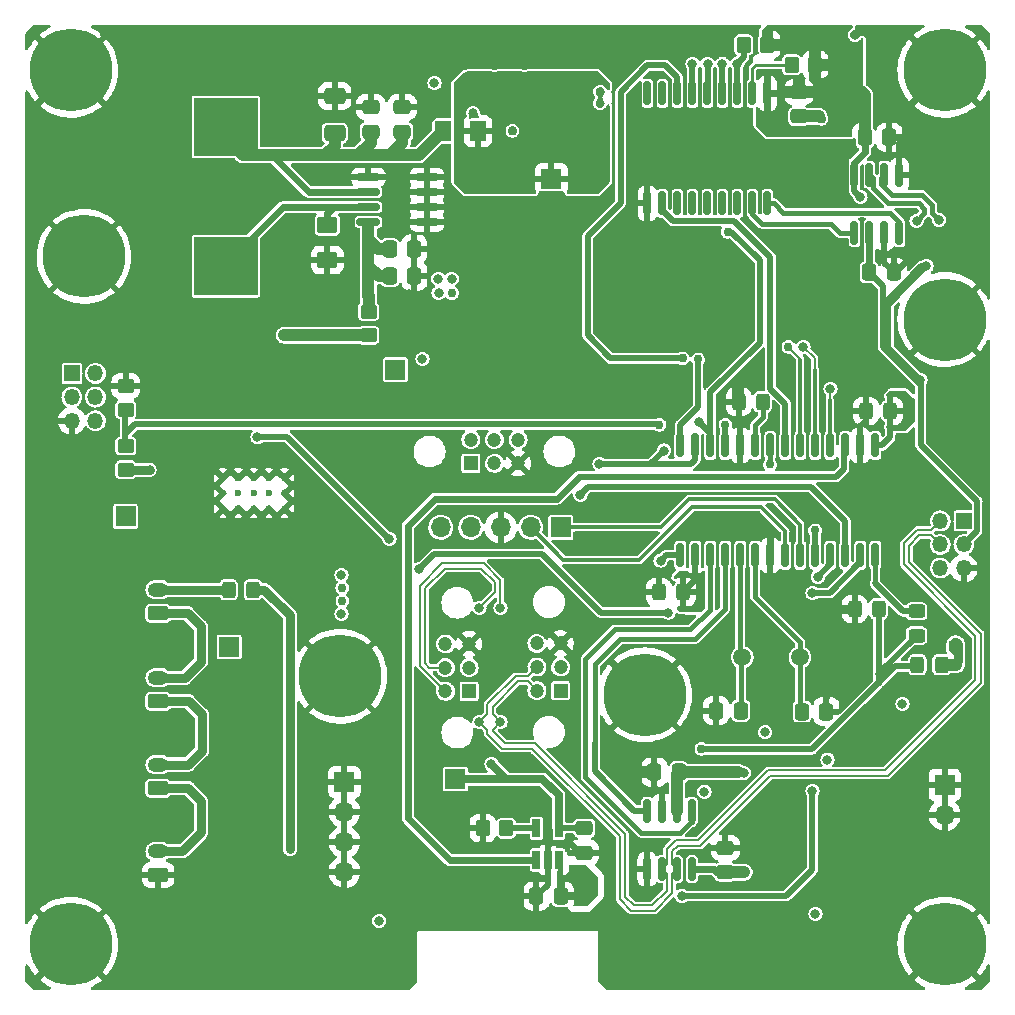
<source format=gbl>
G04 #@! TF.GenerationSoftware,KiCad,Pcbnew,(6.0.1)*
G04 #@! TF.CreationDate,2022-05-22T14:08:19-04:00*
G04 #@! TF.ProjectId,payload2020_papa_board,7061796c-6f61-4643-9230-32305f706170,rev?*
G04 #@! TF.SameCoordinates,Original*
G04 #@! TF.FileFunction,Copper,L4,Bot*
G04 #@! TF.FilePolarity,Positive*
%FSLAX46Y46*%
G04 Gerber Fmt 4.6, Leading zero omitted, Abs format (unit mm)*
G04 Created by KiCad (PCBNEW (6.0.1)) date 2022-05-22 14:08:19*
%MOMM*%
%LPD*%
G01*
G04 APERTURE LIST*
G04 Aperture macros list*
%AMRoundRect*
0 Rectangle with rounded corners*
0 $1 Rounding radius*
0 $2 $3 $4 $5 $6 $7 $8 $9 X,Y pos of 4 corners*
0 Add a 4 corners polygon primitive as box body*
4,1,4,$2,$3,$4,$5,$6,$7,$8,$9,$2,$3,0*
0 Add four circle primitives for the rounded corners*
1,1,$1+$1,$2,$3*
1,1,$1+$1,$4,$5*
1,1,$1+$1,$6,$7*
1,1,$1+$1,$8,$9*
0 Add four rect primitives between the rounded corners*
20,1,$1+$1,$2,$3,$4,$5,0*
20,1,$1+$1,$4,$5,$6,$7,0*
20,1,$1+$1,$6,$7,$8,$9,0*
20,1,$1+$1,$8,$9,$2,$3,0*%
G04 Aperture macros list end*
G04 #@! TA.AperFunction,ComponentPad*
%ADD10R,1.700000X1.700000*%
G04 #@! TD*
G04 #@! TA.AperFunction,ComponentPad*
%ADD11O,1.700000X1.700000*%
G04 #@! TD*
G04 #@! TA.AperFunction,ComponentPad*
%ADD12R,1.200000X1.200000*%
G04 #@! TD*
G04 #@! TA.AperFunction,ComponentPad*
%ADD13C,1.200000*%
G04 #@! TD*
G04 #@! TA.AperFunction,ComponentPad*
%ADD14C,0.600000*%
G04 #@! TD*
G04 #@! TA.AperFunction,ComponentPad*
%ADD15R,1.350000X1.350000*%
G04 #@! TD*
G04 #@! TA.AperFunction,ComponentPad*
%ADD16O,1.350000X1.350000*%
G04 #@! TD*
G04 #@! TA.AperFunction,ComponentPad*
%ADD17C,0.800000*%
G04 #@! TD*
G04 #@! TA.AperFunction,ComponentPad*
%ADD18C,7.000000*%
G04 #@! TD*
G04 #@! TA.AperFunction,SMDPad,CuDef*
%ADD19RoundRect,0.250000X-0.337500X-0.475000X0.337500X-0.475000X0.337500X0.475000X-0.337500X0.475000X0*%
G04 #@! TD*
G04 #@! TA.AperFunction,SMDPad,CuDef*
%ADD20RoundRect,0.250000X0.337500X0.475000X-0.337500X0.475000X-0.337500X-0.475000X0.337500X-0.475000X0*%
G04 #@! TD*
G04 #@! TA.AperFunction,SMDPad,CuDef*
%ADD21RoundRect,0.150000X-0.150000X0.825000X-0.150000X-0.825000X0.150000X-0.825000X0.150000X0.825000X0*%
G04 #@! TD*
G04 #@! TA.AperFunction,SMDPad,CuDef*
%ADD22RoundRect,0.250001X-0.624999X0.462499X-0.624999X-0.462499X0.624999X-0.462499X0.624999X0.462499X0*%
G04 #@! TD*
G04 #@! TA.AperFunction,SMDPad,CuDef*
%ADD23R,5.400000X4.900000*%
G04 #@! TD*
G04 #@! TA.AperFunction,SMDPad,CuDef*
%ADD24RoundRect,0.250000X0.475000X-0.337500X0.475000X0.337500X-0.475000X0.337500X-0.475000X-0.337500X0*%
G04 #@! TD*
G04 #@! TA.AperFunction,SMDPad,CuDef*
%ADD25RoundRect,0.150000X-0.825000X-0.150000X0.825000X-0.150000X0.825000X0.150000X-0.825000X0.150000X0*%
G04 #@! TD*
G04 #@! TA.AperFunction,SMDPad,CuDef*
%ADD26RoundRect,0.250000X-0.475000X0.337500X-0.475000X-0.337500X0.475000X-0.337500X0.475000X0.337500X0*%
G04 #@! TD*
G04 #@! TA.AperFunction,SMDPad,CuDef*
%ADD27R,0.650000X1.560000*%
G04 #@! TD*
G04 #@! TA.AperFunction,ComponentPad*
%ADD28C,1.500000*%
G04 #@! TD*
G04 #@! TA.AperFunction,SMDPad,CuDef*
%ADD29RoundRect,0.150000X0.150000X-0.875000X0.150000X0.875000X-0.150000X0.875000X-0.150000X-0.875000X0*%
G04 #@! TD*
G04 #@! TA.AperFunction,SMDPad,CuDef*
%ADD30RoundRect,0.249999X0.350001X0.450001X-0.350001X0.450001X-0.350001X-0.450001X0.350001X-0.450001X0*%
G04 #@! TD*
G04 #@! TA.AperFunction,SMDPad,CuDef*
%ADD31RoundRect,0.150000X0.150000X-0.825000X0.150000X0.825000X-0.150000X0.825000X-0.150000X-0.825000X0*%
G04 #@! TD*
G04 #@! TA.AperFunction,SMDPad,CuDef*
%ADD32RoundRect,0.250000X0.325000X0.450000X-0.325000X0.450000X-0.325000X-0.450000X0.325000X-0.450000X0*%
G04 #@! TD*
G04 #@! TA.AperFunction,SMDPad,CuDef*
%ADD33RoundRect,0.250000X-0.325000X-0.450000X0.325000X-0.450000X0.325000X0.450000X-0.325000X0.450000X0*%
G04 #@! TD*
G04 #@! TA.AperFunction,SMDPad,CuDef*
%ADD34RoundRect,0.250000X-0.450000X0.325000X-0.450000X-0.325000X0.450000X-0.325000X0.450000X0.325000X0*%
G04 #@! TD*
G04 #@! TA.AperFunction,SMDPad,CuDef*
%ADD35RoundRect,0.250000X-0.650000X0.412500X-0.650000X-0.412500X0.650000X-0.412500X0.650000X0.412500X0*%
G04 #@! TD*
G04 #@! TA.AperFunction,SMDPad,CuDef*
%ADD36RoundRect,0.250000X0.450000X-0.350000X0.450000X0.350000X-0.450000X0.350000X-0.450000X-0.350000X0*%
G04 #@! TD*
G04 #@! TA.AperFunction,SMDPad,CuDef*
%ADD37RoundRect,0.250001X0.462499X0.624999X-0.462499X0.624999X-0.462499X-0.624999X0.462499X-0.624999X0*%
G04 #@! TD*
G04 #@! TA.AperFunction,ComponentPad*
%ADD38RoundRect,0.250000X0.625000X-0.350000X0.625000X0.350000X-0.625000X0.350000X-0.625000X-0.350000X0*%
G04 #@! TD*
G04 #@! TA.AperFunction,ComponentPad*
%ADD39O,1.750000X1.200000*%
G04 #@! TD*
G04 #@! TA.AperFunction,SMDPad,CuDef*
%ADD40RoundRect,0.250000X0.350000X0.450000X-0.350000X0.450000X-0.350000X-0.450000X0.350000X-0.450000X0*%
G04 #@! TD*
G04 #@! TA.AperFunction,ViaPad*
%ADD41C,0.800000*%
G04 #@! TD*
G04 #@! TA.AperFunction,ViaPad*
%ADD42C,0.762000*%
G04 #@! TD*
G04 #@! TA.AperFunction,Conductor*
%ADD43C,0.420000*%
G04 #@! TD*
G04 #@! TA.AperFunction,Conductor*
%ADD44C,0.500000*%
G04 #@! TD*
G04 #@! TA.AperFunction,Conductor*
%ADD45C,0.203200*%
G04 #@! TD*
G04 #@! TA.AperFunction,Conductor*
%ADD46C,0.600000*%
G04 #@! TD*
G04 #@! TA.AperFunction,Conductor*
%ADD47C,0.800000*%
G04 #@! TD*
G04 #@! TA.AperFunction,Conductor*
%ADD48C,1.000000*%
G04 #@! TD*
G04 #@! TA.AperFunction,Conductor*
%ADD49C,0.200000*%
G04 #@! TD*
G04 #@! TA.AperFunction,Conductor*
%ADD50C,0.400000*%
G04 #@! TD*
G04 #@! TA.AperFunction,Conductor*
%ADD51C,0.300000*%
G04 #@! TD*
G04 #@! TA.AperFunction,Conductor*
%ADD52C,0.250000*%
G04 #@! TD*
G04 #@! TA.AperFunction,Conductor*
%ADD53C,0.700000*%
G04 #@! TD*
G04 APERTURE END LIST*
D10*
X45491400Y-42717400D03*
D11*
X42951400Y-42717400D03*
X40411400Y-42717400D03*
X37871400Y-42717400D03*
X35331400Y-42717400D03*
D12*
X45475400Y-56542000D03*
D13*
X45475400Y-54542000D03*
X45475400Y-52542000D03*
X43475400Y-56542000D03*
X43475400Y-54542000D03*
X43475400Y-52542000D03*
D12*
X37728400Y-56592800D03*
D13*
X37728400Y-54592800D03*
X37728400Y-52592800D03*
X35728400Y-56592800D03*
X35728400Y-54592800D03*
X35728400Y-52592800D03*
D14*
X18201483Y-39826730D03*
X22101483Y-39826730D03*
X19501483Y-41126730D03*
X16901483Y-39826730D03*
X22101483Y-41126730D03*
X18201483Y-38526730D03*
X19501483Y-38526730D03*
X16901483Y-38526730D03*
X20801483Y-39826730D03*
X20801483Y-41126730D03*
X22101483Y-38526730D03*
X16901483Y-41126730D03*
X20801483Y-38526730D03*
X19501483Y-39826730D03*
X18201483Y-41126730D03*
D12*
X37878000Y-37291200D03*
D13*
X39878000Y-37291200D03*
X41878000Y-37291200D03*
X37878000Y-35291200D03*
X39878000Y-35291200D03*
X41878000Y-35291200D03*
D15*
X79619000Y-42168000D03*
D16*
X79619000Y-44168000D03*
X79619000Y-46168000D03*
X77619000Y-42168000D03*
X77619000Y-44168000D03*
X77619000Y-46168000D03*
D17*
X75375000Y-78020000D03*
X79856155Y-79876155D03*
X78000000Y-80645000D03*
X78000000Y-75395000D03*
X79856155Y-76163845D03*
X80625000Y-78020000D03*
X76143845Y-76163845D03*
D18*
X78000000Y-78020000D03*
D17*
X76143845Y-79876155D03*
X2495000Y-19780000D03*
X7745000Y-19780000D03*
X5120000Y-22405000D03*
D18*
X5120000Y-19780000D03*
D17*
X6976155Y-17923845D03*
X6976155Y-21636155D03*
X5120000Y-17155000D03*
X3263845Y-21636155D03*
X3263845Y-17923845D03*
X76143845Y-27006155D03*
X79856155Y-27006155D03*
X78000000Y-27775000D03*
X75375000Y-25150000D03*
X80625000Y-25150000D03*
X79856155Y-23293845D03*
X78000000Y-22525000D03*
X76143845Y-23293845D03*
D18*
X78000000Y-25130000D03*
D17*
X4000000Y-75395000D03*
X6625000Y-78020000D03*
X4000000Y-80645000D03*
X5856155Y-76163845D03*
X2143845Y-76163845D03*
X5856155Y-79876155D03*
D18*
X4000000Y-78020000D03*
D17*
X2143845Y-79876155D03*
X1375000Y-78020000D03*
D10*
X78000000Y-64520000D03*
D11*
X78000000Y-67060000D03*
D17*
X54456155Y-58756155D03*
X52600000Y-54275000D03*
X50743845Y-58756155D03*
X52600000Y-59525000D03*
X54456155Y-55043845D03*
X50743845Y-55043845D03*
X55225000Y-56900000D03*
X49975000Y-56900000D03*
D18*
X52600000Y-56900000D03*
D17*
X76143845Y-2163845D03*
D18*
X78000000Y-4020000D03*
D17*
X76143845Y-5876155D03*
X79856155Y-5876155D03*
X78000000Y-1395000D03*
X75375000Y-4020000D03*
X78000000Y-6645000D03*
X79856155Y-2163845D03*
X80625000Y-4020000D03*
D10*
X27178000Y-64272000D03*
D11*
X27178000Y-66812000D03*
X27178000Y-69352000D03*
X27178000Y-71892000D03*
D10*
X17411063Y-52856930D03*
X31496000Y-29357000D03*
D17*
X5856155Y-2163845D03*
X4000000Y-1395000D03*
X4000000Y-6645000D03*
X2143845Y-5876155D03*
X2143845Y-2163845D03*
X6625000Y-4020000D03*
X1375000Y-4020000D03*
D18*
X4000000Y-4020000D03*
D17*
X5856155Y-5876155D03*
X24943845Y-53483845D03*
X26800000Y-52715000D03*
X24175000Y-55340000D03*
X28656155Y-53483845D03*
X24943845Y-57196155D03*
D18*
X26800000Y-55340000D03*
D17*
X26800000Y-57965000D03*
X28656155Y-57196155D03*
X29425000Y-55340000D03*
D19*
X65913000Y-58313000D03*
X67988000Y-58313000D03*
D20*
X60731400Y-58236800D03*
X58656400Y-58236800D03*
D21*
X52793900Y-66709200D03*
X54063900Y-66709200D03*
X55333900Y-66709200D03*
X56603900Y-66709200D03*
X56603900Y-71659200D03*
X55333900Y-71659200D03*
X54063900Y-71659200D03*
X52793900Y-71659200D03*
D22*
X25728000Y-17111000D03*
X25728000Y-20086000D03*
D23*
X17130700Y-20612000D03*
X17130700Y-8812000D03*
D19*
X31028500Y-21443000D03*
X33103500Y-21443000D03*
X31007000Y-19157000D03*
X33082000Y-19157000D03*
D24*
X29411000Y-9207000D03*
X29411000Y-7132000D03*
D25*
X29210000Y-16871000D03*
X29210000Y-15601000D03*
X29210000Y-14331000D03*
X29210000Y-13061000D03*
X34160000Y-13061000D03*
X34160000Y-14331000D03*
X34160000Y-15601000D03*
X34160000Y-16871000D03*
D20*
X45509000Y-73934000D03*
X43434000Y-73934000D03*
D26*
X47488555Y-68177766D03*
X47488555Y-70252766D03*
D27*
X45334000Y-70886000D03*
X44384000Y-70886000D03*
X43434000Y-70886000D03*
X43434000Y-68186000D03*
X45334000Y-68186000D03*
D20*
X55499000Y-63443800D03*
X53424000Y-63443800D03*
D28*
X65735200Y-53715600D03*
X60855200Y-53715600D03*
D24*
X59425840Y-71919600D03*
X59425840Y-69844600D03*
D29*
X62992000Y-15287200D03*
X61722000Y-15287200D03*
X60452000Y-15287200D03*
X59182000Y-15287200D03*
X57912000Y-15287200D03*
X56642000Y-15287200D03*
X55372000Y-15287200D03*
X54102000Y-15287200D03*
X52832000Y-15287200D03*
X52832000Y-5987200D03*
X54102000Y-5987200D03*
X55372000Y-5987200D03*
X56642000Y-5987200D03*
X57912000Y-5987200D03*
X59182000Y-5987200D03*
X60452000Y-5987200D03*
X61722000Y-5987200D03*
X62992000Y-5987200D03*
D30*
X62986160Y-1853880D03*
X60986160Y-1853880D03*
D31*
X74168000Y-17811200D03*
X72898000Y-17811200D03*
X71628000Y-17811200D03*
X70358000Y-17811200D03*
X70358000Y-12861200D03*
X71628000Y-12861200D03*
X72898000Y-12861200D03*
X74168000Y-12861200D03*
D26*
X65656460Y-5859460D03*
X65656460Y-7934460D03*
D19*
X71242100Y-9689780D03*
X73317100Y-9689780D03*
X71607000Y-21136800D03*
X73682000Y-21136800D03*
D32*
X72412000Y-49635600D03*
X70362000Y-49635600D03*
X62596280Y-32079120D03*
X60546280Y-32079120D03*
D33*
X53801200Y-48213200D03*
X55851200Y-48213200D03*
D32*
X73377200Y-32871600D03*
X71327200Y-32871600D03*
X77733000Y-54356000D03*
X75683000Y-54356000D03*
D34*
X75612400Y-49829800D03*
X75612400Y-51879800D03*
D29*
X72122440Y-45075560D03*
X70852440Y-45075560D03*
X69582440Y-45075560D03*
X68312440Y-45075560D03*
X67042440Y-45075560D03*
X65772440Y-45075560D03*
X64502440Y-45075560D03*
X63232440Y-45075560D03*
X61962440Y-45075560D03*
X60692440Y-45075560D03*
X59422440Y-45075560D03*
X58152440Y-45075560D03*
X56882440Y-45075560D03*
X55612440Y-45075560D03*
X55612440Y-35775560D03*
X56882440Y-35775560D03*
X58152440Y-35775560D03*
X59422440Y-35775560D03*
X60692440Y-35775560D03*
X61962440Y-35775560D03*
X63232440Y-35775560D03*
X64502440Y-35775560D03*
X65772440Y-35775560D03*
X67042440Y-35775560D03*
X68312440Y-35775560D03*
X69582440Y-35775560D03*
X70852440Y-35775560D03*
X72122440Y-35775560D03*
D35*
X26363000Y-6204500D03*
X26363000Y-9329500D03*
D36*
X8658000Y-32754000D03*
X8658000Y-30754000D03*
D10*
X8650000Y-41800000D03*
X44704000Y-13228000D03*
D36*
X8658000Y-37834000D03*
X8658000Y-35834000D03*
D24*
X32078000Y-9207000D03*
X32078000Y-7132000D03*
D37*
X38482000Y-9164000D03*
X35507000Y-9164000D03*
D38*
X11400000Y-64800000D03*
D39*
X11400000Y-62800000D03*
D36*
X29217315Y-26457302D03*
X29217315Y-24457302D03*
D38*
X11400000Y-50000000D03*
D39*
X11400000Y-48000000D03*
D40*
X40882717Y-68193844D03*
X38882717Y-68193844D03*
X67046000Y-3560000D03*
X65046000Y-3560000D03*
D38*
X11400000Y-72150000D03*
D39*
X11400000Y-70150000D03*
D15*
X4096000Y-29688000D03*
D16*
X4096000Y-31688000D03*
X4096000Y-33688000D03*
X6096000Y-29688000D03*
X6096000Y-31688000D03*
X6096000Y-33688000D03*
D33*
X17375000Y-48000000D03*
X19425000Y-48000000D03*
D10*
X36576000Y-64028000D03*
D38*
X11400000Y-57450000D03*
D39*
X11400000Y-55450000D03*
D41*
X14475460Y-72371900D03*
D42*
X48828100Y-5833300D03*
D41*
X30734000Y-51562000D03*
X75409200Y-19578000D03*
X78000000Y-11180000D03*
X39878000Y-3576000D03*
X1778000Y-15514000D03*
X4340000Y-72140000D03*
X68072000Y-49530000D03*
X1800000Y-69600000D03*
X48260000Y-43962000D03*
X4340000Y-64520000D03*
X9420000Y-77220000D03*
X31242000Y-5588000D03*
D42*
X52825742Y-17660517D03*
X50822000Y-17631600D03*
D41*
X11960000Y-1020000D03*
X17018000Y-3576000D03*
X80540000Y-69600000D03*
X4340000Y-59440000D03*
X78000000Y-31500000D03*
X1778000Y-29484000D03*
X1800000Y-49280000D03*
D42*
X57273600Y-17733200D03*
D41*
X1800000Y-72140000D03*
X26416000Y-4572000D03*
D42*
X57150000Y-58166000D03*
X58442000Y-17707800D03*
D41*
X29740000Y-1020000D03*
X1800000Y-8640000D03*
X4340000Y-49280000D03*
X32295500Y-14244000D03*
X1778000Y-32024000D03*
X32258000Y-3576000D03*
X39900000Y-1020000D03*
X78000000Y-13720000D03*
X32131000Y-76073000D03*
X4340000Y-46740000D03*
D42*
X67990000Y-56900000D03*
X38060660Y-7625160D03*
D41*
X78000000Y-34040000D03*
X17040000Y-1020000D03*
X80540000Y-31500000D03*
X9420000Y-79760000D03*
X4318000Y-26690000D03*
X1778000Y-13482000D03*
X14478000Y-3576000D03*
X80540000Y-16260000D03*
X19580000Y-1020000D03*
X70380000Y-79760000D03*
X31025500Y-14244000D03*
X32280000Y-1020000D03*
X29718000Y-38862000D03*
X78000000Y-8640000D03*
X4318000Y-15514000D03*
X14500000Y-1020000D03*
X4318000Y-24404000D03*
X4340000Y-11180000D03*
D42*
X22606000Y-42672000D03*
X53797200Y-46603600D03*
D41*
X32295500Y-15514000D03*
X80540000Y-13720000D03*
X80540000Y-11180000D03*
X52600000Y-79760000D03*
X80540000Y-67060000D03*
X52600000Y-77220000D03*
X1778000Y-26690000D03*
X11938000Y-3576000D03*
X14782800Y-49397600D03*
X9398000Y-3576000D03*
X22098000Y-3576000D03*
X78000000Y-69600000D03*
X4340000Y-67060000D03*
D42*
X74648060Y-9669460D03*
D41*
X80540000Y-8640000D03*
X37360000Y-1020000D03*
D42*
X63268000Y-42980800D03*
D41*
X1800000Y-34040000D03*
X21209000Y-4592000D03*
X4340000Y-56900000D03*
D42*
X19976463Y-49427930D03*
D41*
X1800000Y-59440000D03*
X4340000Y-51820000D03*
X80540000Y-36580000D03*
X1800000Y-46740000D03*
X66294000Y-78486000D03*
X70380000Y-1020000D03*
X4340000Y-61980000D03*
X1800000Y-39120000D03*
X54356000Y-32004000D03*
D42*
X63246000Y-70104000D03*
D41*
X80540000Y-59440000D03*
X80540000Y-72140000D03*
X4340000Y-69600000D03*
X30835600Y-47060800D03*
X29718000Y-3576000D03*
X1778000Y-24404000D03*
X60220000Y-79760000D03*
X80540000Y-18800000D03*
X78000000Y-72140000D03*
X1800000Y-44200000D03*
X37338000Y-3576000D03*
X4318000Y-36596000D03*
X32295500Y-16784000D03*
X24638000Y-3576000D03*
X1800000Y-56900000D03*
X27178000Y-3576000D03*
X32295500Y-12974000D03*
X9420000Y-1020000D03*
X32280000Y-79760000D03*
X1800000Y-61980000D03*
X34798000Y-3576000D03*
X80540000Y-39120000D03*
X1800000Y-54360000D03*
X31025500Y-12974000D03*
X67840000Y-77220000D03*
X1800000Y-64520000D03*
X57680000Y-79760000D03*
X32625700Y-22981600D03*
X42440000Y-1020000D03*
X67840000Y-79760000D03*
D42*
X48815400Y-6811200D03*
D41*
X42418000Y-3576000D03*
X80540000Y-28960000D03*
D42*
X78939800Y-51337400D03*
X12954000Y-73939080D03*
D41*
X19558000Y-3576000D03*
X1800000Y-51820000D03*
X22120000Y-1020000D03*
X1800000Y-11180000D03*
X29464000Y-5588000D03*
X78000000Y-36580000D03*
D42*
X41402000Y-9144000D03*
D41*
X70380000Y-77220000D03*
X78000000Y-61980000D03*
X34820000Y-1020000D03*
X61214000Y-69850000D03*
X80540000Y-61980000D03*
X29740000Y-79760000D03*
X31025500Y-15514000D03*
X4340000Y-54360000D03*
X51816000Y-63500000D03*
X1800000Y-41660000D03*
X27200000Y-1020000D03*
D42*
X34270660Y-26433340D03*
D41*
X1800000Y-36580000D03*
X78000000Y-18800000D03*
X24660000Y-1020000D03*
X4340000Y-44200000D03*
X72920000Y-1020000D03*
X4318000Y-13482000D03*
D42*
X51711000Y-17631600D03*
D41*
X60553600Y-30347600D03*
X4340000Y-8640000D03*
X19558000Y-5608000D03*
D42*
X49196400Y-69616000D03*
D41*
X4318000Y-39136000D03*
D42*
X14893063Y-35162530D03*
D41*
X31025500Y-16784000D03*
D42*
X50949000Y-80852200D03*
D41*
X11960000Y-79760000D03*
X4318000Y-41676000D03*
X38862000Y-69616000D03*
X51775000Y-64500000D03*
X1800000Y-67060000D03*
X80540000Y-21340000D03*
X80540000Y-64520000D03*
X20929600Y-50007200D03*
X8636000Y-26924000D03*
D42*
X67564000Y-8128000D03*
D41*
X25691500Y-21610000D03*
X62760000Y-79760000D03*
X6880000Y-1020000D03*
X11960000Y-77220000D03*
X80540000Y-34040000D03*
X19304000Y-24861200D03*
D42*
X57404000Y-61468000D03*
D41*
X10674000Y-37834000D03*
X22047200Y-26436000D03*
X67056000Y-75438000D03*
X57650000Y-65100000D03*
X35150000Y-22900000D03*
X61058200Y-71936800D03*
X67332000Y-5338000D03*
D42*
X36275000Y-22900000D03*
D41*
X68072000Y-62377000D03*
X70866000Y-14752000D03*
D42*
X56918000Y-49534000D03*
X69839840Y-5795960D03*
D41*
X74422000Y-57658000D03*
X36250000Y-21675000D03*
X62803500Y-60067000D03*
D42*
X75118847Y-32844667D03*
D41*
X78994000Y-54356000D03*
X35125000Y-21675000D03*
D42*
X22577200Y-69950520D03*
X27003783Y-48949650D03*
D41*
X26924000Y-46736000D03*
X26924000Y-50038000D03*
D42*
X26998703Y-47847290D03*
D41*
X39878000Y-5100000D03*
X33782000Y-28448000D03*
X60982000Y-63500000D03*
X47550000Y-73625000D03*
X40132000Y-7620000D03*
X30125000Y-76025000D03*
X42418000Y-5100000D03*
X76454000Y-20594000D03*
X75946000Y-30246000D03*
X37338000Y-5100000D03*
X34798000Y-5100000D03*
X40132000Y-9144000D03*
X66040000Y-27432000D03*
D42*
X64770000Y-27432000D03*
D41*
X68326000Y-30988000D03*
D42*
X57121200Y-28502800D03*
D41*
X60452000Y-3454080D03*
X66802000Y-48280000D03*
X66802000Y-65044000D03*
X55753000Y-73934000D03*
X47150000Y-39950000D03*
D42*
X55800400Y-28401200D03*
X63217200Y-37389040D03*
D41*
X59182000Y-3461700D03*
X57172000Y-33786000D03*
D42*
X59610400Y-17682400D03*
D41*
X53940000Y-45527900D03*
X77520800Y-16682400D03*
X75615800Y-16784000D03*
X57917080Y-3469320D03*
D42*
X59432600Y-34027300D03*
X53848000Y-34036000D03*
X67027200Y-42980800D03*
D41*
X48768000Y-37338000D03*
X54229000Y-36215000D03*
X56639460Y-3484560D03*
X67250000Y-46900000D03*
X33528000Y-46248000D03*
X30988000Y-43708000D03*
X54610000Y-49931000D03*
X19812000Y-35072000D03*
X39624000Y-62758000D03*
X40386000Y-59202000D03*
X40386000Y-49550000D03*
X38608000Y-49550000D03*
X38608000Y-59202000D03*
D43*
X54063900Y-66709200D02*
X54063900Y-65272700D01*
D44*
X74168000Y-10149520D02*
X74627740Y-9689780D01*
X44384000Y-72984000D02*
X43434000Y-73934000D01*
X8658000Y-27778800D02*
X8658000Y-26946000D01*
D45*
X52832000Y-17654259D02*
X52825742Y-17660517D01*
D44*
X72898000Y-17811200D02*
X72898000Y-20352800D01*
D46*
X73317100Y-9689780D02*
X74627740Y-9689780D01*
D44*
X71327200Y-32871600D02*
X71327200Y-33702400D01*
X46281511Y-69415511D02*
X44650489Y-69415511D01*
D47*
X70362000Y-49635600D02*
X67992400Y-49635600D01*
D43*
X53424000Y-64632800D02*
X53424000Y-63443800D01*
D45*
X60532100Y-30369100D02*
X60553600Y-30347600D01*
D44*
X70852440Y-34177160D02*
X70852440Y-35775560D01*
X47118766Y-70252766D02*
X46281511Y-69415511D01*
D48*
X60532100Y-32049400D02*
X60532100Y-30369100D01*
D44*
X44650489Y-69415511D02*
X44384000Y-69682000D01*
X8658000Y-30754000D02*
X8658000Y-27778800D01*
X52832000Y-15287200D02*
X52832000Y-17654259D01*
X73850400Y-21136800D02*
X75409200Y-19578000D01*
X72898000Y-20352800D02*
X73682000Y-21136800D01*
D45*
X74627740Y-9689780D02*
X74648060Y-9669460D01*
D49*
X67370460Y-7934460D02*
X67564000Y-8128000D01*
D44*
X73682000Y-21136800D02*
X73850400Y-21136800D01*
X47488555Y-70252766D02*
X47118766Y-70252766D01*
X44384000Y-70886000D02*
X44384000Y-72984000D01*
D43*
X54063900Y-65272700D02*
X53424000Y-64632800D01*
D48*
X51872200Y-63443800D02*
X53424000Y-63443800D01*
D44*
X71327200Y-33702400D02*
X70852440Y-34177160D01*
D43*
X51816000Y-63500000D02*
X51872200Y-63443800D01*
D44*
X44384000Y-69682000D02*
X44384000Y-70886000D01*
X63268000Y-42980800D02*
X63268000Y-45040000D01*
X74168000Y-12861200D02*
X74168000Y-10149520D01*
D48*
X65656460Y-7934460D02*
X67370460Y-7934460D01*
D44*
X75612400Y-51879800D02*
X72390000Y-55102200D01*
X75557080Y-54481920D02*
X73788080Y-54481920D01*
D50*
X72390000Y-55880000D02*
X72412000Y-55858000D01*
D44*
X75683000Y-54356000D02*
X75557080Y-54481920D01*
D50*
X57441511Y-61505511D02*
X57404000Y-61468000D01*
X72390000Y-55102200D02*
X72390000Y-55880000D01*
D44*
X66764489Y-61505511D02*
X57441511Y-61505511D01*
X72412000Y-55858000D02*
X72412000Y-49635600D01*
X73788080Y-54481920D02*
X71374000Y-56896000D01*
X71370000Y-56900000D02*
X66764489Y-61505511D01*
D48*
X29217315Y-26457302D02*
X27186002Y-26457302D01*
X27186002Y-26457302D02*
X22068502Y-26457302D01*
D49*
X22068502Y-26457302D02*
X22047200Y-26436000D01*
D47*
X8658000Y-37834000D02*
X10674000Y-37834000D01*
D43*
X61925200Y-48610200D02*
X61925200Y-47568800D01*
X65735200Y-53715600D02*
X65735200Y-52420200D01*
X61925200Y-45193300D02*
X61925200Y-47568800D01*
X65735200Y-58135200D02*
X65913000Y-58313000D01*
X65735200Y-52420200D02*
X61925200Y-48610200D01*
X65735200Y-53715600D02*
X65735200Y-58135200D01*
X60655200Y-53515600D02*
X60855200Y-53715600D01*
X60655200Y-45193300D02*
X60655200Y-53515600D01*
X60731400Y-53839400D02*
X60855200Y-53715600D01*
X60731400Y-58236800D02*
X60731400Y-53839400D01*
D48*
X71242100Y-6144120D02*
X71242100Y-9689780D01*
D44*
X72122440Y-35775560D02*
X72708440Y-35775560D01*
X70358000Y-12861200D02*
X70358000Y-14244000D01*
D46*
X71242100Y-10964680D02*
X71242100Y-9689780D01*
X58451200Y-71659200D02*
X58674000Y-71882000D01*
D48*
X77733000Y-54356000D02*
X78994000Y-54356000D01*
D46*
X70358000Y-12861200D02*
X70358000Y-11848780D01*
X70358000Y-11848780D02*
X71242100Y-10964680D01*
X78943200Y-54406800D02*
X78943200Y-54471000D01*
D44*
X56882440Y-45075560D02*
X56882440Y-47181960D01*
D46*
X78994000Y-54356000D02*
X78943200Y-54406800D01*
D48*
X69839840Y-5795960D02*
X70893940Y-5795960D01*
D45*
X61041000Y-71919600D02*
X61058200Y-71936800D01*
D46*
X56603900Y-71659200D02*
X58451200Y-71659200D01*
D44*
X73377200Y-35106800D02*
X73377200Y-32871600D01*
D45*
X55851200Y-48213200D02*
X55851200Y-47603600D01*
D48*
X59425840Y-71919600D02*
X61041000Y-71919600D01*
X70893940Y-5795960D02*
X71242100Y-6144120D01*
D44*
X70358000Y-14244000D02*
X70866000Y-14752000D01*
X72708440Y-35775560D02*
X73377200Y-35106800D01*
X56882440Y-47181960D02*
X55851200Y-48213200D01*
D47*
X22577200Y-52531200D02*
X22577200Y-69950520D01*
X22577200Y-50177200D02*
X22577200Y-52531200D01*
X19425000Y-48000000D02*
X20400000Y-48000000D01*
X20400000Y-48000000D02*
X22577200Y-50177200D01*
X11400000Y-48000000D02*
X17375000Y-48000000D01*
D51*
X42951400Y-42717400D02*
X45720000Y-45486000D01*
X52126800Y-45486000D02*
X53082600Y-44530200D01*
X56613200Y-40999600D02*
X55084121Y-42528679D01*
X64502440Y-43046840D02*
X64284000Y-42828400D01*
X55084121Y-42528679D02*
X53082600Y-44530200D01*
X62455200Y-40999600D02*
X63984279Y-42528679D01*
X45720000Y-45486000D02*
X52126800Y-45486000D01*
X63984279Y-42528679D02*
X64284000Y-42828400D01*
X62455200Y-40999600D02*
X56613200Y-40999600D01*
X64502440Y-45075560D02*
X64502440Y-43046840D01*
X53960680Y-42717400D02*
X54718360Y-41959720D01*
X56338880Y-40339200D02*
X54718360Y-41959720D01*
X65772440Y-42488040D02*
X63623600Y-40339200D01*
X63623600Y-40339200D02*
X56338880Y-40339200D01*
D45*
X65772440Y-42538840D02*
X65772440Y-42488040D01*
D51*
X65772440Y-43498960D02*
X65772440Y-45075560D01*
X65772440Y-42538840D02*
X65772440Y-43498960D01*
X45491400Y-42717400D02*
X53960680Y-42717400D01*
D44*
X69469000Y-37739000D02*
X68767500Y-38440500D01*
D46*
X32537400Y-67317400D02*
X36130000Y-70910000D01*
X32537400Y-42571000D02*
X32537400Y-67317400D01*
D44*
X69582440Y-35775560D02*
X69469000Y-35889000D01*
D46*
X34820000Y-40288400D02*
X32537400Y-42571000D01*
X47056500Y-38440500D02*
X45208600Y-40288400D01*
X36130000Y-70910000D02*
X43210000Y-70910000D01*
D44*
X68767500Y-38440500D02*
X47056500Y-38440500D01*
X69469000Y-35889000D02*
X69469000Y-37739000D01*
D46*
X45208600Y-40288400D02*
X34820000Y-40288400D01*
D44*
X75946000Y-30246000D02*
X75949358Y-30249358D01*
X72771000Y-23769000D02*
X72851570Y-23769000D01*
X72771000Y-27452000D02*
X72771000Y-24785000D01*
X72771000Y-23769000D02*
X72771000Y-22300800D01*
X73215500Y-27896500D02*
X72771000Y-27452000D01*
X73279000Y-23769000D02*
X72771000Y-24277000D01*
D48*
X55333900Y-63608900D02*
X55499000Y-63443800D01*
D44*
X80743511Y-40524902D02*
X75949358Y-35730749D01*
X72771000Y-22300800D02*
X71607000Y-21136800D01*
X75949358Y-30630358D02*
X73215500Y-27896500D01*
X73279000Y-23769000D02*
X72771000Y-23769000D01*
X60534200Y-63443800D02*
X60590400Y-63500000D01*
X72771000Y-24785000D02*
X72771000Y-23769000D01*
D48*
X55499000Y-63443800D02*
X60534200Y-63443800D01*
D44*
X72851570Y-23769000D02*
X76026570Y-20594000D01*
X73215500Y-27515500D02*
X75946000Y-30246000D01*
X75949358Y-35730749D02*
X75949358Y-30630358D01*
X73215500Y-27515500D02*
X73215500Y-27896500D01*
D46*
X71628000Y-17811200D02*
X71628000Y-20533040D01*
D44*
X79619000Y-44168000D02*
X80743511Y-43043489D01*
X76454000Y-20594000D02*
X73279000Y-23769000D01*
X72771000Y-24277000D02*
X72771000Y-24785000D01*
D48*
X55333900Y-66709200D02*
X55333900Y-63608900D01*
D44*
X75949358Y-30249358D02*
X75949358Y-30630358D01*
X80743511Y-43043489D02*
X80743511Y-40524902D01*
X60590400Y-63500000D02*
X60982000Y-63500000D01*
X73279000Y-23769000D02*
X73215500Y-23832500D01*
X73215500Y-23832500D02*
X73215500Y-27515500D01*
X76026570Y-20594000D02*
X76454000Y-20594000D01*
D49*
X67005200Y-28397200D02*
X66040000Y-27432000D01*
X67005200Y-29379860D02*
X67005200Y-28397200D01*
D51*
X67005200Y-35593300D02*
X67005200Y-29379860D01*
X65772440Y-35775560D02*
X65772440Y-28715560D01*
D49*
X65772440Y-28434440D02*
X64770000Y-27432000D01*
X65772440Y-28715560D02*
X65772440Y-28434440D01*
D51*
X65772440Y-28715560D02*
X65772440Y-28568840D01*
D49*
X68275200Y-31038800D02*
X68326000Y-30988000D01*
X68275200Y-31979200D02*
X68275200Y-31038800D01*
D51*
X68275200Y-31979200D02*
X68275200Y-32341600D01*
X68275200Y-35593300D02*
X68275200Y-32341600D01*
D44*
X57121200Y-32566800D02*
X55612440Y-34075560D01*
X60986160Y-1853880D02*
X60986160Y-2919920D01*
X60452000Y-5987200D02*
X60452000Y-3454080D01*
X60986160Y-2919920D02*
X60452000Y-3454080D01*
X55612440Y-34075560D02*
X55612440Y-35775560D01*
X57121200Y-28502800D02*
X57121200Y-32566800D01*
X66802000Y-71710921D02*
X66802000Y-65044000D01*
X70852440Y-45678409D02*
X70852440Y-45075560D01*
X66802000Y-48280000D02*
X68250849Y-48280000D01*
X68250849Y-48280000D02*
X70852440Y-45678409D01*
X55753000Y-73934000D02*
X64578921Y-73934000D01*
X64578921Y-73934000D02*
X66802000Y-71710921D01*
X66675000Y-39263000D02*
X47837000Y-39263000D01*
X47837000Y-39263000D02*
X47150000Y-39950000D01*
X69582440Y-42170440D02*
X66675000Y-39263000D01*
X69582440Y-45075560D02*
X69582440Y-42170440D01*
X52812600Y-3601400D02*
X54356000Y-3601400D01*
X55851760Y-28400000D02*
X49748240Y-28400000D01*
X47767240Y-18044760D02*
X50568000Y-15244000D01*
D43*
X63217200Y-37389040D02*
X63217200Y-35790800D01*
D44*
X49696880Y-28401200D02*
X47767240Y-26471560D01*
X55372000Y-4617400D02*
X55372000Y-5987200D01*
X50568000Y-15244000D02*
X50568000Y-5846000D01*
X54356000Y-3601400D02*
X55372000Y-4617400D01*
X47767240Y-26471560D02*
X47767240Y-18044760D01*
X50568000Y-5846000D02*
X52812600Y-3601400D01*
X62353600Y-20120800D02*
X59915200Y-17682400D01*
X58152440Y-34766440D02*
X58152440Y-35775560D01*
X59182000Y-3461700D02*
X59182000Y-5987200D01*
X58152440Y-31281560D02*
X62353600Y-27080400D01*
X58152440Y-35775560D02*
X58152440Y-31281560D01*
X59915200Y-17682400D02*
X59610400Y-17682400D01*
X62353600Y-27080400D02*
X62353600Y-20120800D01*
X57172000Y-33786000D02*
X58152440Y-34766440D01*
X63246000Y-30964570D02*
X64516000Y-32234570D01*
X64516000Y-32234570D02*
X64516000Y-35762000D01*
X60175720Y-16761720D02*
X63246000Y-19832000D01*
X54102000Y-15287200D02*
X54102000Y-15890049D01*
X54973671Y-16761720D02*
X60175720Y-16761720D01*
X63246000Y-19832000D02*
X63246000Y-30964570D01*
X54102000Y-15890049D02*
X54973671Y-16761720D01*
X55612440Y-45075560D02*
X54392340Y-45075560D01*
X54392340Y-45075560D02*
X53940000Y-45527900D01*
D43*
X61722000Y-15287200D02*
X61722000Y-16047400D01*
X62534800Y-17012600D02*
X68351400Y-17012600D01*
X69150000Y-17811200D02*
X70358000Y-17811200D01*
X61722000Y-16199800D02*
X62534800Y-17012600D01*
X68351400Y-17012600D02*
X69150000Y-17811200D01*
X61722000Y-15287200D02*
X61722000Y-16199800D01*
X74168000Y-17811200D02*
X74168000Y-16836200D01*
X74168000Y-16836200D02*
X73404600Y-16072800D01*
X63552600Y-15287200D02*
X62992000Y-15287200D01*
X64338200Y-16072800D02*
X63552600Y-15287200D01*
X73404600Y-16072800D02*
X64338200Y-16072800D01*
X47574200Y-63850200D02*
X52324000Y-68600000D01*
X56460800Y-51362800D02*
X58115200Y-49708400D01*
X55575200Y-68600000D02*
X56603900Y-67571300D01*
X50110800Y-51362800D02*
X56460800Y-51362800D01*
X47574200Y-54045800D02*
X47574200Y-63850200D01*
X56603900Y-67684200D02*
X56603900Y-66709200D01*
D45*
X47574200Y-54045800D02*
X47574200Y-53899400D01*
D43*
X58115200Y-45193300D02*
X58115200Y-47086200D01*
X52324000Y-68600000D02*
X55575200Y-68600000D01*
X47574200Y-53899400D02*
X50110800Y-51362800D01*
X58115200Y-49708400D02*
X58115200Y-47086200D01*
X56603900Y-67571300D02*
X56603900Y-66709200D01*
D44*
X52793900Y-66709200D02*
X51723200Y-66709200D01*
D43*
X48361600Y-60954600D02*
X48361600Y-60294200D01*
X50511200Y-52175600D02*
X48361600Y-54325200D01*
X59385200Y-48229200D02*
X59385200Y-49657600D01*
X59385200Y-45193300D02*
X59385200Y-48229200D01*
D44*
X48361600Y-63347600D02*
X48361600Y-60954600D01*
D43*
X56867200Y-52175600D02*
X50511200Y-52175600D01*
D44*
X51723200Y-66709200D02*
X48361600Y-63347600D01*
D43*
X59385200Y-49657600D02*
X56867200Y-52175600D01*
X48361600Y-60294200D02*
X48361600Y-54325200D01*
X76954100Y-16115700D02*
X77520800Y-16682400D01*
X76954100Y-15464138D02*
X76954100Y-16115700D01*
X72598000Y-13161200D02*
X72598000Y-13673438D01*
X72898000Y-12861200D02*
X72598000Y-13161200D01*
X72598000Y-13673438D02*
X73493962Y-14569400D01*
X76059362Y-14569400D02*
X76954100Y-15464138D01*
X73493962Y-14569400D02*
X76059362Y-14569400D01*
X76284100Y-15741662D02*
X76284100Y-16115700D01*
X75781838Y-15239400D02*
X76284100Y-15741662D01*
X76284100Y-16115700D02*
X75615800Y-16784000D01*
X71928000Y-13161200D02*
X71928000Y-13950962D01*
X73216438Y-15239400D02*
X75781838Y-15239400D01*
X71628000Y-12861200D02*
X71928000Y-13161200D01*
X71928000Y-13950962D02*
X73216438Y-15239400D01*
D44*
X59422440Y-35775560D02*
X59422440Y-34037460D01*
D45*
X59422440Y-34037460D02*
X59432600Y-34027300D01*
D44*
X57917080Y-3469320D02*
X57917080Y-5982120D01*
D49*
X53812220Y-34000220D02*
X53848000Y-34036000D01*
D45*
X67042440Y-42996040D02*
X67027200Y-42980800D01*
D44*
X49575290Y-34000220D02*
X9459780Y-34000220D01*
X8636000Y-33979800D02*
X8636000Y-32786000D01*
X9459780Y-34000220D02*
X8636000Y-34824000D01*
X49575290Y-34000220D02*
X53812220Y-34000220D01*
X67042440Y-45075560D02*
X67042440Y-42996040D01*
X8636000Y-34510760D02*
X8636000Y-33979800D01*
X8636000Y-35789800D02*
X8636000Y-34824000D01*
X8636000Y-34824000D02*
X8636000Y-34510760D01*
D43*
X62596280Y-33396000D02*
X62596280Y-32079120D01*
X61962440Y-34029840D02*
X62596280Y-33396000D01*
X61962440Y-35775560D02*
X61962440Y-34029840D01*
D44*
X75612400Y-49829800D02*
X74485800Y-49829800D01*
X74059080Y-49403080D02*
X72122440Y-47466440D01*
X74485800Y-49829800D02*
X74059080Y-49403080D01*
D50*
X72122440Y-47466440D02*
X72122440Y-45075560D01*
D44*
X56642000Y-3487100D02*
X56639460Y-3484560D01*
X56515000Y-37358000D02*
X56882440Y-36990560D01*
X56642000Y-5987200D02*
X56642000Y-3487100D01*
X56882440Y-35775560D02*
X56882440Y-36990560D01*
X53086000Y-37358000D02*
X54229000Y-36215000D01*
X53086000Y-37358000D02*
X56515000Y-37358000D01*
X48768000Y-37338000D02*
X48788000Y-37358000D01*
X48788000Y-37358000D02*
X53086000Y-37358000D01*
X34798000Y-44978000D02*
X33528000Y-46248000D01*
X54610000Y-49931000D02*
X48895000Y-49931000D01*
X68312440Y-45075560D02*
X68312440Y-45837560D01*
X48895000Y-49931000D02*
X44196000Y-45232000D01*
X22352000Y-35072000D02*
X30988000Y-43708000D01*
X43942000Y-44978000D02*
X34798000Y-44978000D01*
X68312440Y-45837560D02*
X67250000Y-46900000D01*
X44196000Y-45232000D02*
X43942000Y-44978000D01*
X19812000Y-35072000D02*
X22352000Y-35072000D01*
D47*
X15000000Y-51100000D02*
X15000000Y-54100000D01*
X13900000Y-50000000D02*
X15000000Y-51100000D01*
X13650000Y-55450000D02*
X11400000Y-55450000D01*
X11400000Y-50000000D02*
X13900000Y-50000000D01*
X15000000Y-54100000D02*
X13650000Y-55450000D01*
X13950000Y-62800000D02*
X11400000Y-62800000D01*
X11400000Y-57450000D02*
X14000000Y-57450000D01*
X14000000Y-57450000D02*
X15100000Y-58550000D01*
X15100000Y-61650000D02*
X13950000Y-62800000D01*
X15100000Y-58550000D02*
X15100000Y-61650000D01*
X15050000Y-65900000D02*
X15050000Y-68538023D01*
X15050000Y-68538023D02*
X13438023Y-70150000D01*
X11400000Y-64800000D02*
X13950000Y-64800000D01*
X13950000Y-64800000D02*
X15050000Y-65900000D01*
X13438023Y-70150000D02*
X11400000Y-70150000D01*
D52*
X61722000Y-3836000D02*
X61998000Y-3560000D01*
X61722000Y-5987200D02*
X61722000Y-3836000D01*
X61998000Y-3560000D02*
X65046000Y-3560000D01*
D44*
X29217315Y-23166315D02*
X29210000Y-23159000D01*
D48*
X30021500Y-19157000D02*
X29210000Y-18345500D01*
X31028500Y-21443000D02*
X30096500Y-21443000D01*
X29210000Y-20556500D02*
X29210000Y-18345500D01*
X31007000Y-19157000D02*
X30021500Y-19157000D01*
X30096500Y-21443000D02*
X29210000Y-20556500D01*
X29210000Y-18345500D02*
X29210000Y-17175000D01*
X29217315Y-24457302D02*
X29217315Y-23166315D01*
X29210000Y-23159000D02*
X29210000Y-20556500D01*
X21920200Y-11196000D02*
X25564500Y-11196000D01*
X31025500Y-11196000D02*
X33475000Y-11196000D01*
D46*
X29210000Y-14331000D02*
X27810500Y-14331000D01*
D48*
X18614700Y-11196000D02*
X21031200Y-11196000D01*
X28358500Y-11196000D02*
X31025500Y-11196000D01*
D46*
X24166200Y-14331000D02*
X27810500Y-14331000D01*
D48*
X29411000Y-10143500D02*
X28358500Y-11196000D01*
X29411000Y-9207000D02*
X29411000Y-10143500D01*
X26363000Y-9329500D02*
X26363000Y-10397500D01*
X32078000Y-10143500D02*
X31025500Y-11196000D01*
X25564500Y-11196000D02*
X28358500Y-11196000D01*
X32078000Y-9207000D02*
X32078000Y-10143500D01*
D46*
X24166200Y-14331000D02*
X21031200Y-11196000D01*
D48*
X17130700Y-9712000D02*
X18614700Y-11196000D01*
X33475000Y-11196000D02*
X35507000Y-9164000D01*
X21031200Y-11196000D02*
X21920200Y-11196000D01*
X26363000Y-10397500D02*
X25564500Y-11196000D01*
D46*
X25728000Y-17111000D02*
X25728000Y-16142000D01*
X25768000Y-15601000D02*
X21991000Y-15601000D01*
X25728000Y-16142000D02*
X26269000Y-15601000D01*
X26269000Y-15601000D02*
X25768000Y-15601000D01*
X29210000Y-15601000D02*
X26269000Y-15601000D01*
X21991000Y-15601000D02*
X17130700Y-20461300D01*
D49*
X17130700Y-20461300D02*
X17130700Y-20612000D01*
D44*
X43426156Y-68193844D02*
X43434000Y-68186000D01*
X40882717Y-68193844D02*
X43426156Y-68193844D01*
D53*
X45334000Y-68186000D02*
X45334000Y-65420000D01*
X40894000Y-64028000D02*
X39624000Y-62758000D01*
D44*
X45342234Y-68177766D02*
X45334000Y-68186000D01*
D53*
X43942000Y-64028000D02*
X40894000Y-64028000D01*
X40894000Y-64028000D02*
X36576000Y-64028000D01*
X45334000Y-65420000D02*
X43942000Y-64028000D01*
D44*
X47488555Y-68177766D02*
X45342234Y-68177766D01*
D45*
X80598400Y-51918862D02*
X74523400Y-45843862D01*
D49*
X35466800Y-45769000D02*
X38955200Y-45769000D01*
X40386000Y-47199800D02*
X40386000Y-49550000D01*
X50924993Y-68660793D02*
X43273200Y-61009000D01*
D45*
X54472300Y-69957238D02*
X55206138Y-69223400D01*
D49*
X41853199Y-55767001D02*
X39722001Y-57898199D01*
X39722001Y-59865999D02*
X40386000Y-59202000D01*
X33557000Y-47678800D02*
X35466800Y-45769000D01*
X40733200Y-61009000D02*
X39722001Y-59997801D01*
X39722001Y-57898199D02*
X39722001Y-58538001D01*
X43475400Y-56542000D02*
X42700401Y-55767001D01*
D45*
X80598400Y-55681138D02*
X80598400Y-51918862D01*
D49*
X33557000Y-54421400D02*
X33557000Y-47678800D01*
D45*
X75663138Y-42941400D02*
X76845600Y-42941400D01*
X55206138Y-69223400D02*
X57131138Y-69223400D01*
D49*
X54063900Y-71659200D02*
X54473899Y-72069199D01*
X50924993Y-73994793D02*
X50924993Y-68660793D01*
X43273200Y-61009000D02*
X40733200Y-61009000D01*
D45*
X63056138Y-63298400D02*
X72981138Y-63298400D01*
D49*
X42700401Y-55767001D02*
X41853199Y-55767001D01*
D45*
X57131138Y-69223400D02*
X63056138Y-63298400D01*
D49*
X39722001Y-59997801D02*
X39722001Y-59865999D01*
X51655200Y-74725000D02*
X50924993Y-73994793D01*
X39722001Y-58538001D02*
X40386000Y-59202000D01*
D45*
X54063900Y-71659200D02*
X54472300Y-71250800D01*
X54472300Y-71250800D02*
X54472300Y-69957238D01*
D49*
X35728400Y-56592800D02*
X33557000Y-54421400D01*
D45*
X72981138Y-63298400D02*
X80598400Y-55681138D01*
D49*
X54473899Y-72069199D02*
X54473899Y-73497901D01*
D45*
X76845600Y-42941400D02*
X77619000Y-42168000D01*
X74523400Y-45843862D02*
X74523400Y-44081138D01*
D49*
X38955200Y-45769000D02*
X40386000Y-47199800D01*
D45*
X74523400Y-44081138D02*
X75663138Y-42941400D01*
D49*
X53246800Y-74725000D02*
X51655200Y-74725000D01*
X54473899Y-73497901D02*
X53246800Y-74725000D01*
D45*
X55393862Y-69676600D02*
X57318862Y-69676600D01*
D49*
X39935999Y-48222001D02*
X38608000Y-49550000D01*
X39271999Y-60184199D02*
X39271999Y-59865999D01*
X53433200Y-75175000D02*
X51468800Y-75175000D01*
X41666801Y-55316999D02*
X39271999Y-57711801D01*
X43475400Y-54542000D02*
X42700401Y-55316999D01*
X35728400Y-54592800D02*
X34364797Y-54592800D01*
X50474993Y-74181193D02*
X50474993Y-68847193D01*
D45*
X57318862Y-69676600D02*
X63243862Y-63751600D01*
X81051600Y-55868862D02*
X81051600Y-51731138D01*
D49*
X50474993Y-68847193D02*
X43086800Y-61459000D01*
X39271999Y-58538001D02*
X38608000Y-59202000D01*
D45*
X54925500Y-70144962D02*
X55393862Y-69676600D01*
X74976600Y-45656138D02*
X74976600Y-44268862D01*
D49*
X39271999Y-59865999D02*
X38608000Y-59202000D01*
X54923901Y-73684299D02*
X53433200Y-75175000D01*
X38768800Y-46219000D02*
X39935999Y-47386199D01*
D45*
X76845600Y-43394600D02*
X77619000Y-44168000D01*
X55333900Y-71659200D02*
X54925500Y-71250800D01*
D49*
X55333900Y-71659200D02*
X54923901Y-72069199D01*
D45*
X81051600Y-51731138D02*
X74976600Y-45656138D01*
X54925500Y-71250800D02*
X54925500Y-70144962D01*
D49*
X51468800Y-75175000D02*
X50474993Y-74181193D01*
X43086800Y-61459000D02*
X40546800Y-61459000D01*
X34007000Y-47865200D02*
X35653200Y-46219000D01*
X39271999Y-57711801D02*
X39271999Y-58538001D01*
X34364797Y-54592800D02*
X34007000Y-54235003D01*
X39935999Y-47386199D02*
X39935999Y-48222001D01*
X34007000Y-54235003D02*
X34007000Y-47865200D01*
D45*
X73168862Y-63751600D02*
X81051600Y-55868862D01*
D49*
X40546800Y-61459000D02*
X39271999Y-60184199D01*
X42700401Y-55316999D02*
X41666801Y-55316999D01*
D45*
X75850862Y-43394600D02*
X76845600Y-43394600D01*
D49*
X35653200Y-46219000D02*
X38768800Y-46219000D01*
D45*
X74976600Y-44268862D02*
X75850862Y-43394600D01*
X63243862Y-63751600D02*
X73168862Y-63751600D01*
D49*
X54923901Y-72069199D02*
X54923901Y-73684299D01*
G04 #@! TA.AperFunction,Conductor*
G36*
X57136440Y-45104240D02*
G01*
X57136440Y-46587438D01*
X57140413Y-46600969D01*
X57148311Y-46602104D01*
X57288230Y-46561453D01*
X57302661Y-46555208D01*
X57432118Y-46478649D01*
X57444544Y-46469009D01*
X57489605Y-46423948D01*
X57551917Y-46389922D01*
X57622732Y-46394987D01*
X57679568Y-46437534D01*
X57704379Y-46504054D01*
X57704700Y-46513043D01*
X57704700Y-49486175D01*
X57684698Y-49554296D01*
X57667795Y-49575270D01*
X57370447Y-49872618D01*
X57308135Y-49906644D01*
X57280207Y-49909518D01*
X56425218Y-49901746D01*
X55640498Y-49894612D01*
X55572563Y-49873991D01*
X55552799Y-49857962D01*
X55324387Y-49630780D01*
X55290196Y-49568563D01*
X55295070Y-49497733D01*
X55337463Y-49440783D01*
X55403916Y-49415793D01*
X55426086Y-49416103D01*
X55472637Y-49420872D01*
X55479054Y-49421200D01*
X55579085Y-49421200D01*
X55594324Y-49416725D01*
X55595529Y-49415335D01*
X55597200Y-49407652D01*
X55597200Y-49403084D01*
X56105200Y-49403084D01*
X56109675Y-49418323D01*
X56111065Y-49419528D01*
X56118748Y-49421199D01*
X56223295Y-49421199D01*
X56229814Y-49420862D01*
X56325406Y-49410943D01*
X56338800Y-49408051D01*
X56492984Y-49356612D01*
X56506162Y-49350439D01*
X56644007Y-49265137D01*
X56655408Y-49256101D01*
X56769939Y-49141371D01*
X56778951Y-49129960D01*
X56864016Y-48991957D01*
X56870163Y-48978776D01*
X56921338Y-48824490D01*
X56924205Y-48811114D01*
X56933872Y-48716762D01*
X56934200Y-48710346D01*
X56934200Y-48485315D01*
X56929725Y-48470076D01*
X56928335Y-48468871D01*
X56920652Y-48467200D01*
X56123315Y-48467200D01*
X56108076Y-48471675D01*
X56106871Y-48473065D01*
X56105200Y-48480748D01*
X56105200Y-49403084D01*
X55597200Y-49403084D01*
X55597200Y-47941085D01*
X56105200Y-47941085D01*
X56109675Y-47956324D01*
X56111065Y-47957529D01*
X56118748Y-47959200D01*
X56916084Y-47959200D01*
X56931323Y-47954725D01*
X56932528Y-47953335D01*
X56934199Y-47945652D01*
X56934199Y-47716105D01*
X56933862Y-47709586D01*
X56923943Y-47613994D01*
X56921051Y-47600600D01*
X56869612Y-47446416D01*
X56863439Y-47433238D01*
X56778137Y-47295393D01*
X56769101Y-47283992D01*
X56654371Y-47169461D01*
X56642960Y-47160449D01*
X56504957Y-47075384D01*
X56491776Y-47069237D01*
X56337490Y-47018062D01*
X56324114Y-47015195D01*
X56229762Y-47005528D01*
X56223345Y-47005200D01*
X56123315Y-47005200D01*
X56108076Y-47009675D01*
X56106871Y-47011065D01*
X56105200Y-47018748D01*
X56105200Y-47941085D01*
X55597200Y-47941085D01*
X55597200Y-47023316D01*
X55592725Y-47008077D01*
X55591335Y-47006872D01*
X55583652Y-47005201D01*
X55479105Y-47005201D01*
X55472586Y-47005538D01*
X55376994Y-47015457D01*
X55363600Y-47018349D01*
X55212476Y-47068767D01*
X55141526Y-47071351D01*
X55080442Y-47035167D01*
X55048618Y-46971703D01*
X55046613Y-46951070D01*
X55046410Y-46937070D01*
X55065423Y-46868666D01*
X55082658Y-46846796D01*
X55501388Y-46421953D01*
X55563452Y-46387477D01*
X55591127Y-46384400D01*
X56221375Y-46384400D01*
X56256667Y-46405340D01*
X56320336Y-46469009D01*
X56332762Y-46478649D01*
X56462219Y-46555208D01*
X56476650Y-46561453D01*
X56611045Y-46600499D01*
X56625146Y-46600459D01*
X56628440Y-46593190D01*
X56628440Y-45124560D01*
X56892600Y-44860400D01*
X57136440Y-45104240D01*
G37*
G04 #@! TD.AperFunction*
G04 #@! TA.AperFunction,Conductor*
G36*
X74729831Y-31171858D02*
G01*
X74751267Y-31188933D01*
X75294068Y-31727637D01*
X75461615Y-31893920D01*
X75495876Y-31956103D01*
X75498858Y-31983352D01*
X75498858Y-33712867D01*
X75478856Y-33780988D01*
X75462290Y-33801624D01*
X74750597Y-34518730D01*
X74688414Y-34552991D01*
X74662119Y-34555969D01*
X74248923Y-34559099D01*
X73413637Y-34565427D01*
X73345369Y-34545942D01*
X73323937Y-34528871D01*
X73076017Y-34282822D01*
X73041758Y-34220641D01*
X73046554Y-34149807D01*
X73088886Y-34092810D01*
X73117447Y-34078446D01*
X73121529Y-34073735D01*
X73123200Y-34066052D01*
X73123200Y-34061484D01*
X73631200Y-34061484D01*
X73635675Y-34076723D01*
X73637065Y-34077928D01*
X73644748Y-34079599D01*
X73749295Y-34079599D01*
X73755814Y-34079262D01*
X73851406Y-34069343D01*
X73864800Y-34066451D01*
X74018984Y-34015012D01*
X74032162Y-34008839D01*
X74170007Y-33923537D01*
X74181408Y-33914501D01*
X74295939Y-33799771D01*
X74304951Y-33788360D01*
X74390016Y-33650357D01*
X74396163Y-33637176D01*
X74447338Y-33482890D01*
X74450205Y-33469514D01*
X74459872Y-33375162D01*
X74460200Y-33368746D01*
X74460200Y-33143715D01*
X74455725Y-33128476D01*
X74454335Y-33127271D01*
X74446652Y-33125600D01*
X73649315Y-33125600D01*
X73634076Y-33130075D01*
X73632871Y-33131465D01*
X73631200Y-33139148D01*
X73631200Y-34061484D01*
X73123200Y-34061484D01*
X73123200Y-32599485D01*
X73631200Y-32599485D01*
X73635675Y-32614724D01*
X73637065Y-32615929D01*
X73644748Y-32617600D01*
X74442084Y-32617600D01*
X74457323Y-32613125D01*
X74458528Y-32611735D01*
X74460199Y-32604052D01*
X74460199Y-32374505D01*
X74459862Y-32367986D01*
X74449943Y-32272394D01*
X74447051Y-32259000D01*
X74395612Y-32104816D01*
X74389439Y-32091638D01*
X74304137Y-31953793D01*
X74295101Y-31942392D01*
X74180371Y-31827861D01*
X74168960Y-31818849D01*
X74030957Y-31733784D01*
X74017776Y-31727637D01*
X73863490Y-31676462D01*
X73850114Y-31673595D01*
X73755762Y-31663928D01*
X73749345Y-31663600D01*
X73649315Y-31663600D01*
X73634076Y-31668075D01*
X73632871Y-31669465D01*
X73631200Y-31677148D01*
X73631200Y-32599485D01*
X73123200Y-32599485D01*
X73123200Y-31681716D01*
X73118725Y-31666477D01*
X73102568Y-31652476D01*
X73069424Y-31634378D01*
X73035400Y-31572065D01*
X73040466Y-31501249D01*
X73069089Y-31456527D01*
X73324603Y-31199070D01*
X73386786Y-31164809D01*
X73413081Y-31161831D01*
X73826277Y-31158701D01*
X74661563Y-31152373D01*
X74729831Y-31171858D01*
G37*
G04 #@! TD.AperFunction*
G04 #@! TA.AperFunction,Conductor*
G36*
X2250135Y-200002D02*
G01*
X2296628Y-253658D01*
X2306732Y-323932D01*
X2277238Y-388512D01*
X2234865Y-420380D01*
X2143667Y-462519D01*
X2138213Y-465371D01*
X1805376Y-660646D01*
X1800228Y-664015D01*
X1488025Y-890843D01*
X1483247Y-894684D01*
X1364711Y-999926D01*
X1356334Y-1013314D01*
X1362084Y-1022874D01*
X3987188Y-3647978D01*
X4001132Y-3655592D01*
X4002965Y-3655461D01*
X4009580Y-3651210D01*
X6636463Y-1024327D01*
X6644077Y-1010383D01*
X6644055Y-1010072D01*
X6638204Y-1001406D01*
X6560143Y-930127D01*
X6555416Y-926217D01*
X6246419Y-695059D01*
X6241313Y-691614D01*
X5911235Y-491711D01*
X5905822Y-488785D01*
X5761487Y-419631D01*
X5708696Y-372159D01*
X5689951Y-303681D01*
X5711204Y-235940D01*
X5765706Y-190443D01*
X5815930Y-180000D01*
X62356382Y-180000D01*
X62424503Y-200002D01*
X62470996Y-253658D01*
X62481100Y-323932D01*
X62451606Y-388512D01*
X62445531Y-395042D01*
X62381520Y-459121D01*
X62380384Y-460386D01*
X62380379Y-460392D01*
X62368394Y-473746D01*
X62367256Y-475014D01*
X62350401Y-495941D01*
X62347534Y-501423D01*
X62347533Y-501425D01*
X62332332Y-530495D01*
X62314263Y-565048D01*
X62312521Y-570982D01*
X62312519Y-570986D01*
X62306721Y-590733D01*
X62294261Y-633169D01*
X62293621Y-637617D01*
X62293620Y-637624D01*
X62289855Y-663817D01*
X62286160Y-689515D01*
X62286160Y-1077948D01*
X62266158Y-1146069D01*
X62261514Y-1152804D01*
X62233526Y-1190696D01*
X62230406Y-1199579D01*
X62230405Y-1199582D01*
X62199083Y-1288776D01*
X62188641Y-1318510D01*
X62185660Y-1350045D01*
X62185661Y-2357714D01*
X62188641Y-2389250D01*
X62191185Y-2396493D01*
X62191187Y-2396504D01*
X62233355Y-2516579D01*
X62237054Y-2587479D01*
X62201835Y-2649124D01*
X62138878Y-2681942D01*
X62109610Y-2683308D01*
X62109615Y-2683533D01*
X62101876Y-2683696D01*
X62094172Y-2682911D01*
X62086510Y-2684021D01*
X62086507Y-2684021D01*
X62055565Y-2688504D01*
X62023909Y-2693090D01*
X62022041Y-2693479D01*
X62022027Y-2693481D01*
X62014262Y-2695097D01*
X61999956Y-2698072D01*
X61992008Y-2702318D01*
X61992006Y-2702319D01*
X61978313Y-2709635D01*
X61921449Y-2740015D01*
X61867843Y-2786566D01*
X61850389Y-2803705D01*
X61845998Y-2811574D01*
X61845997Y-2811576D01*
X61845552Y-2812374D01*
X61807020Y-2881433D01*
X61787091Y-2949573D01*
X61786454Y-2954034D01*
X61786454Y-2954036D01*
X61785600Y-2960024D01*
X61779049Y-3005929D01*
X61779150Y-3099864D01*
X61779159Y-3108714D01*
X61777882Y-3108715D01*
X61777882Y-3108853D01*
X61779168Y-3108714D01*
X61783752Y-3151252D01*
X61784472Y-3154552D01*
X61784473Y-3154560D01*
X61794958Y-3202636D01*
X61794967Y-3202674D01*
X61795138Y-3203459D01*
X61795335Y-3204262D01*
X61795341Y-3204290D01*
X61797374Y-3212597D01*
X61794136Y-3283519D01*
X61771509Y-3323532D01*
X61761318Y-3335678D01*
X61753889Y-3343785D01*
X61505785Y-3591889D01*
X61497681Y-3599316D01*
X61468806Y-3623545D01*
X61463293Y-3633094D01*
X61449961Y-3656185D01*
X61444055Y-3665456D01*
X61422446Y-3696316D01*
X61419592Y-3706966D01*
X61418115Y-3710134D01*
X61416923Y-3713410D01*
X61411412Y-3722955D01*
X61406769Y-3749291D01*
X61404870Y-3760058D01*
X61402492Y-3770785D01*
X61392736Y-3807193D01*
X61393697Y-3818178D01*
X61393697Y-3818180D01*
X61396020Y-3844728D01*
X61396500Y-3855710D01*
X61396500Y-4739732D01*
X61376498Y-4807853D01*
X61359675Y-4828748D01*
X61282707Y-4905850D01*
X61278134Y-4915206D01*
X61278133Y-4915207D01*
X61275010Y-4921596D01*
X61231464Y-5010682D01*
X61221500Y-5078982D01*
X61221500Y-6895418D01*
X61222170Y-6899968D01*
X61222170Y-6899971D01*
X61230216Y-6954626D01*
X61231642Y-6964312D01*
X61243407Y-6988274D01*
X61274609Y-7051825D01*
X61283068Y-7069055D01*
X61290438Y-7076412D01*
X61353946Y-7139809D01*
X61365650Y-7151493D01*
X61470482Y-7202736D01*
X61500973Y-7207184D01*
X61534256Y-7212040D01*
X61534260Y-7212040D01*
X61538782Y-7212700D01*
X61657671Y-7212700D01*
X61725792Y-7232702D01*
X61772285Y-7286358D01*
X61783671Y-7338565D01*
X61783877Y-7532318D01*
X61785037Y-8619154D01*
X61785037Y-8619849D01*
X61786200Y-8641389D01*
X61789094Y-8668104D01*
X61812447Y-8742508D01*
X61846505Y-8804801D01*
X61849205Y-8808403D01*
X61849207Y-8808407D01*
X61877943Y-8846752D01*
X61877948Y-8846757D01*
X61880643Y-8850354D01*
X62061404Y-9030923D01*
X62807918Y-9776640D01*
X62823811Y-9790904D01*
X62844738Y-9807759D01*
X62850220Y-9810626D01*
X62850222Y-9810627D01*
X62858753Y-9815088D01*
X62913845Y-9843897D01*
X62919779Y-9845639D01*
X62919783Y-9845641D01*
X62977643Y-9862630D01*
X62977647Y-9862631D01*
X62981966Y-9863899D01*
X62986414Y-9864539D01*
X62986421Y-9864540D01*
X63033864Y-9871361D01*
X63033871Y-9871361D01*
X63038312Y-9872000D01*
X70028600Y-9872000D01*
X70031946Y-9871640D01*
X70031952Y-9871640D01*
X70046036Y-9870126D01*
X70071112Y-9867430D01*
X70123454Y-9856044D01*
X70133362Y-9853622D01*
X70211914Y-9811764D01*
X70217253Y-9807138D01*
X70217257Y-9807135D01*
X70245587Y-9782586D01*
X70310168Y-9753093D01*
X70380442Y-9763196D01*
X70434098Y-9809689D01*
X70454100Y-9877810D01*
X70454100Y-10218614D01*
X70454378Y-10221553D01*
X70454378Y-10221557D01*
X70456358Y-10242502D01*
X70457081Y-10250149D01*
X70501966Y-10377964D01*
X70507558Y-10385534D01*
X70507559Y-10385537D01*
X70534375Y-10421842D01*
X70582450Y-10486930D01*
X70590021Y-10492522D01*
X70690460Y-10566708D01*
X70733370Y-10623269D01*
X70741600Y-10668059D01*
X70741600Y-10705176D01*
X70721598Y-10773297D01*
X70704695Y-10794271D01*
X70053720Y-11445246D01*
X70044376Y-11452712D01*
X70044708Y-11453102D01*
X70037872Y-11458920D01*
X70030280Y-11463710D01*
X70024338Y-11470438D01*
X70024337Y-11470439D01*
X69995245Y-11503380D01*
X69989898Y-11509068D01*
X69978680Y-11520286D01*
X69975991Y-11523874D01*
X69975990Y-11523875D01*
X69972550Y-11528464D01*
X69966168Y-11536303D01*
X69935377Y-11571168D01*
X69931563Y-11579291D01*
X69929492Y-11582444D01*
X69921673Y-11595456D01*
X69919856Y-11598775D01*
X69914474Y-11605956D01*
X69911325Y-11614357D01*
X69911324Y-11614358D01*
X69898144Y-11649516D01*
X69894217Y-11658833D01*
X69878263Y-11692814D01*
X69878262Y-11692817D01*
X69874447Y-11700943D01*
X69873065Y-11709817D01*
X69871961Y-11713430D01*
X69868115Y-11728087D01*
X69867301Y-11731790D01*
X69864148Y-11740200D01*
X69860698Y-11786623D01*
X69859548Y-11796636D01*
X69857500Y-11809789D01*
X69857500Y-11824984D01*
X69857154Y-11834321D01*
X69853524Y-11883172D01*
X69855397Y-11891948D01*
X69856008Y-11900905D01*
X69856002Y-11900905D01*
X69857500Y-11915098D01*
X69857500Y-13719418D01*
X69858170Y-13723968D01*
X69858170Y-13723971D01*
X69860396Y-13739089D01*
X69867642Y-13788312D01*
X69871958Y-13797102D01*
X69871959Y-13797106D01*
X69894603Y-13843226D01*
X69907500Y-13898756D01*
X69907500Y-14209780D01*
X69906627Y-14224589D01*
X69902636Y-14258310D01*
X69904328Y-14267574D01*
X69904328Y-14267575D01*
X69913172Y-14316001D01*
X69913822Y-14319904D01*
X69918766Y-14352784D01*
X69922551Y-14377962D01*
X69925679Y-14384475D01*
X69926975Y-14391573D01*
X69954025Y-14443647D01*
X69955768Y-14447137D01*
X69981191Y-14500079D01*
X69986077Y-14505365D01*
X69986110Y-14505413D01*
X69989421Y-14511788D01*
X69993725Y-14516828D01*
X70030952Y-14554055D01*
X70034381Y-14557620D01*
X70073146Y-14599556D01*
X70079505Y-14603249D01*
X70085663Y-14608766D01*
X70234838Y-14757941D01*
X70268864Y-14820253D01*
X70270664Y-14830585D01*
X70280956Y-14908762D01*
X70341464Y-15054841D01*
X70383540Y-15109676D01*
X70417966Y-15154540D01*
X70437718Y-15180282D01*
X70444264Y-15185305D01*
X70457173Y-15195210D01*
X70563159Y-15276536D01*
X70709238Y-15337044D01*
X70717426Y-15338122D01*
X70754684Y-15343027D01*
X70866000Y-15357682D01*
X70874188Y-15356604D01*
X71014574Y-15338122D01*
X71022762Y-15337044D01*
X71168841Y-15276536D01*
X71274827Y-15195210D01*
X71287736Y-15185305D01*
X71294282Y-15180282D01*
X71314035Y-15154540D01*
X71348460Y-15109676D01*
X71390536Y-15054841D01*
X71451044Y-14908762D01*
X71471682Y-14752000D01*
X71456138Y-14633932D01*
X71452122Y-14603426D01*
X71451044Y-14595238D01*
X71390536Y-14449159D01*
X71313078Y-14348214D01*
X71299305Y-14330264D01*
X71294282Y-14323718D01*
X71168841Y-14227464D01*
X71022762Y-14166956D01*
X70944590Y-14156665D01*
X70879663Y-14127943D01*
X70871941Y-14120838D01*
X70845405Y-14094302D01*
X70811379Y-14031990D01*
X70808500Y-14005207D01*
X70808500Y-13898770D01*
X70821300Y-13843437D01*
X70838841Y-13807552D01*
X70848536Y-13787718D01*
X70858500Y-13719418D01*
X70858500Y-12108284D01*
X70878502Y-12040163D01*
X70895405Y-12019189D01*
X70912405Y-12002189D01*
X70974717Y-11968163D01*
X71045532Y-11973228D01*
X71102368Y-12015775D01*
X71127179Y-12082295D01*
X71127500Y-12091284D01*
X71127500Y-13719418D01*
X71128170Y-13723968D01*
X71128170Y-13723971D01*
X71136216Y-13778623D01*
X71137642Y-13788312D01*
X71148535Y-13810498D01*
X71177564Y-13869623D01*
X71189068Y-13893055D01*
X71271650Y-13975493D01*
X71376482Y-14026736D01*
X71416838Y-14032623D01*
X71440257Y-14036040D01*
X71440259Y-14036040D01*
X71441917Y-14036282D01*
X71444782Y-14036700D01*
X71444692Y-14037320D01*
X71508008Y-14061009D01*
X71552229Y-14122863D01*
X71557683Y-14139648D01*
X71565990Y-14151082D01*
X71571082Y-14158091D01*
X71581408Y-14174941D01*
X71591759Y-14195256D01*
X71614888Y-14218385D01*
X72241381Y-14844877D01*
X72843709Y-15447205D01*
X72877735Y-15509517D01*
X72872670Y-15580332D01*
X72830123Y-15637168D01*
X72763603Y-15661979D01*
X72754614Y-15662300D01*
X64560425Y-15662300D01*
X64492304Y-15642298D01*
X64471330Y-15625395D01*
X63796894Y-14950959D01*
X63776579Y-14940608D01*
X63759729Y-14930282D01*
X63749309Y-14922712D01*
X63749310Y-14922712D01*
X63741286Y-14916883D01*
X63719611Y-14909840D01*
X63701348Y-14902276D01*
X63681033Y-14891925D01*
X63671240Y-14890374D01*
X63671237Y-14890373D01*
X63658523Y-14888360D01*
X63639291Y-14883743D01*
X63627047Y-14879764D01*
X63627044Y-14879764D01*
X63617616Y-14876700D01*
X63607700Y-14876700D01*
X63598790Y-14875289D01*
X63534637Y-14844877D01*
X63497109Y-14784609D01*
X63492500Y-14750840D01*
X63492500Y-14378982D01*
X63490979Y-14368645D01*
X63483784Y-14319774D01*
X63483784Y-14319773D01*
X63482358Y-14310088D01*
X63441792Y-14227464D01*
X63435522Y-14214693D01*
X63435521Y-14214691D01*
X63430932Y-14205345D01*
X63378873Y-14153377D01*
X63355721Y-14130265D01*
X63355720Y-14130265D01*
X63348350Y-14122907D01*
X63243518Y-14071664D01*
X63213027Y-14067216D01*
X63179744Y-14062360D01*
X63179740Y-14062360D01*
X63175218Y-14061700D01*
X62808782Y-14061700D01*
X62804232Y-14062370D01*
X62804229Y-14062370D01*
X62749574Y-14070416D01*
X62749573Y-14070416D01*
X62739888Y-14071842D01*
X62705809Y-14088574D01*
X62644493Y-14118678D01*
X62644491Y-14118679D01*
X62635145Y-14123268D01*
X62602061Y-14156410D01*
X62563283Y-14195256D01*
X62552707Y-14205850D01*
X62548134Y-14215206D01*
X62548133Y-14215207D01*
X62546617Y-14218308D01*
X62501464Y-14310682D01*
X62491500Y-14378982D01*
X62491500Y-16084575D01*
X62471498Y-16152696D01*
X62417842Y-16199189D01*
X62347568Y-16209293D01*
X62282988Y-16179799D01*
X62276405Y-16173670D01*
X62259405Y-16156670D01*
X62225379Y-16094358D01*
X62222500Y-16067575D01*
X62222500Y-14378982D01*
X62220979Y-14368645D01*
X62213784Y-14319774D01*
X62213784Y-14319773D01*
X62212358Y-14310088D01*
X62171792Y-14227464D01*
X62165522Y-14214693D01*
X62165521Y-14214691D01*
X62160932Y-14205345D01*
X62108873Y-14153377D01*
X62085721Y-14130265D01*
X62085720Y-14130265D01*
X62078350Y-14122907D01*
X61973518Y-14071664D01*
X61943027Y-14067216D01*
X61909744Y-14062360D01*
X61909740Y-14062360D01*
X61905218Y-14061700D01*
X61538782Y-14061700D01*
X61534232Y-14062370D01*
X61534229Y-14062370D01*
X61479574Y-14070416D01*
X61479573Y-14070416D01*
X61469888Y-14071842D01*
X61435809Y-14088574D01*
X61374493Y-14118678D01*
X61374491Y-14118679D01*
X61365145Y-14123268D01*
X61332061Y-14156410D01*
X61293283Y-14195256D01*
X61282707Y-14205850D01*
X61278134Y-14215206D01*
X61278133Y-14215207D01*
X61276617Y-14218308D01*
X61231464Y-14310682D01*
X61221500Y-14378982D01*
X61221500Y-16195418D01*
X61222170Y-16199968D01*
X61222170Y-16199971D01*
X61230141Y-16254118D01*
X61231642Y-16264312D01*
X61254673Y-16311220D01*
X61274054Y-16350695D01*
X61283068Y-16369055D01*
X61301234Y-16387189D01*
X61341853Y-16427737D01*
X61365650Y-16451493D01*
X61379306Y-16458168D01*
X61400573Y-16468564D01*
X61434334Y-16492669D01*
X62290506Y-17348841D01*
X62310819Y-17359191D01*
X62327672Y-17369519D01*
X62338089Y-17377088D01*
X62338091Y-17377089D01*
X62346114Y-17382918D01*
X62367797Y-17389963D01*
X62386060Y-17397528D01*
X62406367Y-17407875D01*
X62416160Y-17409426D01*
X62416163Y-17409427D01*
X62428887Y-17411443D01*
X62448108Y-17416057D01*
X62469784Y-17423100D01*
X68129175Y-17423100D01*
X68197296Y-17443102D01*
X68218270Y-17460005D01*
X68905706Y-18147441D01*
X68926019Y-18157791D01*
X68942872Y-18168119D01*
X68953289Y-18175688D01*
X68953291Y-18175689D01*
X68961314Y-18181518D01*
X68982997Y-18188563D01*
X69001260Y-18196128D01*
X69021567Y-18206475D01*
X69031360Y-18208026D01*
X69031363Y-18208027D01*
X69044087Y-18210043D01*
X69063308Y-18214657D01*
X69084984Y-18221700D01*
X69731500Y-18221700D01*
X69799621Y-18241702D01*
X69846114Y-18295358D01*
X69857500Y-18347700D01*
X69857500Y-18669418D01*
X69858170Y-18673968D01*
X69858170Y-18673971D01*
X69866216Y-18728626D01*
X69867642Y-18738312D01*
X69919068Y-18843055D01*
X70001650Y-18925493D01*
X70106482Y-18976736D01*
X70136973Y-18981184D01*
X70170256Y-18986040D01*
X70170260Y-18986040D01*
X70174782Y-18986700D01*
X70541218Y-18986700D01*
X70545768Y-18986030D01*
X70545771Y-18986030D01*
X70600426Y-18977984D01*
X70600427Y-18977984D01*
X70610112Y-18976558D01*
X70666816Y-18948718D01*
X70705507Y-18929722D01*
X70705509Y-18929721D01*
X70714855Y-18925132D01*
X70797293Y-18842550D01*
X70848536Y-18737718D01*
X70858500Y-18669418D01*
X70858500Y-16952982D01*
X70849871Y-16894362D01*
X70849784Y-16893774D01*
X70849784Y-16893773D01*
X70848358Y-16884088D01*
X70813033Y-16812139D01*
X70801522Y-16788693D01*
X70801521Y-16788691D01*
X70796932Y-16779345D01*
X70715919Y-16698473D01*
X70681840Y-16636190D01*
X70686843Y-16565370D01*
X70729340Y-16508498D01*
X70795839Y-16483629D01*
X70804937Y-16483300D01*
X71180924Y-16483300D01*
X71249045Y-16503302D01*
X71295538Y-16556958D01*
X71305642Y-16627232D01*
X71276148Y-16691812D01*
X71270099Y-16698316D01*
X71188707Y-16779850D01*
X71184134Y-16789206D01*
X71184133Y-16789207D01*
X71172943Y-16812099D01*
X71137464Y-16884682D01*
X71136052Y-16894362D01*
X71128170Y-16948391D01*
X71127500Y-16952982D01*
X71127500Y-20147202D01*
X71107498Y-20215323D01*
X71061948Y-20257188D01*
X71056316Y-20259166D01*
X70947350Y-20339650D01*
X70941758Y-20347221D01*
X70872459Y-20441043D01*
X70872458Y-20441046D01*
X70866866Y-20448616D01*
X70821981Y-20576431D01*
X70819000Y-20607966D01*
X70819000Y-21665634D01*
X70821981Y-21697169D01*
X70866866Y-21824984D01*
X70872458Y-21832554D01*
X70872459Y-21832557D01*
X70877507Y-21839391D01*
X70947350Y-21933950D01*
X70954921Y-21939542D01*
X71048743Y-22008841D01*
X71048746Y-22008842D01*
X71056316Y-22014434D01*
X71184131Y-22059319D01*
X71191777Y-22060042D01*
X71191778Y-22060042D01*
X71197748Y-22060606D01*
X71215666Y-22062300D01*
X71843207Y-22062300D01*
X71911328Y-22082302D01*
X71932302Y-22099205D01*
X72283595Y-22450498D01*
X72317621Y-22512810D01*
X72320500Y-22539593D01*
X72320500Y-23702945D01*
X72319161Y-23714647D01*
X72319681Y-23714688D01*
X72318942Y-23724079D01*
X72316815Y-23733255D01*
X72317480Y-23742650D01*
X72317480Y-23742653D01*
X72320185Y-23780849D01*
X72320500Y-23789748D01*
X72320500Y-24265016D01*
X72320403Y-24269962D01*
X72318162Y-24326994D01*
X72320046Y-24334100D01*
X72320500Y-24342347D01*
X72320500Y-27417780D01*
X72319627Y-27432589D01*
X72315636Y-27466310D01*
X72317328Y-27475574D01*
X72317328Y-27475575D01*
X72326172Y-27524001D01*
X72326822Y-27527904D01*
X72333996Y-27575616D01*
X72335551Y-27585962D01*
X72338679Y-27592475D01*
X72339975Y-27599573D01*
X72367025Y-27651647D01*
X72368768Y-27655137D01*
X72394191Y-27708079D01*
X72399077Y-27713365D01*
X72399110Y-27713413D01*
X72402421Y-27719788D01*
X72406725Y-27724828D01*
X72443952Y-27762055D01*
X72447381Y-27765620D01*
X72486146Y-27807556D01*
X72492505Y-27811249D01*
X72498663Y-27816766D01*
X72888452Y-28206555D01*
X72891881Y-28210120D01*
X72930646Y-28252056D01*
X72937005Y-28255749D01*
X72943163Y-28261266D01*
X75461953Y-30780056D01*
X75495979Y-30842368D01*
X75498858Y-30869151D01*
X75498858Y-31346535D01*
X75478856Y-31414656D01*
X75425200Y-31461149D01*
X75354926Y-31471253D01*
X75290346Y-31441759D01*
X75284101Y-31435967D01*
X74893391Y-31048205D01*
X74893360Y-31048176D01*
X74892152Y-31046977D01*
X74875877Y-31032497D01*
X74854441Y-31015422D01*
X74848910Y-31012575D01*
X74790253Y-30982384D01*
X74790250Y-30982383D01*
X74784723Y-30979538D01*
X74716455Y-30960053D01*
X74693507Y-30956931D01*
X74664511Y-30952986D01*
X74664509Y-30952986D01*
X74660048Y-30952379D01*
X74655542Y-30952413D01*
X74655540Y-30952413D01*
X73824762Y-30958707D01*
X73413238Y-30961824D01*
X73413225Y-30961824D01*
X73411566Y-30961837D01*
X73409912Y-30961937D01*
X73409900Y-30961937D01*
X73394682Y-30962854D01*
X73390574Y-30963101D01*
X73388957Y-30963284D01*
X73388947Y-30963285D01*
X73370395Y-30965386D01*
X73370392Y-30965387D01*
X73364279Y-30966079D01*
X73290272Y-30989638D01*
X73284875Y-30992612D01*
X73284874Y-30992612D01*
X73251725Y-31010876D01*
X73228089Y-31023899D01*
X73220297Y-31029778D01*
X73186247Y-31055468D01*
X73186240Y-31055474D01*
X73182647Y-31058185D01*
X73179471Y-31061385D01*
X73179470Y-31061386D01*
X72930414Y-31312336D01*
X72927133Y-31315642D01*
X72900636Y-31348714D01*
X72872013Y-31393436D01*
X72866924Y-31401836D01*
X72864636Y-31409342D01*
X72864636Y-31409343D01*
X72843039Y-31480207D01*
X72843038Y-31480212D01*
X72840976Y-31486978D01*
X72840471Y-31494034D01*
X72840471Y-31494035D01*
X72836915Y-31543751D01*
X72835910Y-31557794D01*
X72835660Y-31582257D01*
X72859862Y-31667912D01*
X72893886Y-31730225D01*
X72903886Y-31746141D01*
X72923200Y-31813177D01*
X72923200Y-31900119D01*
X72903198Y-31968240D01*
X72856159Y-32011473D01*
X72847898Y-32015847D01*
X72839016Y-32018966D01*
X72831446Y-32024558D01*
X72831443Y-32024559D01*
X72810844Y-32039774D01*
X72730050Y-32099450D01*
X72724458Y-32107021D01*
X72655159Y-32200843D01*
X72655158Y-32200846D01*
X72649566Y-32208416D01*
X72646447Y-32217299D01*
X72633357Y-32254573D01*
X72591914Y-32312219D01*
X72525884Y-32338307D01*
X72456232Y-32324556D01*
X72405071Y-32275331D01*
X72394950Y-32252701D01*
X72345612Y-32104816D01*
X72339439Y-32091638D01*
X72254137Y-31953793D01*
X72245101Y-31942392D01*
X72130371Y-31827861D01*
X72118960Y-31818849D01*
X71980957Y-31733784D01*
X71967776Y-31727637D01*
X71813490Y-31676462D01*
X71800114Y-31673595D01*
X71705762Y-31663928D01*
X71699345Y-31663600D01*
X71599315Y-31663600D01*
X71584076Y-31668075D01*
X71582871Y-31669465D01*
X71581200Y-31677148D01*
X71581200Y-34061484D01*
X71585675Y-34076723D01*
X71587065Y-34077928D01*
X71594748Y-34079599D01*
X71699295Y-34079599D01*
X71705814Y-34079262D01*
X71801406Y-34069343D01*
X71814800Y-34066451D01*
X71968984Y-34015012D01*
X71982162Y-34008839D01*
X72120007Y-33923537D01*
X72131408Y-33914501D01*
X72245939Y-33799771D01*
X72254951Y-33788360D01*
X72340016Y-33650357D01*
X72346163Y-33637176D01*
X72394811Y-33490508D01*
X72435242Y-33432149D01*
X72500806Y-33404912D01*
X72570688Y-33417446D01*
X72622700Y-33465770D01*
X72633287Y-33488428D01*
X72634585Y-33492124D01*
X72649566Y-33534784D01*
X72655158Y-33542354D01*
X72655159Y-33542357D01*
X72713445Y-33621269D01*
X72730050Y-33643750D01*
X72737621Y-33649342D01*
X72831443Y-33718641D01*
X72831446Y-33718642D01*
X72839016Y-33724234D01*
X72847898Y-33727353D01*
X72856159Y-33731727D01*
X72907003Y-33781280D01*
X72923200Y-33843081D01*
X72923200Y-33938791D01*
X72903198Y-34006912D01*
X72898353Y-34013918D01*
X72885994Y-34030558D01*
X72872634Y-34051056D01*
X72862011Y-34086395D01*
X72857068Y-34102841D01*
X72847011Y-34136296D01*
X72842215Y-34207130D01*
X72842058Y-34231591D01*
X72844542Y-34240255D01*
X72844542Y-34240257D01*
X72860252Y-34295057D01*
X72866586Y-34317153D01*
X72869999Y-34323348D01*
X72870000Y-34323350D01*
X72898632Y-34375317D01*
X72900845Y-34379334D01*
X72903554Y-34382925D01*
X72906002Y-34386702D01*
X72904277Y-34387820D01*
X72926348Y-34446391D01*
X72926700Y-34455804D01*
X72926700Y-34868007D01*
X72906698Y-34936128D01*
X72889795Y-34957102D01*
X72838035Y-35008862D01*
X72775723Y-35042888D01*
X72704908Y-35037823D01*
X72648072Y-34995276D01*
X72623261Y-34928756D01*
X72622940Y-34919767D01*
X72622940Y-34867342D01*
X72621913Y-34860361D01*
X72614224Y-34808134D01*
X72614224Y-34808133D01*
X72612798Y-34798448D01*
X72581418Y-34734534D01*
X72565962Y-34703053D01*
X72565961Y-34703051D01*
X72561372Y-34693705D01*
X72488981Y-34621440D01*
X72486161Y-34618625D01*
X72486160Y-34618625D01*
X72478790Y-34611267D01*
X72463128Y-34603611D01*
X72436980Y-34590830D01*
X72373958Y-34560024D01*
X72343467Y-34555576D01*
X72310184Y-34550720D01*
X72310180Y-34550720D01*
X72305658Y-34550060D01*
X71939222Y-34550060D01*
X71934672Y-34550730D01*
X71934669Y-34550730D01*
X71880014Y-34558776D01*
X71880013Y-34558776D01*
X71870328Y-34560202D01*
X71765585Y-34611628D01*
X71758741Y-34618484D01*
X71692107Y-34641737D01*
X71623070Y-34625174D01*
X71577338Y-34580034D01*
X71530529Y-34500882D01*
X71520889Y-34488456D01*
X71414544Y-34382111D01*
X71402118Y-34372471D01*
X71272661Y-34295912D01*
X71258230Y-34289667D01*
X71148467Y-34257777D01*
X71088632Y-34219563D01*
X71058955Y-34155067D01*
X71065947Y-34105432D01*
X71064693Y-34105159D01*
X71068362Y-34088293D01*
X71068859Y-34084764D01*
X71069269Y-34084125D01*
X71073200Y-34066052D01*
X71073200Y-33143715D01*
X71068725Y-33128476D01*
X71067335Y-33127271D01*
X71059652Y-33125600D01*
X70262316Y-33125600D01*
X70247077Y-33130075D01*
X70245872Y-33131465D01*
X70244201Y-33139148D01*
X70244201Y-33368695D01*
X70244538Y-33375214D01*
X70254457Y-33470806D01*
X70257349Y-33484200D01*
X70308788Y-33638384D01*
X70314961Y-33651562D01*
X70400263Y-33789407D01*
X70409299Y-33800808D01*
X70524029Y-33915339D01*
X70535440Y-33924351D01*
X70675960Y-34010968D01*
X70723453Y-34063740D01*
X70734877Y-34133811D01*
X70706603Y-34198935D01*
X70647609Y-34238435D01*
X70619726Y-34243840D01*
X70605104Y-34244990D01*
X70592509Y-34247290D01*
X70446650Y-34289667D01*
X70432219Y-34295912D01*
X70302762Y-34372471D01*
X70290336Y-34382111D01*
X70183991Y-34488456D01*
X70174349Y-34500886D01*
X70127551Y-34580018D01*
X70075658Y-34628471D01*
X70005808Y-34641177D01*
X69946035Y-34618500D01*
X69938790Y-34611267D01*
X69929439Y-34606696D01*
X69929436Y-34606694D01*
X69871605Y-34578426D01*
X69833958Y-34560024D01*
X69803467Y-34555576D01*
X69770184Y-34550720D01*
X69770180Y-34550720D01*
X69765658Y-34550060D01*
X69399222Y-34550060D01*
X69394672Y-34550730D01*
X69394669Y-34550730D01*
X69340014Y-34558776D01*
X69340013Y-34558776D01*
X69330328Y-34560202D01*
X69289935Y-34580034D01*
X69234933Y-34607038D01*
X69234931Y-34607039D01*
X69225585Y-34611628D01*
X69212063Y-34625174D01*
X69170337Y-34666973D01*
X69143147Y-34694210D01*
X69138574Y-34703566D01*
X69138573Y-34703567D01*
X69131940Y-34717137D01*
X69091904Y-34799042D01*
X69081940Y-34867342D01*
X69081940Y-35617498D01*
X69069362Y-35671760D01*
X69066366Y-35675816D01*
X69063973Y-35682632D01*
X69059869Y-35688569D01*
X69057028Y-35697552D01*
X69052883Y-35706012D01*
X69049988Y-35704594D01*
X69019468Y-35749995D01*
X68954291Y-35778147D01*
X68884241Y-35766594D01*
X68831557Y-35719002D01*
X68812940Y-35653086D01*
X68812940Y-34867342D01*
X68811913Y-34860361D01*
X68804224Y-34808134D01*
X68804224Y-34808133D01*
X68802798Y-34798448D01*
X68771418Y-34734534D01*
X68755962Y-34703053D01*
X68755961Y-34703051D01*
X68751372Y-34693705D01*
X68668790Y-34611267D01*
X68670266Y-34609789D01*
X68634687Y-34564471D01*
X68625700Y-34517737D01*
X68625700Y-32599485D01*
X70244200Y-32599485D01*
X70248675Y-32614724D01*
X70250065Y-32615929D01*
X70257748Y-32617600D01*
X71055085Y-32617600D01*
X71070324Y-32613125D01*
X71071529Y-32611735D01*
X71073200Y-32604052D01*
X71073200Y-31681716D01*
X71068725Y-31666477D01*
X71067335Y-31665272D01*
X71059652Y-31663601D01*
X70955105Y-31663601D01*
X70948586Y-31663938D01*
X70852994Y-31673857D01*
X70839600Y-31676749D01*
X70685416Y-31728188D01*
X70672238Y-31734361D01*
X70534393Y-31819663D01*
X70522992Y-31828699D01*
X70408461Y-31943429D01*
X70399449Y-31954840D01*
X70314384Y-32092843D01*
X70308237Y-32106024D01*
X70257062Y-32260310D01*
X70254195Y-32273686D01*
X70244528Y-32368038D01*
X70244200Y-32374455D01*
X70244200Y-32599485D01*
X68625700Y-32599485D01*
X68625700Y-31950085D01*
X68624846Y-31944952D01*
X68613098Y-31874368D01*
X68613097Y-31874365D01*
X68611388Y-31864097D01*
X68590813Y-31825965D01*
X68575700Y-31766133D01*
X68575700Y-31614719D01*
X68595702Y-31546598D01*
X68629933Y-31513959D01*
X68628841Y-31512536D01*
X68747736Y-31421305D01*
X68754282Y-31416282D01*
X68759607Y-31409343D01*
X68819296Y-31331554D01*
X68850536Y-31290841D01*
X68911044Y-31144762D01*
X68931682Y-30988000D01*
X68911044Y-30831238D01*
X68850536Y-30685159D01*
X68754282Y-30559718D01*
X68747206Y-30554288D01*
X68674278Y-30498329D01*
X68628841Y-30463464D01*
X68482762Y-30402956D01*
X68428916Y-30395867D01*
X68334188Y-30383396D01*
X68326000Y-30382318D01*
X68317812Y-30383396D01*
X68223085Y-30395867D01*
X68169238Y-30402956D01*
X68023159Y-30463464D01*
X67977722Y-30498329D01*
X67904795Y-30554288D01*
X67897718Y-30559718D01*
X67801464Y-30685159D01*
X67740956Y-30831238D01*
X67720318Y-30988000D01*
X67740956Y-31144762D01*
X67801464Y-31290841D01*
X67832704Y-31331554D01*
X67892394Y-31409343D01*
X67897718Y-31416282D01*
X67904264Y-31421305D01*
X67904267Y-31421308D01*
X67925403Y-31437526D01*
X67967271Y-31494864D01*
X67974700Y-31537489D01*
X67974700Y-31759397D01*
X67962350Y-31807499D01*
X67963808Y-31808011D01*
X67925145Y-31918106D01*
X67924700Y-31923244D01*
X67924700Y-34590440D01*
X67904698Y-34658561D01*
X67887874Y-34679457D01*
X67873147Y-34694210D01*
X67868574Y-34703566D01*
X67868573Y-34703567D01*
X67861940Y-34717137D01*
X67821904Y-34799042D01*
X67811940Y-34867342D01*
X67811940Y-36683778D01*
X67812610Y-36688328D01*
X67812610Y-36688331D01*
X67820570Y-36742399D01*
X67822082Y-36752672D01*
X67826398Y-36761462D01*
X67868665Y-36847550D01*
X67873508Y-36857415D01*
X67897549Y-36881414D01*
X67938617Y-36922410D01*
X67956090Y-36939853D01*
X67965446Y-36944426D01*
X67965447Y-36944427D01*
X67987421Y-36955168D01*
X68060922Y-36991096D01*
X68082816Y-36994290D01*
X68124696Y-37000400D01*
X68124700Y-37000400D01*
X68129222Y-37001060D01*
X68495658Y-37001060D01*
X68500208Y-37000390D01*
X68500211Y-37000390D01*
X68554866Y-36992344D01*
X68554867Y-36992344D01*
X68564552Y-36990918D01*
X68637367Y-36955168D01*
X68659947Y-36944082D01*
X68659949Y-36944081D01*
X68669295Y-36939492D01*
X68751733Y-36856910D01*
X68779300Y-36800514D01*
X68827186Y-36748097D01*
X68895808Y-36729890D01*
X68963380Y-36751674D01*
X69008448Y-36806532D01*
X69018500Y-36855847D01*
X69018500Y-37500207D01*
X68998498Y-37568328D01*
X68981595Y-37589302D01*
X68617802Y-37953095D01*
X68555490Y-37987121D01*
X68528707Y-37990000D01*
X63744536Y-37990000D01*
X63676415Y-37969998D01*
X63629922Y-37916342D01*
X63619818Y-37846068D01*
X63644573Y-37787297D01*
X63720110Y-37688854D01*
X63720112Y-37688850D01*
X63725139Y-37682299D01*
X63728721Y-37673653D01*
X63780574Y-37548468D01*
X63783733Y-37540842D01*
X63785871Y-37524608D01*
X63802640Y-37397228D01*
X63803718Y-37389040D01*
X63798988Y-37353111D01*
X63784811Y-37245424D01*
X63784810Y-37245422D01*
X63783733Y-37237238D01*
X63752506Y-37161850D01*
X63728299Y-37103409D01*
X63728298Y-37103407D01*
X63725139Y-37095781D01*
X63664829Y-37017183D01*
X63639229Y-36950962D01*
X63653494Y-36881414D01*
X63662214Y-36867309D01*
X63664371Y-36864285D01*
X63671733Y-36856910D01*
X63722976Y-36752078D01*
X63732940Y-36683778D01*
X63732940Y-34867342D01*
X63731913Y-34860361D01*
X63724224Y-34808134D01*
X63724224Y-34808133D01*
X63722798Y-34798448D01*
X63691418Y-34734534D01*
X63675962Y-34703053D01*
X63675961Y-34703051D01*
X63671372Y-34693705D01*
X63598981Y-34621440D01*
X63596161Y-34618625D01*
X63596160Y-34618625D01*
X63588790Y-34611267D01*
X63573128Y-34603611D01*
X63546980Y-34590830D01*
X63483958Y-34560024D01*
X63453467Y-34555576D01*
X63420184Y-34550720D01*
X63420180Y-34550720D01*
X63415658Y-34550060D01*
X63049222Y-34550060D01*
X63044672Y-34550730D01*
X63044669Y-34550730D01*
X62990014Y-34558776D01*
X62990013Y-34558776D01*
X62980328Y-34560202D01*
X62939935Y-34580034D01*
X62884933Y-34607038D01*
X62884931Y-34607039D01*
X62875585Y-34611628D01*
X62862063Y-34625174D01*
X62820337Y-34666973D01*
X62793147Y-34694210D01*
X62788574Y-34703566D01*
X62788573Y-34703567D01*
X62781940Y-34717137D01*
X62741904Y-34799042D01*
X62731940Y-34867342D01*
X62731940Y-36683778D01*
X62732610Y-36688328D01*
X62732610Y-36688331D01*
X62740570Y-36742399D01*
X62742082Y-36752672D01*
X62781934Y-36833842D01*
X62793508Y-36857415D01*
X62789386Y-36859439D01*
X62806700Y-36913358D01*
X62806700Y-36926023D01*
X62786698Y-36994144D01*
X62780663Y-37002726D01*
X62714290Y-37089226D01*
X62714288Y-37089230D01*
X62709261Y-37095781D01*
X62706102Y-37103407D01*
X62706101Y-37103409D01*
X62681894Y-37161850D01*
X62650667Y-37237238D01*
X62649590Y-37245422D01*
X62649589Y-37245424D01*
X62635412Y-37353111D01*
X62630682Y-37389040D01*
X62631760Y-37397228D01*
X62648530Y-37524608D01*
X62650667Y-37540842D01*
X62653826Y-37548468D01*
X62705680Y-37673653D01*
X62709261Y-37682299D01*
X62714288Y-37688850D01*
X62714290Y-37688854D01*
X62789827Y-37787297D01*
X62815427Y-37853517D01*
X62801162Y-37923066D01*
X62751560Y-37973862D01*
X62689864Y-37990000D01*
X56793118Y-37990000D01*
X56724997Y-37969998D01*
X56678504Y-37916342D01*
X56668400Y-37846068D01*
X56697894Y-37781488D01*
X56738574Y-37750418D01*
X56771079Y-37734809D01*
X56776365Y-37729923D01*
X56776413Y-37729890D01*
X56782788Y-37726579D01*
X56787828Y-37722275D01*
X56825055Y-37685048D01*
X56828621Y-37681618D01*
X56863641Y-37649246D01*
X56870556Y-37642854D01*
X56874249Y-37636495D01*
X56879766Y-37630337D01*
X57176790Y-37333313D01*
X57187879Y-37323459D01*
X57207151Y-37308266D01*
X57207155Y-37308262D01*
X57214550Y-37302432D01*
X57219904Y-37294685D01*
X57219908Y-37294681D01*
X57247917Y-37254156D01*
X57250198Y-37250962D01*
X57285075Y-37203743D01*
X57287469Y-37196926D01*
X57291571Y-37190991D01*
X57295475Y-37178649D01*
X57309247Y-37135100D01*
X57310500Y-37131345D01*
X57326840Y-37084815D01*
X57326841Y-37084812D01*
X57329960Y-37075929D01*
X57330243Y-37068744D01*
X57330257Y-37068671D01*
X57332420Y-37061830D01*
X57332940Y-37055223D01*
X57332940Y-37002569D01*
X57333037Y-36997622D01*
X57333983Y-36973539D01*
X57335279Y-36940566D01*
X57333394Y-36933457D01*
X57332940Y-36925208D01*
X57332940Y-36863130D01*
X57345740Y-36807797D01*
X57360732Y-36777127D01*
X57372976Y-36752078D01*
X57382940Y-36683778D01*
X57382940Y-34938233D01*
X57402942Y-34870112D01*
X57456598Y-34823619D01*
X57526872Y-34813515D01*
X57591452Y-34843009D01*
X57598035Y-34849138D01*
X57615035Y-34866138D01*
X57649061Y-34928450D01*
X57651940Y-34955233D01*
X57651940Y-36683778D01*
X57652610Y-36688328D01*
X57652610Y-36688331D01*
X57660570Y-36742399D01*
X57662082Y-36752672D01*
X57666398Y-36761462D01*
X57708665Y-36847550D01*
X57713508Y-36857415D01*
X57737549Y-36881414D01*
X57778617Y-36922410D01*
X57796090Y-36939853D01*
X57805446Y-36944426D01*
X57805447Y-36944427D01*
X57827421Y-36955168D01*
X57900922Y-36991096D01*
X57922816Y-36994290D01*
X57964696Y-37000400D01*
X57964700Y-37000400D01*
X57969222Y-37001060D01*
X58335658Y-37001060D01*
X58340208Y-37000390D01*
X58340211Y-37000390D01*
X58394866Y-36992344D01*
X58394867Y-36992344D01*
X58404552Y-36990918D01*
X58477367Y-36955168D01*
X58499947Y-36944082D01*
X58499949Y-36944081D01*
X58509295Y-36939492D01*
X58591733Y-36856910D01*
X58642976Y-36752078D01*
X58652940Y-36683778D01*
X58652940Y-34867342D01*
X58651913Y-34860361D01*
X58645852Y-34819194D01*
X58642798Y-34798448D01*
X58638481Y-34789655D01*
X58638481Y-34789654D01*
X58615837Y-34743534D01*
X58602940Y-34688004D01*
X58602940Y-34102841D01*
X58622942Y-34034720D01*
X58627657Y-34030635D01*
X58826245Y-34030635D01*
X58849836Y-34067343D01*
X58853862Y-34086395D01*
X58861362Y-34143361D01*
X58866067Y-34179102D01*
X58924661Y-34320559D01*
X58929687Y-34327109D01*
X58929688Y-34327111D01*
X58945902Y-34348241D01*
X58971503Y-34414461D01*
X58971940Y-34424945D01*
X58971940Y-34687990D01*
X58959140Y-34743323D01*
X58931904Y-34799042D01*
X58921940Y-34867342D01*
X58921940Y-36683778D01*
X58922610Y-36688328D01*
X58922610Y-36688331D01*
X58930570Y-36742399D01*
X58932082Y-36752672D01*
X58936398Y-36761462D01*
X58978665Y-36847550D01*
X58983508Y-36857415D01*
X59007549Y-36881414D01*
X59048617Y-36922410D01*
X59066090Y-36939853D01*
X59075446Y-36944426D01*
X59075447Y-36944427D01*
X59097421Y-36955168D01*
X59170922Y-36991096D01*
X59192816Y-36994290D01*
X59234696Y-37000400D01*
X59234700Y-37000400D01*
X59239222Y-37001060D01*
X59605658Y-37001060D01*
X59610208Y-37000390D01*
X59610211Y-37000390D01*
X59664866Y-36992344D01*
X59664867Y-36992344D01*
X59674552Y-36990918D01*
X59779295Y-36939492D01*
X59786139Y-36932636D01*
X59852773Y-36909383D01*
X59921810Y-36925946D01*
X59967542Y-36971086D01*
X60014351Y-37050238D01*
X60023991Y-37062664D01*
X60130336Y-37169009D01*
X60142762Y-37178649D01*
X60272219Y-37255208D01*
X60286650Y-37261453D01*
X60421045Y-37300499D01*
X60435146Y-37300459D01*
X60438440Y-37293190D01*
X60438440Y-34263682D01*
X60434467Y-34250151D01*
X60426569Y-34249016D01*
X60286650Y-34289667D01*
X60272215Y-34295914D01*
X60171526Y-34355460D01*
X60102710Y-34372919D01*
X60035379Y-34350402D01*
X59990910Y-34295057D01*
X59983422Y-34224456D01*
X59990980Y-34198787D01*
X59995972Y-34186735D01*
X59995974Y-34186728D01*
X59999133Y-34179102D01*
X60002298Y-34155067D01*
X60018040Y-34035488D01*
X60019118Y-34027300D01*
X60012199Y-33974741D01*
X60000211Y-33883684D01*
X60000210Y-33883682D01*
X59999133Y-33875498D01*
X59963039Y-33788360D01*
X59943699Y-33741669D01*
X59943698Y-33741667D01*
X59940539Y-33734041D01*
X59847331Y-33612569D01*
X59725859Y-33519361D01*
X59718233Y-33516202D01*
X59718231Y-33516201D01*
X59592028Y-33463926D01*
X59592029Y-33463926D01*
X59584402Y-33460767D01*
X59576218Y-33459690D01*
X59576216Y-33459689D01*
X59440788Y-33441860D01*
X59432600Y-33440782D01*
X59424412Y-33441860D01*
X59288984Y-33459689D01*
X59288982Y-33459690D01*
X59280798Y-33460767D01*
X59273171Y-33463926D01*
X59273172Y-33463926D01*
X59146969Y-33516201D01*
X59146967Y-33516202D01*
X59139341Y-33519361D01*
X59017869Y-33612569D01*
X58924661Y-33734041D01*
X58921502Y-33741667D01*
X58921501Y-33741669D01*
X58902161Y-33788360D01*
X58866067Y-33875498D01*
X58864990Y-33883682D01*
X58864989Y-33883684D01*
X58853862Y-33968205D01*
X58826245Y-34030635D01*
X58627657Y-34030635D01*
X58631067Y-34027680D01*
X58604445Y-33971174D01*
X58602940Y-33951759D01*
X58602940Y-32576215D01*
X59463281Y-32576215D01*
X59463618Y-32582734D01*
X59473537Y-32678326D01*
X59476429Y-32691720D01*
X59527868Y-32845904D01*
X59534041Y-32859082D01*
X59619343Y-32996927D01*
X59628379Y-33008328D01*
X59743109Y-33122859D01*
X59754520Y-33131871D01*
X59892523Y-33216936D01*
X59905704Y-33223083D01*
X60059990Y-33274258D01*
X60073366Y-33277125D01*
X60167718Y-33286792D01*
X60174134Y-33287120D01*
X60274165Y-33287120D01*
X60289404Y-33282645D01*
X60290609Y-33281255D01*
X60292280Y-33273572D01*
X60292280Y-32351235D01*
X60287805Y-32335996D01*
X60286415Y-32334791D01*
X60278732Y-32333120D01*
X59481396Y-32333120D01*
X59466157Y-32337595D01*
X59464952Y-32338985D01*
X59463281Y-32346668D01*
X59463281Y-32576215D01*
X58602940Y-32576215D01*
X58602940Y-31807005D01*
X59463280Y-31807005D01*
X59467755Y-31822244D01*
X59469145Y-31823449D01*
X59476828Y-31825120D01*
X60274165Y-31825120D01*
X60289404Y-31820645D01*
X60290609Y-31819255D01*
X60292280Y-31811572D01*
X60292280Y-30889236D01*
X60287805Y-30873997D01*
X60286415Y-30872792D01*
X60278732Y-30871121D01*
X60174185Y-30871121D01*
X60167666Y-30871458D01*
X60072074Y-30881377D01*
X60058680Y-30884269D01*
X59904496Y-30935708D01*
X59891318Y-30941881D01*
X59753473Y-31027183D01*
X59742072Y-31036219D01*
X59627541Y-31150949D01*
X59618529Y-31162360D01*
X59533464Y-31300363D01*
X59527317Y-31313544D01*
X59476142Y-31467830D01*
X59473275Y-31481206D01*
X59463608Y-31575558D01*
X59463280Y-31581975D01*
X59463280Y-31807005D01*
X58602940Y-31807005D01*
X58602940Y-31520353D01*
X58622942Y-31452232D01*
X58639845Y-31431258D01*
X62580405Y-27490698D01*
X62642717Y-27456672D01*
X62713532Y-27461737D01*
X62770368Y-27504284D01*
X62795179Y-27570804D01*
X62795500Y-27579793D01*
X62795500Y-30930350D01*
X62794627Y-30945159D01*
X62793768Y-30952413D01*
X62790636Y-30978880D01*
X62792328Y-30988144D01*
X62792328Y-30988145D01*
X62799969Y-31029983D01*
X62792531Y-31100589D01*
X62748101Y-31155965D01*
X62676019Y-31178620D01*
X62217446Y-31178620D01*
X62199528Y-31180314D01*
X62193558Y-31180878D01*
X62193557Y-31180878D01*
X62185911Y-31181601D01*
X62058096Y-31226486D01*
X62050526Y-31232078D01*
X62050523Y-31232079D01*
X62023669Y-31251914D01*
X61949130Y-31306970D01*
X61943538Y-31314541D01*
X61874239Y-31408363D01*
X61874238Y-31408366D01*
X61868646Y-31415936D01*
X61852437Y-31462093D01*
X61810994Y-31519739D01*
X61744964Y-31545827D01*
X61675312Y-31532076D01*
X61624151Y-31482851D01*
X61614030Y-31460221D01*
X61564692Y-31312336D01*
X61558519Y-31299158D01*
X61473217Y-31161313D01*
X61464181Y-31149912D01*
X61349451Y-31035381D01*
X61338040Y-31026369D01*
X61200037Y-30941304D01*
X61186856Y-30935157D01*
X61032570Y-30883982D01*
X61019194Y-30881115D01*
X60924842Y-30871448D01*
X60918425Y-30871120D01*
X60818395Y-30871120D01*
X60803156Y-30875595D01*
X60801951Y-30876985D01*
X60800280Y-30884668D01*
X60800280Y-33269004D01*
X60804755Y-33284243D01*
X60806145Y-33285448D01*
X60813828Y-33287119D01*
X60918375Y-33287119D01*
X60924894Y-33286782D01*
X61020486Y-33276863D01*
X61033880Y-33273971D01*
X61188064Y-33222532D01*
X61201242Y-33216359D01*
X61339087Y-33131057D01*
X61350488Y-33122021D01*
X61465019Y-33007291D01*
X61474031Y-32995880D01*
X61559096Y-32857877D01*
X61565243Y-32844696D01*
X61613891Y-32698028D01*
X61654322Y-32639669D01*
X61719886Y-32612432D01*
X61789768Y-32624966D01*
X61841780Y-32673290D01*
X61852367Y-32695948D01*
X61854502Y-32702028D01*
X61868646Y-32742304D01*
X61874238Y-32749874D01*
X61874239Y-32749877D01*
X61933754Y-32830453D01*
X61949130Y-32851270D01*
X61956701Y-32856862D01*
X62050523Y-32926161D01*
X62050526Y-32926162D01*
X62058096Y-32931754D01*
X62101528Y-32947006D01*
X62159174Y-32988449D01*
X62185262Y-33054479D01*
X62185780Y-33065889D01*
X62185780Y-33173775D01*
X62165778Y-33241896D01*
X62148875Y-33262870D01*
X61626199Y-33785546D01*
X61615848Y-33805861D01*
X61605522Y-33822711D01*
X61592123Y-33841154D01*
X61587689Y-33854802D01*
X61585081Y-33862828D01*
X61577516Y-33881092D01*
X61567165Y-33901407D01*
X61565614Y-33911200D01*
X61565613Y-33911203D01*
X61563600Y-33923917D01*
X61558983Y-33943148D01*
X61551940Y-33964824D01*
X61551940Y-34375317D01*
X61531938Y-34443438D01*
X61478282Y-34489931D01*
X61408008Y-34500035D01*
X61343428Y-34470541D01*
X61336845Y-34464412D01*
X61254544Y-34382111D01*
X61242118Y-34372471D01*
X61112661Y-34295912D01*
X61098230Y-34289667D01*
X60963835Y-34250621D01*
X60949734Y-34250661D01*
X60946440Y-34257930D01*
X60946440Y-37287438D01*
X60950413Y-37300969D01*
X60958311Y-37302104D01*
X61098230Y-37261453D01*
X61112661Y-37255208D01*
X61242118Y-37178649D01*
X61254544Y-37169009D01*
X61360889Y-37062664D01*
X61370531Y-37050234D01*
X61417329Y-36971102D01*
X61469222Y-36922649D01*
X61539072Y-36909943D01*
X61598845Y-36932620D01*
X61606090Y-36939853D01*
X61615441Y-36944424D01*
X61615444Y-36944426D01*
X61665778Y-36969029D01*
X61710922Y-36991096D01*
X61732816Y-36994290D01*
X61774696Y-37000400D01*
X61774700Y-37000400D01*
X61779222Y-37001060D01*
X62145658Y-37001060D01*
X62150208Y-37000390D01*
X62150211Y-37000390D01*
X62204866Y-36992344D01*
X62204867Y-36992344D01*
X62214552Y-36990918D01*
X62287367Y-36955168D01*
X62309947Y-36944082D01*
X62309949Y-36944081D01*
X62319295Y-36939492D01*
X62401733Y-36856910D01*
X62452976Y-36752078D01*
X62462940Y-36683778D01*
X62462940Y-34867342D01*
X62461913Y-34860361D01*
X62454224Y-34808134D01*
X62454224Y-34808133D01*
X62452798Y-34798448D01*
X62401372Y-34693705D01*
X62396020Y-34688363D01*
X62372940Y-34616475D01*
X62372940Y-34252065D01*
X62392942Y-34183944D01*
X62409845Y-34162970D01*
X62932521Y-33640294D01*
X62942872Y-33619979D01*
X62953198Y-33603129D01*
X62960768Y-33592709D01*
X62966597Y-33584686D01*
X62973640Y-33563011D01*
X62981205Y-33544745D01*
X62987053Y-33533268D01*
X62991555Y-33524433D01*
X62993106Y-33514640D01*
X62993107Y-33514637D01*
X62995120Y-33501923D01*
X62999737Y-33482691D01*
X63003716Y-33470447D01*
X63003716Y-33470444D01*
X63006780Y-33461016D01*
X63006780Y-33065889D01*
X63026782Y-32997768D01*
X63080438Y-32951275D01*
X63091032Y-32947006D01*
X63134464Y-32931754D01*
X63142034Y-32926162D01*
X63142037Y-32926161D01*
X63235859Y-32856862D01*
X63243430Y-32851270D01*
X63258806Y-32830453D01*
X63318321Y-32749877D01*
X63318322Y-32749874D01*
X63323914Y-32742304D01*
X63368799Y-32614489D01*
X63371780Y-32582954D01*
X63371780Y-32031643D01*
X63391782Y-31963522D01*
X63445438Y-31917029D01*
X63515712Y-31906925D01*
X63580292Y-31936419D01*
X63586875Y-31942548D01*
X64028595Y-32384268D01*
X64062621Y-32446580D01*
X64065500Y-32473363D01*
X64065500Y-34660249D01*
X64052700Y-34715582D01*
X64051940Y-34717137D01*
X64011904Y-34799042D01*
X64001940Y-34867342D01*
X64001940Y-36683778D01*
X64002610Y-36688328D01*
X64002610Y-36688331D01*
X64010570Y-36742399D01*
X64012082Y-36752672D01*
X64016398Y-36761462D01*
X64058665Y-36847550D01*
X64063508Y-36857415D01*
X64087549Y-36881414D01*
X64128617Y-36922410D01*
X64146090Y-36939853D01*
X64155446Y-36944426D01*
X64155447Y-36944427D01*
X64177421Y-36955168D01*
X64250922Y-36991096D01*
X64272816Y-36994290D01*
X64314696Y-37000400D01*
X64314700Y-37000400D01*
X64319222Y-37001060D01*
X64685658Y-37001060D01*
X64690208Y-37000390D01*
X64690211Y-37000390D01*
X64744866Y-36992344D01*
X64744867Y-36992344D01*
X64754552Y-36990918D01*
X64827367Y-36955168D01*
X64849947Y-36944082D01*
X64849949Y-36944081D01*
X64859295Y-36939492D01*
X64941733Y-36856910D01*
X64992976Y-36752078D01*
X65002940Y-36683778D01*
X65002940Y-34867342D01*
X65001913Y-34860361D01*
X64994224Y-34808134D01*
X64994224Y-34808133D01*
X64992798Y-34798448D01*
X64988481Y-34789655D01*
X64979397Y-34771152D01*
X64966500Y-34715622D01*
X64966500Y-32268789D01*
X64967373Y-32253980D01*
X64970257Y-32229611D01*
X64971364Y-32220259D01*
X64969672Y-32210996D01*
X64969672Y-32210989D01*
X64960825Y-32162552D01*
X64960174Y-32158645D01*
X64952850Y-32109926D01*
X64952850Y-32109925D01*
X64951449Y-32100608D01*
X64948321Y-32094095D01*
X64947025Y-32086997D01*
X64919972Y-32034917D01*
X64918223Y-32031415D01*
X64896887Y-31986983D01*
X64896886Y-31986982D01*
X64892809Y-31978491D01*
X64887923Y-31973206D01*
X64887892Y-31973159D01*
X64884579Y-31966781D01*
X64880275Y-31961742D01*
X64843048Y-31924515D01*
X64839618Y-31920949D01*
X64807246Y-31885929D01*
X64800854Y-31879014D01*
X64794495Y-31875321D01*
X64788337Y-31869804D01*
X63733405Y-30814872D01*
X63699379Y-30752560D01*
X63696500Y-30725777D01*
X63696500Y-27432000D01*
X64183482Y-27432000D01*
X64184560Y-27440188D01*
X64202276Y-27574753D01*
X64203467Y-27583802D01*
X64206626Y-27591428D01*
X64257142Y-27713383D01*
X64262061Y-27725259D01*
X64355269Y-27846731D01*
X64476741Y-27939939D01*
X64484367Y-27943098D01*
X64484369Y-27943099D01*
X64516809Y-27956536D01*
X64618198Y-27998533D01*
X64626382Y-27999610D01*
X64626384Y-27999611D01*
X64761812Y-28017440D01*
X64770000Y-28018518D01*
X64851150Y-28007834D01*
X64921297Y-28018773D01*
X64956690Y-28043661D01*
X65385035Y-28472006D01*
X65419061Y-28534318D01*
X65421940Y-28561101D01*
X65421940Y-34553135D01*
X65401938Y-34621256D01*
X65385113Y-34642152D01*
X65340507Y-34686836D01*
X65340505Y-34686839D01*
X65333147Y-34694210D01*
X65328574Y-34703566D01*
X65328573Y-34703567D01*
X65321940Y-34717137D01*
X65281904Y-34799042D01*
X65271940Y-34867342D01*
X65271940Y-36683778D01*
X65272610Y-36688328D01*
X65272610Y-36688331D01*
X65280570Y-36742399D01*
X65282082Y-36752672D01*
X65286398Y-36761462D01*
X65328665Y-36847550D01*
X65333508Y-36857415D01*
X65357549Y-36881414D01*
X65398617Y-36922410D01*
X65416090Y-36939853D01*
X65425446Y-36944426D01*
X65425447Y-36944427D01*
X65447421Y-36955168D01*
X65520922Y-36991096D01*
X65542816Y-36994290D01*
X65584696Y-37000400D01*
X65584700Y-37000400D01*
X65589222Y-37001060D01*
X65955658Y-37001060D01*
X65960208Y-37000390D01*
X65960211Y-37000390D01*
X66014866Y-36992344D01*
X66014867Y-36992344D01*
X66024552Y-36990918D01*
X66097367Y-36955168D01*
X66119947Y-36944082D01*
X66119949Y-36944081D01*
X66129295Y-36939492D01*
X66211733Y-36856910D01*
X66262976Y-36752078D01*
X66272940Y-36683778D01*
X66272940Y-34867342D01*
X66271913Y-34860361D01*
X66264224Y-34808134D01*
X66264224Y-34808133D01*
X66262798Y-34798448D01*
X66231418Y-34734534D01*
X66215962Y-34703053D01*
X66215961Y-34703051D01*
X66211372Y-34693705D01*
X66204002Y-34686348D01*
X66204000Y-34686345D01*
X66159923Y-34642345D01*
X66125843Y-34580063D01*
X66122940Y-34553172D01*
X66122940Y-28539725D01*
X66119055Y-28516380D01*
X66110338Y-28464011D01*
X66108628Y-28453737D01*
X66081387Y-28403252D01*
X66070974Y-28375435D01*
X66070666Y-28367231D01*
X66066075Y-28356545D01*
X66065035Y-28351932D01*
X66061483Y-28340240D01*
X66059779Y-28335823D01*
X66057649Y-28324387D01*
X66044712Y-28303399D01*
X66036209Y-28287029D01*
X66029989Y-28272552D01*
X66029987Y-28272548D01*
X66026476Y-28264377D01*
X66022462Y-28259491D01*
X66020277Y-28257306D01*
X66018225Y-28255043D01*
X66018385Y-28254898D01*
X66011271Y-28245898D01*
X66007224Y-28241435D01*
X66006404Y-28239741D01*
X66002175Y-28234391D01*
X65998908Y-28229093D01*
X66000710Y-28227982D01*
X65976283Y-28177535D01*
X65984799Y-28107051D01*
X66030070Y-28052361D01*
X66084117Y-28031874D01*
X66100108Y-28029769D01*
X66138084Y-28024769D01*
X66208232Y-28035708D01*
X66243625Y-28060596D01*
X66667795Y-28484766D01*
X66701821Y-28547078D01*
X66704700Y-28573861D01*
X66704700Y-29160057D01*
X66692350Y-29208159D01*
X66693808Y-29208671D01*
X66655145Y-29318766D01*
X66654700Y-29323904D01*
X66654700Y-34590440D01*
X66634698Y-34658561D01*
X66617874Y-34679457D01*
X66603147Y-34694210D01*
X66598574Y-34703566D01*
X66598573Y-34703567D01*
X66591940Y-34717137D01*
X66551904Y-34799042D01*
X66541940Y-34867342D01*
X66541940Y-36683778D01*
X66542610Y-36688328D01*
X66542610Y-36688331D01*
X66550570Y-36742399D01*
X66552082Y-36752672D01*
X66556398Y-36761462D01*
X66598665Y-36847550D01*
X66603508Y-36857415D01*
X66627549Y-36881414D01*
X66668617Y-36922410D01*
X66686090Y-36939853D01*
X66695446Y-36944426D01*
X66695447Y-36944427D01*
X66717421Y-36955168D01*
X66790922Y-36991096D01*
X66812816Y-36994290D01*
X66854696Y-37000400D01*
X66854700Y-37000400D01*
X66859222Y-37001060D01*
X67225658Y-37001060D01*
X67230208Y-37000390D01*
X67230211Y-37000390D01*
X67284866Y-36992344D01*
X67284867Y-36992344D01*
X67294552Y-36990918D01*
X67367367Y-36955168D01*
X67389947Y-36944082D01*
X67389949Y-36944081D01*
X67399295Y-36939492D01*
X67481733Y-36856910D01*
X67532976Y-36752078D01*
X67542940Y-36683778D01*
X67542940Y-34867342D01*
X67541913Y-34860361D01*
X67534224Y-34808134D01*
X67534224Y-34808133D01*
X67532798Y-34798448D01*
X67501418Y-34734534D01*
X67485962Y-34703053D01*
X67485961Y-34703051D01*
X67481372Y-34693705D01*
X67398790Y-34611267D01*
X67400266Y-34609789D01*
X67364687Y-34564471D01*
X67355700Y-34517737D01*
X67355700Y-29350745D01*
X67354846Y-29345612D01*
X67343098Y-29275028D01*
X67343097Y-29275025D01*
X67341388Y-29264757D01*
X67320813Y-29226625D01*
X67305700Y-29166793D01*
X67305700Y-28449566D01*
X67305896Y-28446893D01*
X67307625Y-28441858D01*
X67307059Y-28426765D01*
X67305789Y-28392945D01*
X67305700Y-28388219D01*
X67305700Y-28369252D01*
X67304818Y-28364517D01*
X67304590Y-28360991D01*
X67303862Y-28341615D01*
X67303426Y-28329992D01*
X67298836Y-28319307D01*
X67297799Y-28314707D01*
X67294238Y-28302986D01*
X67292539Y-28298583D01*
X67290409Y-28287147D01*
X67277472Y-28266159D01*
X67268969Y-28249789D01*
X67262749Y-28235312D01*
X67262747Y-28235308D01*
X67259236Y-28227137D01*
X67255222Y-28222251D01*
X67253037Y-28220066D01*
X67250985Y-28217803D01*
X67251145Y-28217658D01*
X67244025Y-28208651D01*
X67237773Y-28201756D01*
X67231668Y-28191852D01*
X67209880Y-28175284D01*
X67197061Y-28164090D01*
X66668596Y-27635625D01*
X66634570Y-27573313D01*
X66632769Y-27530084D01*
X66644604Y-27440188D01*
X66645682Y-27432000D01*
X66625044Y-27275238D01*
X66564536Y-27129159D01*
X66468282Y-27003718D01*
X66342841Y-26907464D01*
X66196762Y-26846956D01*
X66040000Y-26826318D01*
X65883238Y-26846956D01*
X65737159Y-26907464D01*
X65611718Y-27003718D01*
X65515464Y-27129159D01*
X65512304Y-27136789D01*
X65512300Y-27136795D01*
X65511124Y-27139634D01*
X65509491Y-27141660D01*
X65508175Y-27143940D01*
X65507819Y-27143735D01*
X65466575Y-27194914D01*
X65399211Y-27217333D01*
X65330420Y-27199773D01*
X65286616Y-27152722D01*
X65285229Y-27153523D01*
X65281099Y-27146369D01*
X65277939Y-27138741D01*
X65184731Y-27017269D01*
X65063259Y-26924061D01*
X65055633Y-26920902D01*
X65055631Y-26920901D01*
X64929428Y-26868626D01*
X64929429Y-26868626D01*
X64921802Y-26865467D01*
X64913618Y-26864390D01*
X64913616Y-26864389D01*
X64792542Y-26848450D01*
X64770000Y-26845482D01*
X64747458Y-26848450D01*
X64626384Y-26864389D01*
X64626382Y-26864390D01*
X64618198Y-26865467D01*
X64610571Y-26868626D01*
X64610572Y-26868626D01*
X64484369Y-26920901D01*
X64484367Y-26920902D01*
X64476741Y-26924061D01*
X64355269Y-27017269D01*
X64262061Y-27138741D01*
X64258902Y-27146367D01*
X64258901Y-27146369D01*
X64238793Y-27194914D01*
X64203467Y-27280198D01*
X64202390Y-27288382D01*
X64202389Y-27288384D01*
X64195280Y-27342386D01*
X64183482Y-27432000D01*
X63696500Y-27432000D01*
X63696500Y-19866220D01*
X63697373Y-19851411D01*
X63700257Y-19827043D01*
X63701364Y-19817690D01*
X63699672Y-19808426D01*
X63699672Y-19808422D01*
X63690827Y-19759989D01*
X63690178Y-19756088D01*
X63682851Y-19707355D01*
X63682849Y-19707347D01*
X63681449Y-19698038D01*
X63678323Y-19691528D01*
X63677026Y-19684427D01*
X63649982Y-19632363D01*
X63648214Y-19628825D01*
X63626886Y-19584411D01*
X63622809Y-19575921D01*
X63617926Y-19570640D01*
X63617891Y-19570588D01*
X63614580Y-19564212D01*
X63610276Y-19559172D01*
X63573036Y-19521932D01*
X63569606Y-19518366D01*
X63537248Y-19483361D01*
X63530854Y-19476444D01*
X63524495Y-19472751D01*
X63518353Y-19467249D01*
X60727766Y-16676663D01*
X60693740Y-16614351D01*
X60698805Y-16543536D01*
X60741352Y-16486700D01*
X60761323Y-16474469D01*
X60808855Y-16451132D01*
X60891293Y-16368550D01*
X60897566Y-16355718D01*
X60918334Y-16313230D01*
X60942536Y-16263718D01*
X60951523Y-16202116D01*
X60951840Y-16199944D01*
X60951840Y-16199940D01*
X60952500Y-16195418D01*
X60952500Y-14378982D01*
X60950979Y-14368645D01*
X60943784Y-14319774D01*
X60943784Y-14319773D01*
X60942358Y-14310088D01*
X60901792Y-14227464D01*
X60895522Y-14214693D01*
X60895521Y-14214691D01*
X60890932Y-14205345D01*
X60838873Y-14153377D01*
X60815721Y-14130265D01*
X60815720Y-14130265D01*
X60808350Y-14122907D01*
X60703518Y-14071664D01*
X60673027Y-14067216D01*
X60639744Y-14062360D01*
X60639740Y-14062360D01*
X60635218Y-14061700D01*
X60268782Y-14061700D01*
X60264232Y-14062370D01*
X60264229Y-14062370D01*
X60209574Y-14070416D01*
X60209573Y-14070416D01*
X60199888Y-14071842D01*
X60165809Y-14088574D01*
X60104493Y-14118678D01*
X60104491Y-14118679D01*
X60095145Y-14123268D01*
X60062061Y-14156410D01*
X60023283Y-14195256D01*
X60012707Y-14205850D01*
X60008134Y-14215206D01*
X60008133Y-14215207D01*
X60006617Y-14218308D01*
X59961464Y-14310682D01*
X59951500Y-14378982D01*
X59951500Y-16185220D01*
X59931498Y-16253341D01*
X59877842Y-16299834D01*
X59825500Y-16311220D01*
X59808500Y-16311220D01*
X59740379Y-16291218D01*
X59693886Y-16237562D01*
X59682500Y-16185220D01*
X59682500Y-14378982D01*
X59680979Y-14368645D01*
X59673784Y-14319774D01*
X59673784Y-14319773D01*
X59672358Y-14310088D01*
X59631792Y-14227464D01*
X59625522Y-14214693D01*
X59625521Y-14214691D01*
X59620932Y-14205345D01*
X59568873Y-14153377D01*
X59545721Y-14130265D01*
X59545720Y-14130265D01*
X59538350Y-14122907D01*
X59433518Y-14071664D01*
X59403027Y-14067216D01*
X59369744Y-14062360D01*
X59369740Y-14062360D01*
X59365218Y-14061700D01*
X58998782Y-14061700D01*
X58994232Y-14062370D01*
X58994229Y-14062370D01*
X58939574Y-14070416D01*
X58939573Y-14070416D01*
X58929888Y-14071842D01*
X58895809Y-14088574D01*
X58834493Y-14118678D01*
X58834491Y-14118679D01*
X58825145Y-14123268D01*
X58792061Y-14156410D01*
X58753283Y-14195256D01*
X58742707Y-14205850D01*
X58738134Y-14215206D01*
X58738133Y-14215207D01*
X58736617Y-14218308D01*
X58691464Y-14310682D01*
X58681500Y-14378982D01*
X58681500Y-16185220D01*
X58661498Y-16253341D01*
X58607842Y-16299834D01*
X58555500Y-16311220D01*
X58538500Y-16311220D01*
X58470379Y-16291218D01*
X58423886Y-16237562D01*
X58412500Y-16185220D01*
X58412500Y-14378982D01*
X58410979Y-14368645D01*
X58403784Y-14319774D01*
X58403784Y-14319773D01*
X58402358Y-14310088D01*
X58361792Y-14227464D01*
X58355522Y-14214693D01*
X58355521Y-14214691D01*
X58350932Y-14205345D01*
X58298873Y-14153377D01*
X58275721Y-14130265D01*
X58275720Y-14130265D01*
X58268350Y-14122907D01*
X58163518Y-14071664D01*
X58133027Y-14067216D01*
X58099744Y-14062360D01*
X58099740Y-14062360D01*
X58095218Y-14061700D01*
X57728782Y-14061700D01*
X57724232Y-14062370D01*
X57724229Y-14062370D01*
X57669574Y-14070416D01*
X57669573Y-14070416D01*
X57659888Y-14071842D01*
X57625809Y-14088574D01*
X57564493Y-14118678D01*
X57564491Y-14118679D01*
X57555145Y-14123268D01*
X57522061Y-14156410D01*
X57483283Y-14195256D01*
X57472707Y-14205850D01*
X57468134Y-14215206D01*
X57468133Y-14215207D01*
X57466617Y-14218308D01*
X57421464Y-14310682D01*
X57411500Y-14378982D01*
X57411500Y-16185220D01*
X57391498Y-16253341D01*
X57337842Y-16299834D01*
X57285500Y-16311220D01*
X57268500Y-16311220D01*
X57200379Y-16291218D01*
X57153886Y-16237562D01*
X57142500Y-16185220D01*
X57142500Y-14378982D01*
X57140979Y-14368645D01*
X57133784Y-14319774D01*
X57133784Y-14319773D01*
X57132358Y-14310088D01*
X57091792Y-14227464D01*
X57085522Y-14214693D01*
X57085521Y-14214691D01*
X57080932Y-14205345D01*
X57028873Y-14153377D01*
X57005721Y-14130265D01*
X57005720Y-14130265D01*
X56998350Y-14122907D01*
X56893518Y-14071664D01*
X56863027Y-14067216D01*
X56829744Y-14062360D01*
X56829740Y-14062360D01*
X56825218Y-14061700D01*
X56458782Y-14061700D01*
X56454232Y-14062370D01*
X56454229Y-14062370D01*
X56399574Y-14070416D01*
X56399573Y-14070416D01*
X56389888Y-14071842D01*
X56355809Y-14088574D01*
X56294493Y-14118678D01*
X56294491Y-14118679D01*
X56285145Y-14123268D01*
X56252061Y-14156410D01*
X56213283Y-14195256D01*
X56202707Y-14205850D01*
X56198134Y-14215206D01*
X56198133Y-14215207D01*
X56196617Y-14218308D01*
X56151464Y-14310682D01*
X56141500Y-14378982D01*
X56141500Y-16185220D01*
X56121498Y-16253341D01*
X56067842Y-16299834D01*
X56015500Y-16311220D01*
X55998500Y-16311220D01*
X55930379Y-16291218D01*
X55883886Y-16237562D01*
X55872500Y-16185220D01*
X55872500Y-14378982D01*
X55870979Y-14368645D01*
X55863784Y-14319774D01*
X55863784Y-14319773D01*
X55862358Y-14310088D01*
X55821792Y-14227464D01*
X55815522Y-14214693D01*
X55815521Y-14214691D01*
X55810932Y-14205345D01*
X55758873Y-14153377D01*
X55735721Y-14130265D01*
X55735720Y-14130265D01*
X55728350Y-14122907D01*
X55623518Y-14071664D01*
X55593027Y-14067216D01*
X55559744Y-14062360D01*
X55559740Y-14062360D01*
X55555218Y-14061700D01*
X55188782Y-14061700D01*
X55184232Y-14062370D01*
X55184229Y-14062370D01*
X55129574Y-14070416D01*
X55129573Y-14070416D01*
X55119888Y-14071842D01*
X55085809Y-14088574D01*
X55024493Y-14118678D01*
X55024491Y-14118679D01*
X55015145Y-14123268D01*
X54982061Y-14156410D01*
X54943283Y-14195256D01*
X54932707Y-14205850D01*
X54928134Y-14215206D01*
X54928133Y-14215207D01*
X54926617Y-14218308D01*
X54881464Y-14310682D01*
X54871500Y-14378982D01*
X54871500Y-15718256D01*
X54851498Y-15786377D01*
X54797842Y-15832870D01*
X54727568Y-15842974D01*
X54662988Y-15813480D01*
X54656405Y-15807351D01*
X54639405Y-15790351D01*
X54605379Y-15728039D01*
X54602500Y-15701256D01*
X54602500Y-14378982D01*
X54600979Y-14368645D01*
X54593784Y-14319774D01*
X54593784Y-14319773D01*
X54592358Y-14310088D01*
X54551792Y-14227464D01*
X54545522Y-14214693D01*
X54545521Y-14214691D01*
X54540932Y-14205345D01*
X54488873Y-14153377D01*
X54465721Y-14130265D01*
X54465720Y-14130265D01*
X54458350Y-14122907D01*
X54353518Y-14071664D01*
X54323027Y-14067216D01*
X54289744Y-14062360D01*
X54289740Y-14062360D01*
X54285218Y-14061700D01*
X53918782Y-14061700D01*
X53914232Y-14062370D01*
X53914229Y-14062370D01*
X53859574Y-14070416D01*
X53859573Y-14070416D01*
X53849888Y-14071842D01*
X53745145Y-14123268D01*
X53738301Y-14130124D01*
X53671667Y-14153377D01*
X53602630Y-14136814D01*
X53556898Y-14091674D01*
X53510089Y-14012522D01*
X53500449Y-14000096D01*
X53394104Y-13893751D01*
X53381678Y-13884111D01*
X53252221Y-13807552D01*
X53237790Y-13801307D01*
X53103395Y-13762261D01*
X53089294Y-13762301D01*
X53086000Y-13769570D01*
X53086000Y-16799078D01*
X53089973Y-16812609D01*
X53097871Y-16813744D01*
X53237790Y-16773093D01*
X53252221Y-16766848D01*
X53381678Y-16690289D01*
X53394104Y-16680649D01*
X53500449Y-16574304D01*
X53510091Y-16561874D01*
X53556889Y-16482742D01*
X53608782Y-16434289D01*
X53678632Y-16421583D01*
X53738405Y-16444260D01*
X53745650Y-16451493D01*
X53755001Y-16456064D01*
X53755004Y-16456066D01*
X53792938Y-16474608D01*
X53850482Y-16502736D01*
X53878257Y-16506788D01*
X53914256Y-16512040D01*
X53914260Y-16512040D01*
X53918782Y-16512700D01*
X54035358Y-16512700D01*
X54103479Y-16532702D01*
X54124453Y-16549605D01*
X54630918Y-17056070D01*
X54640772Y-17067159D01*
X54650274Y-17079211D01*
X54661799Y-17093830D01*
X54669547Y-17099185D01*
X54669549Y-17099187D01*
X54710071Y-17127194D01*
X54713290Y-17129494D01*
X54760488Y-17164354D01*
X54767302Y-17166747D01*
X54773240Y-17170851D01*
X54782217Y-17173690D01*
X54782219Y-17173691D01*
X54829188Y-17188545D01*
X54832937Y-17189796D01*
X54888302Y-17209239D01*
X54895489Y-17209521D01*
X54895551Y-17209533D01*
X54902401Y-17211700D01*
X54909008Y-17212220D01*
X54961687Y-17212220D01*
X54966633Y-17212317D01*
X55023665Y-17214558D01*
X55030771Y-17212674D01*
X55039018Y-17212220D01*
X58987612Y-17212220D01*
X59055733Y-17232222D01*
X59102226Y-17285878D01*
X59112330Y-17356152D01*
X59101106Y-17388580D01*
X59102461Y-17389141D01*
X59043867Y-17530598D01*
X59042790Y-17538782D01*
X59042789Y-17538784D01*
X59030743Y-17630287D01*
X59023882Y-17682400D01*
X59024960Y-17690588D01*
X59036881Y-17781135D01*
X59043867Y-17834202D01*
X59049459Y-17847701D01*
X59098711Y-17966605D01*
X59102461Y-17975659D01*
X59195669Y-18097131D01*
X59317141Y-18190339D01*
X59324767Y-18193498D01*
X59324769Y-18193499D01*
X59377720Y-18215432D01*
X59458598Y-18248933D01*
X59466782Y-18250010D01*
X59466784Y-18250011D01*
X59602212Y-18267840D01*
X59610400Y-18268918D01*
X59757857Y-18249505D01*
X59757859Y-18249505D01*
X59762202Y-18248933D01*
X59762291Y-18249610D01*
X59827037Y-18251150D01*
X59877770Y-18282073D01*
X61866195Y-20270498D01*
X61900221Y-20332810D01*
X61903100Y-20359593D01*
X61903100Y-26841607D01*
X61883098Y-26909728D01*
X61866195Y-26930702D01*
X57858090Y-30938807D01*
X57847001Y-30948661D01*
X57827731Y-30963853D01*
X57827729Y-30963855D01*
X57820330Y-30969688D01*
X57814975Y-30977435D01*
X57814974Y-30977437D01*
X57801353Y-30997146D01*
X57746168Y-31041813D01*
X57675595Y-31049554D01*
X57612040Y-31017911D01*
X57575681Y-30956931D01*
X57571700Y-30925508D01*
X57571700Y-28913686D01*
X57591702Y-28845565D01*
X57597725Y-28836999D01*
X57629139Y-28796059D01*
X57687733Y-28654602D01*
X57695373Y-28596574D01*
X57706640Y-28510988D01*
X57707718Y-28502800D01*
X57702611Y-28464011D01*
X57688811Y-28359184D01*
X57688810Y-28359182D01*
X57687733Y-28350998D01*
X57651853Y-28264377D01*
X57632299Y-28217169D01*
X57632298Y-28217167D01*
X57629139Y-28209541D01*
X57535931Y-28088069D01*
X57414459Y-27994861D01*
X57406833Y-27991702D01*
X57406831Y-27991701D01*
X57303894Y-27949063D01*
X57273002Y-27936267D01*
X57264818Y-27935190D01*
X57264816Y-27935189D01*
X57129388Y-27917360D01*
X57121200Y-27916282D01*
X57113012Y-27917360D01*
X56977584Y-27935189D01*
X56977582Y-27935190D01*
X56969398Y-27936267D01*
X56938506Y-27949063D01*
X56835569Y-27991701D01*
X56835567Y-27991702D01*
X56827941Y-27994861D01*
X56706469Y-28088069D01*
X56613261Y-28209541D01*
X56610101Y-28217169D01*
X56610099Y-28217173D01*
X56598250Y-28245778D01*
X56553701Y-28301058D01*
X56486338Y-28323478D01*
X56417547Y-28305919D01*
X56369169Y-28253956D01*
X56365433Y-28245776D01*
X56311500Y-28115572D01*
X56311500Y-28115571D01*
X56308339Y-28107941D01*
X56215131Y-27986469D01*
X56093659Y-27893261D01*
X56086033Y-27890102D01*
X56086031Y-27890101D01*
X55959828Y-27837826D01*
X55959829Y-27837826D01*
X55952202Y-27834667D01*
X55944018Y-27833590D01*
X55944016Y-27833589D01*
X55808588Y-27815760D01*
X55800400Y-27814682D01*
X55792212Y-27815760D01*
X55656784Y-27833589D01*
X55656782Y-27833590D01*
X55648598Y-27834667D01*
X55507141Y-27893261D01*
X55500591Y-27898287D01*
X55500589Y-27898288D01*
X55467780Y-27923463D01*
X55401559Y-27949063D01*
X55391077Y-27949500D01*
X49934473Y-27949500D01*
X49866352Y-27929498D01*
X49845378Y-27912595D01*
X48254645Y-26321862D01*
X48220619Y-26259550D01*
X48217740Y-26232767D01*
X48217740Y-18283553D01*
X48237742Y-18215432D01*
X48254645Y-18194458D01*
X50222919Y-16226184D01*
X52024001Y-16226184D01*
X52024195Y-16231120D01*
X52026430Y-16259536D01*
X52028730Y-16272131D01*
X52071107Y-16417990D01*
X52077352Y-16432421D01*
X52153911Y-16561878D01*
X52163551Y-16574304D01*
X52269896Y-16680649D01*
X52282322Y-16690289D01*
X52411779Y-16766848D01*
X52426210Y-16773093D01*
X52560605Y-16812139D01*
X52574706Y-16812099D01*
X52578000Y-16804830D01*
X52578000Y-15559315D01*
X52573525Y-15544076D01*
X52572135Y-15542871D01*
X52564452Y-15541200D01*
X52042116Y-15541200D01*
X52026877Y-15545675D01*
X52025672Y-15547065D01*
X52024001Y-15554748D01*
X52024001Y-16226184D01*
X50222919Y-16226184D01*
X50862350Y-15586753D01*
X50873439Y-15576899D01*
X50892711Y-15561706D01*
X50892715Y-15561702D01*
X50900110Y-15555872D01*
X50905464Y-15548125D01*
X50905468Y-15548121D01*
X50933477Y-15507596D01*
X50935758Y-15504402D01*
X50970635Y-15457183D01*
X50973029Y-15450366D01*
X50977131Y-15444431D01*
X50994812Y-15388525D01*
X50996060Y-15384785D01*
X51012400Y-15338255D01*
X51012401Y-15338252D01*
X51015520Y-15329369D01*
X51015803Y-15322184D01*
X51015817Y-15322111D01*
X51017980Y-15315270D01*
X51018500Y-15308663D01*
X51018500Y-15255994D01*
X51018597Y-15251048D01*
X51019823Y-15219844D01*
X51020838Y-15194006D01*
X51018954Y-15186900D01*
X51018500Y-15178653D01*
X51018500Y-15015085D01*
X52024000Y-15015085D01*
X52028475Y-15030324D01*
X52029865Y-15031529D01*
X52037548Y-15033200D01*
X52559885Y-15033200D01*
X52575124Y-15028725D01*
X52576329Y-15027335D01*
X52578000Y-15019652D01*
X52578000Y-13775322D01*
X52574027Y-13761791D01*
X52566129Y-13760656D01*
X52426210Y-13801307D01*
X52411779Y-13807552D01*
X52282322Y-13884111D01*
X52269896Y-13893751D01*
X52163551Y-14000096D01*
X52153911Y-14012522D01*
X52077352Y-14141979D01*
X52071107Y-14156410D01*
X52028731Y-14302265D01*
X52026430Y-14314867D01*
X52024193Y-14343284D01*
X52024000Y-14348214D01*
X52024000Y-15015085D01*
X51018500Y-15015085D01*
X51018500Y-6084793D01*
X51038502Y-6016672D01*
X51055405Y-5995698D01*
X52124270Y-4926833D01*
X52186582Y-4892807D01*
X52257397Y-4897872D01*
X52314233Y-4940419D01*
X52339044Y-5006939D01*
X52338045Y-5034117D01*
X52337207Y-5039865D01*
X52331500Y-5078982D01*
X52331500Y-6895418D01*
X52332170Y-6899968D01*
X52332170Y-6899971D01*
X52340216Y-6954626D01*
X52341642Y-6964312D01*
X52353407Y-6988274D01*
X52384609Y-7051825D01*
X52393068Y-7069055D01*
X52400438Y-7076412D01*
X52463946Y-7139809D01*
X52475650Y-7151493D01*
X52580482Y-7202736D01*
X52610973Y-7207184D01*
X52644256Y-7212040D01*
X52644260Y-7212040D01*
X52648782Y-7212700D01*
X53015218Y-7212700D01*
X53019768Y-7212030D01*
X53019771Y-7212030D01*
X53074426Y-7203984D01*
X53074427Y-7203984D01*
X53084112Y-7202558D01*
X53178804Y-7156067D01*
X53179507Y-7155722D01*
X53179509Y-7155721D01*
X53188855Y-7151132D01*
X53263445Y-7076412D01*
X53263935Y-7075921D01*
X53263935Y-7075920D01*
X53271293Y-7068550D01*
X53279267Y-7052238D01*
X53303044Y-7003595D01*
X53322536Y-6963718D01*
X53328263Y-6924459D01*
X53331840Y-6899944D01*
X53331840Y-6899940D01*
X53332500Y-6895418D01*
X53601500Y-6895418D01*
X53602170Y-6899968D01*
X53602170Y-6899971D01*
X53610216Y-6954626D01*
X53611642Y-6964312D01*
X53623407Y-6988274D01*
X53654609Y-7051825D01*
X53663068Y-7069055D01*
X53670438Y-7076412D01*
X53733946Y-7139809D01*
X53745650Y-7151493D01*
X53850482Y-7202736D01*
X53880973Y-7207184D01*
X53914256Y-7212040D01*
X53914260Y-7212040D01*
X53918782Y-7212700D01*
X54285218Y-7212700D01*
X54289768Y-7212030D01*
X54289771Y-7212030D01*
X54344426Y-7203984D01*
X54344427Y-7203984D01*
X54354112Y-7202558D01*
X54448804Y-7156067D01*
X54449507Y-7155722D01*
X54449509Y-7155721D01*
X54458855Y-7151132D01*
X54533445Y-7076412D01*
X54533935Y-7075921D01*
X54533935Y-7075920D01*
X54541293Y-7068550D01*
X54549267Y-7052238D01*
X54573044Y-7003595D01*
X54592536Y-6963718D01*
X54598263Y-6924459D01*
X54601840Y-6899944D01*
X54601840Y-6899940D01*
X54602500Y-6895418D01*
X54602500Y-5078982D01*
X54595927Y-5034328D01*
X54593784Y-5019774D01*
X54593784Y-5019773D01*
X54592358Y-5010088D01*
X54563467Y-4951243D01*
X54545522Y-4914693D01*
X54545521Y-4914691D01*
X54540932Y-4905345D01*
X54458350Y-4822907D01*
X54353518Y-4771664D01*
X54322220Y-4767098D01*
X54289744Y-4762360D01*
X54289740Y-4762360D01*
X54285218Y-4761700D01*
X53918782Y-4761700D01*
X53914232Y-4762370D01*
X53914229Y-4762370D01*
X53859574Y-4770416D01*
X53859573Y-4770416D01*
X53849888Y-4771842D01*
X53811666Y-4790608D01*
X53754493Y-4818678D01*
X53754491Y-4818679D01*
X53745145Y-4823268D01*
X53662707Y-4905850D01*
X53658134Y-4915206D01*
X53658133Y-4915207D01*
X53655010Y-4921596D01*
X53611464Y-5010682D01*
X53601500Y-5078982D01*
X53601500Y-6895418D01*
X53332500Y-6895418D01*
X53332500Y-5078982D01*
X53325927Y-5034328D01*
X53323784Y-5019774D01*
X53323784Y-5019773D01*
X53322358Y-5010088D01*
X53293467Y-4951243D01*
X53275522Y-4914693D01*
X53275521Y-4914691D01*
X53270932Y-4905345D01*
X53188350Y-4822907D01*
X53083518Y-4771664D01*
X53052220Y-4767098D01*
X53019744Y-4762360D01*
X53019740Y-4762360D01*
X53015218Y-4761700D01*
X52648782Y-4761700D01*
X52644233Y-4762370D01*
X52644215Y-4762371D01*
X52604010Y-4768290D01*
X52533702Y-4758423D01*
X52479891Y-4712111D01*
X52459660Y-4644058D01*
X52479433Y-4575870D01*
X52496564Y-4554539D01*
X52962298Y-4088805D01*
X53024610Y-4054779D01*
X53051393Y-4051900D01*
X54117207Y-4051900D01*
X54185328Y-4071902D01*
X54206302Y-4088805D01*
X54884595Y-4767098D01*
X54918621Y-4829410D01*
X54921500Y-4856193D01*
X54921500Y-4899630D01*
X54908700Y-4954963D01*
X54881464Y-5010682D01*
X54871500Y-5078982D01*
X54871500Y-6895418D01*
X54872170Y-6899968D01*
X54872170Y-6899971D01*
X54880216Y-6954626D01*
X54881642Y-6964312D01*
X54893407Y-6988274D01*
X54924609Y-7051825D01*
X54933068Y-7069055D01*
X54940438Y-7076412D01*
X55003946Y-7139809D01*
X55015650Y-7151493D01*
X55120482Y-7202736D01*
X55150973Y-7207184D01*
X55184256Y-7212040D01*
X55184260Y-7212040D01*
X55188782Y-7212700D01*
X55555218Y-7212700D01*
X55559768Y-7212030D01*
X55559771Y-7212030D01*
X55614426Y-7203984D01*
X55614427Y-7203984D01*
X55624112Y-7202558D01*
X55718804Y-7156067D01*
X55719507Y-7155722D01*
X55719509Y-7155721D01*
X55728855Y-7151132D01*
X55803445Y-7076412D01*
X55803935Y-7075921D01*
X55803935Y-7075920D01*
X55811293Y-7068550D01*
X55819267Y-7052238D01*
X55843044Y-7003595D01*
X55862536Y-6963718D01*
X55868263Y-6924459D01*
X55871840Y-6899944D01*
X55871840Y-6899940D01*
X55872500Y-6895418D01*
X55872500Y-5078982D01*
X55862358Y-5010088D01*
X55858041Y-5001295D01*
X55858041Y-5001294D01*
X55835397Y-4955174D01*
X55822500Y-4899644D01*
X55822500Y-4651620D01*
X55823373Y-4636811D01*
X55826257Y-4612443D01*
X55827364Y-4603090D01*
X55822319Y-4575464D01*
X55816828Y-4545399D01*
X55816178Y-4541496D01*
X55808850Y-4492755D01*
X55808850Y-4492754D01*
X55807449Y-4483438D01*
X55804321Y-4476925D01*
X55803025Y-4469827D01*
X55775975Y-4417753D01*
X55774225Y-4414250D01*
X55752885Y-4369810D01*
X55748809Y-4361321D01*
X55743923Y-4356035D01*
X55743890Y-4355987D01*
X55740579Y-4349612D01*
X55736275Y-4344572D01*
X55699048Y-4307345D01*
X55695618Y-4303779D01*
X55663246Y-4268759D01*
X55656854Y-4261844D01*
X55650495Y-4258151D01*
X55644337Y-4252634D01*
X54876263Y-3484560D01*
X56033778Y-3484560D01*
X56054416Y-3641322D01*
X56114924Y-3787401D01*
X56119951Y-3793952D01*
X56165463Y-3853265D01*
X56191063Y-3919486D01*
X56191500Y-3929969D01*
X56191500Y-4899630D01*
X56178700Y-4954963D01*
X56151464Y-5010682D01*
X56141500Y-5078982D01*
X56141500Y-6895418D01*
X56142170Y-6899968D01*
X56142170Y-6899971D01*
X56150216Y-6954626D01*
X56151642Y-6964312D01*
X56163407Y-6988274D01*
X56194609Y-7051825D01*
X56203068Y-7069055D01*
X56210438Y-7076412D01*
X56273946Y-7139809D01*
X56285650Y-7151493D01*
X56390482Y-7202736D01*
X56420973Y-7207184D01*
X56454256Y-7212040D01*
X56454260Y-7212040D01*
X56458782Y-7212700D01*
X56825218Y-7212700D01*
X56829768Y-7212030D01*
X56829771Y-7212030D01*
X56884426Y-7203984D01*
X56884427Y-7203984D01*
X56894112Y-7202558D01*
X56988804Y-7156067D01*
X56989507Y-7155722D01*
X56989509Y-7155721D01*
X56998855Y-7151132D01*
X57073445Y-7076412D01*
X57073935Y-7075921D01*
X57073935Y-7075920D01*
X57081293Y-7068550D01*
X57089267Y-7052238D01*
X57113044Y-7003595D01*
X57132536Y-6963718D01*
X57138263Y-6924459D01*
X57141840Y-6899944D01*
X57141840Y-6899940D01*
X57142500Y-6895418D01*
X57142500Y-5078982D01*
X57132358Y-5010088D01*
X57128041Y-5001295D01*
X57128041Y-5001294D01*
X57105397Y-4955174D01*
X57092500Y-4899644D01*
X57092500Y-3923349D01*
X57112502Y-3855228D01*
X57118537Y-3846646D01*
X57158967Y-3793956D01*
X57158969Y-3793952D01*
X57163996Y-3787401D01*
X57167156Y-3779771D01*
X57171285Y-3772620D01*
X57173218Y-3773736D01*
X57210442Y-3727549D01*
X57277807Y-3705132D01*
X57346597Y-3722694D01*
X57390428Y-3767053D01*
X57392544Y-3772161D01*
X57428849Y-3819475D01*
X57440543Y-3834715D01*
X57466143Y-3900936D01*
X57466580Y-3911419D01*
X57466580Y-4889237D01*
X57453780Y-4944571D01*
X57425760Y-5001894D01*
X57421464Y-5010682D01*
X57420052Y-5020357D01*
X57420052Y-5020359D01*
X57417207Y-5039865D01*
X57411500Y-5078982D01*
X57411500Y-6895418D01*
X57412170Y-6899968D01*
X57412170Y-6899971D01*
X57420216Y-6954626D01*
X57421642Y-6964312D01*
X57433407Y-6988274D01*
X57464609Y-7051825D01*
X57473068Y-7069055D01*
X57480438Y-7076412D01*
X57543946Y-7139809D01*
X57555650Y-7151493D01*
X57660482Y-7202736D01*
X57690973Y-7207184D01*
X57724256Y-7212040D01*
X57724260Y-7212040D01*
X57728782Y-7212700D01*
X58095218Y-7212700D01*
X58099768Y-7212030D01*
X58099771Y-7212030D01*
X58154426Y-7203984D01*
X58154427Y-7203984D01*
X58164112Y-7202558D01*
X58258804Y-7156067D01*
X58259507Y-7155722D01*
X58259509Y-7155721D01*
X58268855Y-7151132D01*
X58343445Y-7076412D01*
X58343935Y-7075921D01*
X58343935Y-7075920D01*
X58351293Y-7068550D01*
X58359267Y-7052238D01*
X58383044Y-7003595D01*
X58402536Y-6963718D01*
X58408263Y-6924459D01*
X58411840Y-6899944D01*
X58411840Y-6899940D01*
X58412500Y-6895418D01*
X58412500Y-5078982D01*
X58405927Y-5034328D01*
X58403784Y-5019774D01*
X58403784Y-5019773D01*
X58402358Y-5010088D01*
X58398041Y-5001295D01*
X58380477Y-4965520D01*
X58367580Y-4909990D01*
X58367580Y-3911419D01*
X58387582Y-3843298D01*
X58393617Y-3834715D01*
X58429922Y-3787401D01*
X58441616Y-3772161D01*
X58443627Y-3767306D01*
X58494004Y-3719272D01*
X58563718Y-3705837D01*
X58629629Y-3732224D01*
X58657311Y-3764172D01*
X58657464Y-3764541D01*
X58675005Y-3787401D01*
X58705463Y-3827095D01*
X58731063Y-3893316D01*
X58731500Y-3903799D01*
X58731500Y-4899630D01*
X58718700Y-4954963D01*
X58691464Y-5010682D01*
X58681500Y-5078982D01*
X58681500Y-6895418D01*
X58682170Y-6899968D01*
X58682170Y-6899971D01*
X58690216Y-6954626D01*
X58691642Y-6964312D01*
X58703407Y-6988274D01*
X58734609Y-7051825D01*
X58743068Y-7069055D01*
X58750438Y-7076412D01*
X58813946Y-7139809D01*
X58825650Y-7151493D01*
X58930482Y-7202736D01*
X58960973Y-7207184D01*
X58994256Y-7212040D01*
X58994260Y-7212040D01*
X58998782Y-7212700D01*
X59365218Y-7212700D01*
X59369768Y-7212030D01*
X59369771Y-7212030D01*
X59424426Y-7203984D01*
X59424427Y-7203984D01*
X59434112Y-7202558D01*
X59528804Y-7156067D01*
X59529507Y-7155722D01*
X59529509Y-7155721D01*
X59538855Y-7151132D01*
X59613445Y-7076412D01*
X59613935Y-7075921D01*
X59613935Y-7075920D01*
X59621293Y-7068550D01*
X59629267Y-7052238D01*
X59653044Y-7003595D01*
X59672536Y-6963718D01*
X59678263Y-6924459D01*
X59681840Y-6899944D01*
X59681840Y-6899940D01*
X59682500Y-6895418D01*
X59682500Y-5078982D01*
X59672358Y-5010088D01*
X59668041Y-5001295D01*
X59668041Y-5001294D01*
X59645397Y-4955174D01*
X59632500Y-4899644D01*
X59632500Y-3903799D01*
X59652502Y-3835678D01*
X59658537Y-3827095D01*
X59701511Y-3771090D01*
X59701512Y-3771089D01*
X59706536Y-3764541D01*
X59709695Y-3756915D01*
X59710081Y-3756246D01*
X59761463Y-3707253D01*
X59831177Y-3693816D01*
X59897088Y-3720203D01*
X59926146Y-3753738D01*
X59927464Y-3756921D01*
X59932491Y-3763472D01*
X59932493Y-3763475D01*
X59975463Y-3819475D01*
X60001063Y-3885696D01*
X60001500Y-3896179D01*
X60001500Y-4899630D01*
X59988700Y-4954963D01*
X59961464Y-5010682D01*
X59951500Y-5078982D01*
X59951500Y-6895418D01*
X59952170Y-6899968D01*
X59952170Y-6899971D01*
X59960216Y-6954626D01*
X59961642Y-6964312D01*
X59973407Y-6988274D01*
X60004609Y-7051825D01*
X60013068Y-7069055D01*
X60020438Y-7076412D01*
X60083946Y-7139809D01*
X60095650Y-7151493D01*
X60200482Y-7202736D01*
X60230973Y-7207184D01*
X60264256Y-7212040D01*
X60264260Y-7212040D01*
X60268782Y-7212700D01*
X60635218Y-7212700D01*
X60639768Y-7212030D01*
X60639771Y-7212030D01*
X60694426Y-7203984D01*
X60694427Y-7203984D01*
X60704112Y-7202558D01*
X60798804Y-7156067D01*
X60799507Y-7155722D01*
X60799509Y-7155721D01*
X60808855Y-7151132D01*
X60883445Y-7076412D01*
X60883935Y-7075921D01*
X60883935Y-7075920D01*
X60891293Y-7068550D01*
X60899267Y-7052238D01*
X60923044Y-7003595D01*
X60942536Y-6963718D01*
X60948263Y-6924459D01*
X60951840Y-6899944D01*
X60951840Y-6899940D01*
X60952500Y-6895418D01*
X60952500Y-5078982D01*
X60942358Y-5010088D01*
X60938041Y-5001295D01*
X60938041Y-5001294D01*
X60915397Y-4955174D01*
X60902500Y-4899644D01*
X60902500Y-3896179D01*
X60922502Y-3828058D01*
X60928537Y-3819475D01*
X60959815Y-3778712D01*
X60976536Y-3756921D01*
X61037044Y-3610842D01*
X61047335Y-3532670D01*
X61076057Y-3467743D01*
X61083162Y-3460021D01*
X61280510Y-3262673D01*
X61291599Y-3252819D01*
X61310869Y-3237627D01*
X61310871Y-3237625D01*
X61318270Y-3231792D01*
X61325063Y-3221964D01*
X61351615Y-3183545D01*
X61353917Y-3180323D01*
X61357723Y-3175171D01*
X61371459Y-3156573D01*
X61383200Y-3140678D01*
X61383201Y-3140677D01*
X61388794Y-3133104D01*
X61391187Y-3126288D01*
X61395291Y-3120351D01*
X61398928Y-3108853D01*
X61409526Y-3075341D01*
X61412986Y-3064401D01*
X61414231Y-3060670D01*
X61430556Y-3014183D01*
X61430556Y-3014181D01*
X61433679Y-3005289D01*
X61433961Y-2998101D01*
X61433972Y-2998042D01*
X61436140Y-2991190D01*
X61436660Y-2984583D01*
X61436660Y-2931904D01*
X61436757Y-2926957D01*
X61438628Y-2879338D01*
X61438998Y-2869926D01*
X61437114Y-2862820D01*
X61436660Y-2854576D01*
X61436660Y-2835381D01*
X61456662Y-2767260D01*
X61510318Y-2720767D01*
X61520911Y-2716499D01*
X61540457Y-2709635D01*
X61540458Y-2709635D01*
X61549344Y-2706514D01*
X61658310Y-2626030D01*
X61738794Y-2517064D01*
X61746990Y-2493727D01*
X61774599Y-2415107D01*
X61783679Y-2389250D01*
X61786660Y-2357715D01*
X61786659Y-1350046D01*
X61783679Y-1318510D01*
X61754401Y-1235139D01*
X61741915Y-1199582D01*
X61741914Y-1199579D01*
X61738794Y-1190696D01*
X61658310Y-1081730D01*
X61549344Y-1001246D01*
X61540461Y-998126D01*
X61540458Y-998125D01*
X61428774Y-958905D01*
X61428775Y-958905D01*
X61421530Y-956361D01*
X61413888Y-955639D01*
X61413885Y-955638D01*
X61403526Y-954659D01*
X61389995Y-953380D01*
X60986365Y-953380D01*
X60582326Y-953381D01*
X60579376Y-953660D01*
X60579371Y-953660D01*
X60558439Y-955638D01*
X60558437Y-955638D01*
X60550790Y-956361D01*
X60494601Y-976093D01*
X60431862Y-998125D01*
X60431859Y-998126D01*
X60422976Y-1001246D01*
X60314010Y-1081730D01*
X60233526Y-1190696D01*
X60230406Y-1199579D01*
X60230405Y-1199582D01*
X60199083Y-1288776D01*
X60188641Y-1318510D01*
X60185660Y-1350045D01*
X60185661Y-2357714D01*
X60188641Y-2389250D01*
X60205201Y-2436406D01*
X60225331Y-2493727D01*
X60233526Y-2517064D01*
X60314010Y-2626030D01*
X60341187Y-2646103D01*
X60384097Y-2702663D01*
X60389617Y-2773445D01*
X60355994Y-2835975D01*
X60300296Y-2868370D01*
X60295238Y-2869036D01*
X60149159Y-2929544D01*
X60023718Y-3025798D01*
X59927464Y-3151239D01*
X59924305Y-3158865D01*
X59923919Y-3159534D01*
X59872537Y-3208527D01*
X59802823Y-3221964D01*
X59736912Y-3195577D01*
X59707854Y-3162042D01*
X59706536Y-3158859D01*
X59684551Y-3130207D01*
X59615305Y-3039964D01*
X59610282Y-3033418D01*
X59600352Y-3025798D01*
X59514633Y-2960024D01*
X59484841Y-2937164D01*
X59338762Y-2876656D01*
X59182000Y-2856018D01*
X59025238Y-2876656D01*
X58879159Y-2937164D01*
X58849367Y-2960024D01*
X58763649Y-3025798D01*
X58753718Y-3033418D01*
X58657464Y-3158859D01*
X58655453Y-3163714D01*
X58605076Y-3211748D01*
X58535362Y-3225183D01*
X58469451Y-3198796D01*
X58441769Y-3166848D01*
X58441616Y-3166479D01*
X58366066Y-3068020D01*
X58350385Y-3047584D01*
X58345362Y-3041038D01*
X58335432Y-3033418D01*
X58280399Y-2991190D01*
X58219921Y-2944784D01*
X58073842Y-2884276D01*
X57917080Y-2863638D01*
X57760318Y-2884276D01*
X57614239Y-2944784D01*
X57553761Y-2991190D01*
X57498729Y-3033418D01*
X57488798Y-3041038D01*
X57483775Y-3047584D01*
X57468094Y-3068020D01*
X57392544Y-3166479D01*
X57389383Y-3174109D01*
X57385255Y-3181260D01*
X57383322Y-3180144D01*
X57346098Y-3226331D01*
X57278733Y-3248748D01*
X57209943Y-3231186D01*
X57166112Y-3186827D01*
X57163996Y-3181719D01*
X57076752Y-3068020D01*
X57072765Y-3062824D01*
X57067742Y-3056278D01*
X56942301Y-2960024D01*
X56796222Y-2899516D01*
X56787062Y-2898310D01*
X56717841Y-2889197D01*
X56639460Y-2878878D01*
X56561079Y-2889197D01*
X56491859Y-2898310D01*
X56482698Y-2899516D01*
X56336619Y-2960024D01*
X56211178Y-3056278D01*
X56206155Y-3062824D01*
X56202168Y-3068020D01*
X56114924Y-3181719D01*
X56054416Y-3327798D01*
X56033778Y-3484560D01*
X54876263Y-3484560D01*
X54698753Y-3307050D01*
X54688899Y-3295961D01*
X54673707Y-3276691D01*
X54673705Y-3276689D01*
X54667872Y-3269290D01*
X54660125Y-3263935D01*
X54660123Y-3263934D01*
X54621975Y-3237569D01*
X54619615Y-3235938D01*
X54616403Y-3233643D01*
X54576758Y-3204360D01*
X54576757Y-3204359D01*
X54569184Y-3198766D01*
X54562368Y-3196373D01*
X54556431Y-3192269D01*
X54547451Y-3189429D01*
X54547449Y-3189428D01*
X54523073Y-3181719D01*
X54500481Y-3174574D01*
X54496750Y-3173329D01*
X54450263Y-3157004D01*
X54450261Y-3157004D01*
X54441369Y-3153881D01*
X54434181Y-3153599D01*
X54434122Y-3153588D01*
X54427270Y-3151420D01*
X54420663Y-3150900D01*
X54367984Y-3150900D01*
X54363037Y-3150803D01*
X54306006Y-3148562D01*
X54298900Y-3150446D01*
X54290653Y-3150900D01*
X52846820Y-3150900D01*
X52832011Y-3150027D01*
X52807643Y-3147143D01*
X52798290Y-3146036D01*
X52789026Y-3147728D01*
X52789022Y-3147728D01*
X52740589Y-3156573D01*
X52736688Y-3157222D01*
X52687955Y-3164549D01*
X52687947Y-3164551D01*
X52678638Y-3165951D01*
X52672128Y-3169077D01*
X52665027Y-3170374D01*
X52656672Y-3174714D01*
X52612963Y-3197418D01*
X52609425Y-3199186D01*
X52598651Y-3204360D01*
X52556521Y-3224591D01*
X52551235Y-3229478D01*
X52551195Y-3229505D01*
X52544812Y-3232820D01*
X52539772Y-3237125D01*
X52502545Y-3274352D01*
X52498980Y-3277781D01*
X52457044Y-3316546D01*
X52453351Y-3322905D01*
X52447834Y-3329063D01*
X50273650Y-5503247D01*
X50262561Y-5513101D01*
X50243291Y-5528293D01*
X50243289Y-5528295D01*
X50235890Y-5534128D01*
X50230535Y-5541875D01*
X50230534Y-5541877D01*
X50202545Y-5582375D01*
X50200243Y-5585597D01*
X50171482Y-5624536D01*
X50165366Y-5632816D01*
X50162973Y-5639632D01*
X50158869Y-5645569D01*
X50156029Y-5654549D01*
X50156028Y-5654551D01*
X50149650Y-5674717D01*
X50146385Y-5685044D01*
X50141182Y-5701495D01*
X50139929Y-5705250D01*
X50126004Y-5744905D01*
X50120481Y-5760631D01*
X50120199Y-5767819D01*
X50120188Y-5767878D01*
X50118020Y-5774730D01*
X50117500Y-5781337D01*
X50117500Y-5834016D01*
X50117403Y-5838962D01*
X50115162Y-5895994D01*
X50117046Y-5903100D01*
X50117500Y-5911347D01*
X50117500Y-15005207D01*
X50097498Y-15073328D01*
X50080595Y-15094302D01*
X47472890Y-17702007D01*
X47461801Y-17711861D01*
X47442531Y-17727053D01*
X47442529Y-17727055D01*
X47435130Y-17732888D01*
X47429775Y-17740635D01*
X47429774Y-17740637D01*
X47401785Y-17781135D01*
X47399490Y-17784347D01*
X47364606Y-17831576D01*
X47362213Y-17838392D01*
X47358109Y-17844329D01*
X47340858Y-17898877D01*
X47340422Y-17900255D01*
X47339169Y-17904010D01*
X47327392Y-17937548D01*
X47319721Y-17959391D01*
X47319439Y-17966579D01*
X47319428Y-17966638D01*
X47317260Y-17973490D01*
X47316740Y-17980097D01*
X47316740Y-18032776D01*
X47316643Y-18037722D01*
X47314402Y-18094754D01*
X47316286Y-18101860D01*
X47316740Y-18110107D01*
X47316740Y-26437340D01*
X47315867Y-26452149D01*
X47311876Y-26485870D01*
X47313568Y-26495134D01*
X47313568Y-26495135D01*
X47322412Y-26543561D01*
X47323062Y-26547464D01*
X47324148Y-26554684D01*
X47331791Y-26605522D01*
X47334919Y-26612035D01*
X47336215Y-26619133D01*
X47363265Y-26671207D01*
X47365008Y-26674697D01*
X47390431Y-26727639D01*
X47395317Y-26732925D01*
X47395350Y-26732973D01*
X47398661Y-26739348D01*
X47402965Y-26744388D01*
X47440192Y-26781615D01*
X47443621Y-26785180D01*
X47482386Y-26827116D01*
X47488745Y-26830809D01*
X47494903Y-26836326D01*
X49402264Y-28743687D01*
X49406047Y-28746481D01*
X49406048Y-28746482D01*
X49476123Y-28798241D01*
X49476126Y-28798242D01*
X49483696Y-28803834D01*
X49611511Y-28848719D01*
X49620918Y-28849089D01*
X49620920Y-28849089D01*
X49676202Y-28851261D01*
X49746874Y-28854038D01*
X49755976Y-28851625D01*
X49759271Y-28851261D01*
X49773097Y-28850500D01*
X55387949Y-28850500D01*
X55456070Y-28870502D01*
X55464653Y-28876537D01*
X55470867Y-28881305D01*
X55507141Y-28909139D01*
X55514767Y-28912298D01*
X55514769Y-28912299D01*
X55594523Y-28945334D01*
X55648598Y-28967733D01*
X55656782Y-28968810D01*
X55656784Y-28968811D01*
X55792212Y-28986640D01*
X55800400Y-28987718D01*
X55808588Y-28986640D01*
X55944016Y-28968811D01*
X55944018Y-28968810D01*
X55952202Y-28967733D01*
X56006277Y-28945334D01*
X56086031Y-28912299D01*
X56086033Y-28912298D01*
X56093659Y-28909139D01*
X56215131Y-28815931D01*
X56308339Y-28694459D01*
X56311499Y-28686831D01*
X56311501Y-28686827D01*
X56323350Y-28658222D01*
X56367899Y-28602942D01*
X56435262Y-28580522D01*
X56504053Y-28598081D01*
X56552431Y-28650044D01*
X56556167Y-28658224D01*
X56610100Y-28788430D01*
X56610103Y-28788436D01*
X56613261Y-28796059D01*
X56644664Y-28836985D01*
X56670263Y-28903203D01*
X56670700Y-28913686D01*
X56670700Y-32328007D01*
X56650698Y-32396128D01*
X56633795Y-32417102D01*
X55318090Y-33732807D01*
X55307001Y-33742661D01*
X55287731Y-33757853D01*
X55287729Y-33757855D01*
X55280330Y-33763688D01*
X55274975Y-33771435D01*
X55274974Y-33771437D01*
X55246985Y-33811935D01*
X55244683Y-33815157D01*
X55224058Y-33843081D01*
X55209806Y-33862376D01*
X55207413Y-33869192D01*
X55203309Y-33875129D01*
X55200469Y-33884109D01*
X55200468Y-33884111D01*
X55197852Y-33892384D01*
X55188000Y-33923537D01*
X55185622Y-33931055D01*
X55184369Y-33934810D01*
X55170347Y-33974741D01*
X55164921Y-33990191D01*
X55164639Y-33997379D01*
X55164628Y-33997438D01*
X55162460Y-34004290D01*
X55161940Y-34010897D01*
X55161940Y-34063576D01*
X55161843Y-34068522D01*
X55159602Y-34125554D01*
X55161486Y-34132660D01*
X55161940Y-34140907D01*
X55161940Y-34687990D01*
X55149140Y-34743323D01*
X55121904Y-34799042D01*
X55111940Y-34867342D01*
X55111940Y-36683778D01*
X55112610Y-36688328D01*
X55112610Y-36688331D01*
X55120570Y-36742399D01*
X55121026Y-36745498D01*
X55122082Y-36752672D01*
X55121141Y-36752811D01*
X55122120Y-36815094D01*
X55084680Y-36875416D01*
X55020570Y-36905920D01*
X55000681Y-36907500D01*
X54684131Y-36907500D01*
X54616010Y-36887498D01*
X54569517Y-36833842D01*
X54559413Y-36763568D01*
X54588907Y-36698988D01*
X54607427Y-36681537D01*
X54650736Y-36648305D01*
X54657282Y-36643282D01*
X54753536Y-36517841D01*
X54814044Y-36371762D01*
X54834682Y-36215000D01*
X54814044Y-36058238D01*
X54753536Y-35912159D01*
X54657282Y-35786718D01*
X54531841Y-35690464D01*
X54385762Y-35629956D01*
X54229000Y-35609318D01*
X54072238Y-35629956D01*
X53926159Y-35690464D01*
X53800718Y-35786718D01*
X53704464Y-35912159D01*
X53643956Y-36058238D01*
X53634252Y-36131953D01*
X53633665Y-36136409D01*
X53604943Y-36201337D01*
X53597838Y-36209059D01*
X52936302Y-36870595D01*
X52873990Y-36904621D01*
X52847207Y-36907500D01*
X49236162Y-36907500D01*
X49168041Y-36887498D01*
X49159469Y-36881471D01*
X49070841Y-36813464D01*
X48943053Y-36760532D01*
X48932391Y-36756116D01*
X48924762Y-36752956D01*
X48768000Y-36732318D01*
X48611238Y-36752956D01*
X48603609Y-36756116D01*
X48592947Y-36760532D01*
X48465159Y-36813464D01*
X48409924Y-36855847D01*
X48346361Y-36904621D01*
X48339718Y-36909718D01*
X48243464Y-37035159D01*
X48182956Y-37181238D01*
X48162318Y-37338000D01*
X48182956Y-37494762D01*
X48243464Y-37640841D01*
X48280306Y-37688854D01*
X48318271Y-37738331D01*
X48339718Y-37766282D01*
X48346264Y-37771305D01*
X48349864Y-37774905D01*
X48383890Y-37837217D01*
X48378825Y-37908032D01*
X48336278Y-37964868D01*
X48269758Y-37989679D01*
X48260769Y-37990000D01*
X47308916Y-37990000D01*
X47253166Y-37975557D01*
X47253118Y-37975684D01*
X47251982Y-37975250D01*
X47247735Y-37974150D01*
X47244731Y-37972481D01*
X47244730Y-37972481D01*
X47236883Y-37968122D01*
X47162133Y-37951208D01*
X47105808Y-37938463D01*
X47105806Y-37938463D01*
X47097052Y-37936482D01*
X47049517Y-37939431D01*
X46962920Y-37944803D01*
X46962918Y-37944803D01*
X46953962Y-37945359D01*
X46945523Y-37948406D01*
X46945521Y-37948406D01*
X46895458Y-37966479D01*
X46819113Y-37994040D01*
X46730164Y-38059022D01*
X45038191Y-39750995D01*
X44975879Y-39785021D01*
X44949096Y-39787900D01*
X34890181Y-39787900D01*
X34878296Y-39786572D01*
X34878255Y-39787082D01*
X34869309Y-39786362D01*
X34860553Y-39784381D01*
X34825240Y-39786572D01*
X34807736Y-39787658D01*
X34799933Y-39787900D01*
X34784060Y-39787900D01*
X34773948Y-39789348D01*
X34763894Y-39790378D01*
X34735903Y-39792115D01*
X34717462Y-39793259D01*
X34709018Y-39796307D01*
X34705306Y-39797076D01*
X34690601Y-39800743D01*
X34686973Y-39801804D01*
X34678082Y-39803077D01*
X34635718Y-39822339D01*
X34626363Y-39826146D01*
X34591057Y-39838891D01*
X34591053Y-39838893D01*
X34582613Y-39841940D01*
X34575365Y-39847235D01*
X34572025Y-39849011D01*
X34558911Y-39856674D01*
X34555739Y-39858703D01*
X34547572Y-39862416D01*
X34540777Y-39868271D01*
X34540774Y-39868273D01*
X34512325Y-39892787D01*
X34504405Y-39899075D01*
X34493664Y-39906922D01*
X34482921Y-39917665D01*
X34476075Y-39924023D01*
X34438963Y-39956000D01*
X34434080Y-39963534D01*
X34428181Y-39970296D01*
X34428176Y-39970292D01*
X34419200Y-39981386D01*
X32233120Y-42167466D01*
X32223776Y-42174932D01*
X32224108Y-42175322D01*
X32217272Y-42181140D01*
X32209680Y-42185930D01*
X32203738Y-42192658D01*
X32203737Y-42192659D01*
X32174645Y-42225600D01*
X32169298Y-42231288D01*
X32158080Y-42242506D01*
X32155391Y-42246094D01*
X32155390Y-42246095D01*
X32151950Y-42250684D01*
X32145568Y-42258523D01*
X32114777Y-42293388D01*
X32110963Y-42301511D01*
X32108892Y-42304664D01*
X32101073Y-42317676D01*
X32099256Y-42320995D01*
X32093874Y-42328176D01*
X32082569Y-42358333D01*
X32077544Y-42371736D01*
X32073617Y-42381053D01*
X32057663Y-42415034D01*
X32057662Y-42415037D01*
X32053847Y-42423163D01*
X32052465Y-42432037D01*
X32051361Y-42435650D01*
X32047515Y-42450307D01*
X32046701Y-42454010D01*
X32043548Y-42462420D01*
X32040098Y-42508843D01*
X32038948Y-42518856D01*
X32036900Y-42532009D01*
X32036900Y-42547204D01*
X32036554Y-42556541D01*
X32032924Y-42605392D01*
X32034797Y-42614168D01*
X32035408Y-42623125D01*
X32035402Y-42623125D01*
X32036900Y-42637318D01*
X32036900Y-67247219D01*
X32035572Y-67259104D01*
X32036082Y-67259145D01*
X32035362Y-67268091D01*
X32033381Y-67276847D01*
X32033937Y-67285807D01*
X32036658Y-67329664D01*
X32036900Y-67337467D01*
X32036900Y-67353340D01*
X32037535Y-67357774D01*
X32038348Y-67363450D01*
X32039378Y-67373506D01*
X32040169Y-67386252D01*
X32042259Y-67419938D01*
X32045307Y-67428382D01*
X32046076Y-67432094D01*
X32049743Y-67446799D01*
X32050804Y-67450427D01*
X32052077Y-67459318D01*
X32071339Y-67501682D01*
X32075146Y-67511037D01*
X32087891Y-67546343D01*
X32087893Y-67546347D01*
X32090940Y-67554787D01*
X32096235Y-67562035D01*
X32098011Y-67565375D01*
X32105674Y-67578489D01*
X32107703Y-67581661D01*
X32111416Y-67589828D01*
X32117271Y-67596623D01*
X32117273Y-67596626D01*
X32141787Y-67625075D01*
X32148075Y-67632995D01*
X32155922Y-67643736D01*
X32166665Y-67654479D01*
X32173023Y-67661325D01*
X32205000Y-67698437D01*
X32212534Y-67703320D01*
X32219296Y-67709219D01*
X32219292Y-67709224D01*
X32230386Y-67718200D01*
X35726466Y-71214280D01*
X35733932Y-71223624D01*
X35734322Y-71223292D01*
X35740140Y-71230128D01*
X35744930Y-71237720D01*
X35751658Y-71243662D01*
X35751659Y-71243663D01*
X35784600Y-71272755D01*
X35790288Y-71278102D01*
X35801507Y-71289321D01*
X35805095Y-71292010D01*
X35805096Y-71292011D01*
X35809684Y-71295450D01*
X35817523Y-71301832D01*
X35838992Y-71320792D01*
X35852388Y-71332623D01*
X35860506Y-71336434D01*
X35863659Y-71338506D01*
X35876680Y-71346329D01*
X35879989Y-71348141D01*
X35887176Y-71353527D01*
X35895581Y-71356678D01*
X35895583Y-71356679D01*
X35930737Y-71369857D01*
X35940057Y-71373784D01*
X35982163Y-71393553D01*
X35991035Y-71394934D01*
X35994658Y-71396042D01*
X36009317Y-71399888D01*
X36013014Y-71400701D01*
X36021420Y-71403852D01*
X36067843Y-71407302D01*
X36077856Y-71408452D01*
X36091009Y-71410500D01*
X36106204Y-71410500D01*
X36115542Y-71410846D01*
X36164392Y-71414476D01*
X36173168Y-71412603D01*
X36182125Y-71411992D01*
X36182125Y-71411998D01*
X36196318Y-71410500D01*
X42782500Y-71410500D01*
X42850621Y-71430502D01*
X42897114Y-71484158D01*
X42908500Y-71536500D01*
X42908500Y-71685748D01*
X42920133Y-71744231D01*
X42964448Y-71810552D01*
X43030769Y-71854867D01*
X43042938Y-71857288D01*
X43042939Y-71857288D01*
X43083184Y-71865293D01*
X43089252Y-71866500D01*
X43511354Y-71866500D01*
X43579475Y-71886502D01*
X43612180Y-71916935D01*
X43690715Y-72021724D01*
X43703276Y-72034285D01*
X43805351Y-72110786D01*
X43820946Y-72119324D01*
X43941394Y-72164478D01*
X43956649Y-72168105D01*
X44007514Y-72173631D01*
X44014328Y-72174000D01*
X44111885Y-72174000D01*
X44127124Y-72169525D01*
X44128329Y-72168135D01*
X44130000Y-72160452D01*
X44130000Y-69616116D01*
X44125525Y-69600877D01*
X44124135Y-69599672D01*
X44116452Y-69598001D01*
X44014331Y-69598001D01*
X44007510Y-69598371D01*
X43956648Y-69603895D01*
X43941396Y-69607521D01*
X43820946Y-69652676D01*
X43805351Y-69661214D01*
X43703276Y-69737715D01*
X43690715Y-69750276D01*
X43612180Y-69855065D01*
X43555321Y-69897580D01*
X43511354Y-69905500D01*
X43089252Y-69905500D01*
X43083184Y-69906707D01*
X43042939Y-69914712D01*
X43042938Y-69914712D01*
X43030769Y-69917133D01*
X43020453Y-69924026D01*
X43015851Y-69927101D01*
X42964448Y-69961448D01*
X42953370Y-69978027D01*
X42939513Y-69998766D01*
X42920133Y-70027769D01*
X42908500Y-70086252D01*
X42908500Y-70283500D01*
X42888498Y-70351621D01*
X42834842Y-70398114D01*
X42782500Y-70409500D01*
X36389504Y-70409500D01*
X36321383Y-70389498D01*
X36300409Y-70372595D01*
X34618753Y-68690939D01*
X37774718Y-68690939D01*
X37775055Y-68697458D01*
X37784974Y-68793050D01*
X37787866Y-68806444D01*
X37839305Y-68960628D01*
X37845478Y-68973806D01*
X37930780Y-69111651D01*
X37939816Y-69123052D01*
X38054546Y-69237583D01*
X38065957Y-69246595D01*
X38203960Y-69331660D01*
X38217141Y-69337807D01*
X38371427Y-69388982D01*
X38384803Y-69391849D01*
X38479155Y-69401516D01*
X38485571Y-69401844D01*
X38610602Y-69401844D01*
X38625841Y-69397369D01*
X38627046Y-69395979D01*
X38628717Y-69388296D01*
X38628717Y-69383728D01*
X39136717Y-69383728D01*
X39141192Y-69398967D01*
X39142582Y-69400172D01*
X39150265Y-69401843D01*
X39279812Y-69401843D01*
X39286331Y-69401506D01*
X39381923Y-69391587D01*
X39395317Y-69388695D01*
X39549501Y-69337256D01*
X39562679Y-69331083D01*
X39700524Y-69245781D01*
X39711925Y-69236745D01*
X39826456Y-69122015D01*
X39835468Y-69110604D01*
X39920533Y-68972601D01*
X39926680Y-68959420D01*
X39936626Y-68929434D01*
X39977057Y-68871074D01*
X40042621Y-68843838D01*
X40112503Y-68856372D01*
X40157570Y-68894243D01*
X40204972Y-68958420D01*
X40204975Y-68958423D01*
X40210567Y-68965994D01*
X40218138Y-68971586D01*
X40311960Y-69040885D01*
X40311963Y-69040886D01*
X40319533Y-69046478D01*
X40447348Y-69091363D01*
X40454994Y-69092086D01*
X40454995Y-69092086D01*
X40460965Y-69092650D01*
X40478883Y-69094344D01*
X41286551Y-69094344D01*
X41304469Y-69092650D01*
X41310439Y-69092086D01*
X41310440Y-69092086D01*
X41318086Y-69091363D01*
X41445901Y-69046478D01*
X41453471Y-69040886D01*
X41453474Y-69040885D01*
X41547296Y-68971586D01*
X41554867Y-68965994D01*
X41590390Y-68917900D01*
X41629758Y-68864601D01*
X41629759Y-68864598D01*
X41635351Y-68857028D01*
X41680236Y-68729213D01*
X41683344Y-68730304D01*
X41710266Y-68681141D01*
X41772619Y-68647191D01*
X41799254Y-68644344D01*
X42782500Y-68644344D01*
X42850621Y-68664346D01*
X42897114Y-68718002D01*
X42908500Y-68770344D01*
X42908500Y-68985748D01*
X42920133Y-69044231D01*
X42964448Y-69110552D01*
X43030769Y-69154867D01*
X43042938Y-69157288D01*
X43042939Y-69157288D01*
X43083184Y-69165293D01*
X43089252Y-69166500D01*
X43778748Y-69166500D01*
X43784816Y-69165293D01*
X43825061Y-69157288D01*
X43825062Y-69157288D01*
X43837231Y-69154867D01*
X43903552Y-69110552D01*
X43947867Y-69044231D01*
X43959500Y-68985748D01*
X43959500Y-67386252D01*
X43954964Y-67363450D01*
X43950288Y-67339939D01*
X43950288Y-67339938D01*
X43947867Y-67327769D01*
X43903552Y-67261448D01*
X43837231Y-67217133D01*
X43825062Y-67214712D01*
X43825061Y-67214712D01*
X43784816Y-67206707D01*
X43778748Y-67205500D01*
X43089252Y-67205500D01*
X43083184Y-67206707D01*
X43042939Y-67214712D01*
X43042938Y-67214712D01*
X43030769Y-67217133D01*
X42964448Y-67261448D01*
X42920133Y-67327769D01*
X42917712Y-67339938D01*
X42917712Y-67339939D01*
X42913036Y-67363450D01*
X42908500Y-67386252D01*
X42908500Y-67617344D01*
X42888498Y-67685465D01*
X42834842Y-67731958D01*
X42782500Y-67743344D01*
X41799254Y-67743344D01*
X41731133Y-67723342D01*
X41684640Y-67669686D01*
X41680831Y-67658266D01*
X41680236Y-67658475D01*
X41672453Y-67636312D01*
X41635351Y-67530660D01*
X41629759Y-67523090D01*
X41629758Y-67523087D01*
X41560459Y-67429265D01*
X41554867Y-67421694D01*
X41506883Y-67386252D01*
X41453474Y-67346803D01*
X41453471Y-67346802D01*
X41445901Y-67341210D01*
X41318086Y-67296325D01*
X41310440Y-67295602D01*
X41310439Y-67295602D01*
X41304469Y-67295038D01*
X41286551Y-67293344D01*
X40478883Y-67293344D01*
X40460965Y-67295038D01*
X40454995Y-67295602D01*
X40454994Y-67295602D01*
X40447348Y-67296325D01*
X40319533Y-67341210D01*
X40311963Y-67346802D01*
X40311960Y-67346803D01*
X40258551Y-67386252D01*
X40210567Y-67421694D01*
X40204975Y-67429265D01*
X40157508Y-67493529D01*
X40100946Y-67536440D01*
X40030165Y-67541959D01*
X39967635Y-67508334D01*
X39936633Y-67458544D01*
X39926130Y-67427062D01*
X39919956Y-67413882D01*
X39834654Y-67276037D01*
X39825618Y-67264636D01*
X39710888Y-67150105D01*
X39699477Y-67141093D01*
X39561474Y-67056028D01*
X39548293Y-67049881D01*
X39394007Y-66998706D01*
X39380631Y-66995839D01*
X39286279Y-66986172D01*
X39279862Y-66985844D01*
X39154832Y-66985844D01*
X39139593Y-66990319D01*
X39138388Y-66991709D01*
X39136717Y-66999392D01*
X39136717Y-69383728D01*
X38628717Y-69383728D01*
X38628717Y-68465959D01*
X38624242Y-68450720D01*
X38622852Y-68449515D01*
X38615169Y-68447844D01*
X37792833Y-68447844D01*
X37777594Y-68452319D01*
X37776389Y-68453709D01*
X37774718Y-68461392D01*
X37774718Y-68690939D01*
X34618753Y-68690939D01*
X33849543Y-67921729D01*
X37774717Y-67921729D01*
X37779192Y-67936968D01*
X37780582Y-67938173D01*
X37788265Y-67939844D01*
X38610602Y-67939844D01*
X38625841Y-67935369D01*
X38627046Y-67933979D01*
X38628717Y-67926296D01*
X38628717Y-67003960D01*
X38624242Y-66988721D01*
X38622852Y-66987516D01*
X38615169Y-66985845D01*
X38485622Y-66985845D01*
X38479103Y-66986182D01*
X38383511Y-66996101D01*
X38370117Y-66998993D01*
X38215933Y-67050432D01*
X38202755Y-67056605D01*
X38064910Y-67141907D01*
X38053509Y-67150943D01*
X37938978Y-67265673D01*
X37929966Y-67277084D01*
X37844901Y-67415087D01*
X37838754Y-67428268D01*
X37787579Y-67582554D01*
X37784712Y-67595930D01*
X37775045Y-67690282D01*
X37774717Y-67696699D01*
X37774717Y-67921729D01*
X33849543Y-67921729D01*
X33074805Y-67146991D01*
X33040779Y-67084679D01*
X33037900Y-67057896D01*
X33037900Y-64897748D01*
X35525500Y-64897748D01*
X35526707Y-64903816D01*
X35534549Y-64943238D01*
X35537133Y-64956231D01*
X35581448Y-65022552D01*
X35591761Y-65029443D01*
X35631569Y-65056042D01*
X35647769Y-65066867D01*
X35659938Y-65069288D01*
X35659939Y-65069288D01*
X35700184Y-65077293D01*
X35706252Y-65078500D01*
X37445748Y-65078500D01*
X37451816Y-65077293D01*
X37492061Y-65069288D01*
X37492062Y-65069288D01*
X37504231Y-65066867D01*
X37520432Y-65056042D01*
X37560239Y-65029443D01*
X37570552Y-65022552D01*
X37614867Y-64956231D01*
X37617452Y-64943238D01*
X37625293Y-64903816D01*
X37626500Y-64897748D01*
X37626500Y-64704500D01*
X37646502Y-64636379D01*
X37700158Y-64589886D01*
X37752500Y-64578500D01*
X40858219Y-64578500D01*
X40871390Y-64579190D01*
X40911454Y-64583401D01*
X40919919Y-64581969D01*
X40919928Y-64581969D01*
X40930000Y-64580265D01*
X40951013Y-64578500D01*
X43661785Y-64578500D01*
X43729906Y-64598502D01*
X43750880Y-64615405D01*
X44746595Y-65611119D01*
X44780620Y-65673431D01*
X44783500Y-65700214D01*
X44783500Y-68223785D01*
X44784082Y-68228030D01*
X44784082Y-68228037D01*
X44792061Y-68286279D01*
X44798794Y-68335432D01*
X44802206Y-68343318D01*
X44803859Y-68349237D01*
X44808500Y-68383120D01*
X44808500Y-68985748D01*
X44820133Y-69044231D01*
X44864448Y-69110552D01*
X44930769Y-69154867D01*
X44942938Y-69157288D01*
X44942939Y-69157288D01*
X44983184Y-69165293D01*
X44989252Y-69166500D01*
X45678748Y-69166500D01*
X45684816Y-69165293D01*
X45725061Y-69157288D01*
X45725062Y-69157288D01*
X45737231Y-69154867D01*
X45803552Y-69110552D01*
X45847867Y-69044231D01*
X45859500Y-68985748D01*
X45859500Y-68754266D01*
X45879502Y-68686145D01*
X45933158Y-68639652D01*
X45985500Y-68628266D01*
X46486443Y-68628266D01*
X46554564Y-68648268D01*
X46601057Y-68701924D01*
X46605325Y-68712517D01*
X46605551Y-68713159D01*
X46610921Y-68728450D01*
X46616513Y-68736020D01*
X46616514Y-68736023D01*
X46668529Y-68806444D01*
X46691405Y-68837416D01*
X46705250Y-68847642D01*
X46792798Y-68912307D01*
X46792801Y-68912308D01*
X46800371Y-68917900D01*
X46846528Y-68934109D01*
X46904174Y-68975552D01*
X46930262Y-69041582D01*
X46916511Y-69111234D01*
X46867286Y-69162395D01*
X46844656Y-69172516D01*
X46696771Y-69221854D01*
X46683593Y-69228027D01*
X46545748Y-69313329D01*
X46534347Y-69322365D01*
X46419816Y-69437095D01*
X46410804Y-69448506D01*
X46325739Y-69586509D01*
X46319592Y-69599690D01*
X46268417Y-69753976D01*
X46265550Y-69767352D01*
X46255883Y-69861704D01*
X46255555Y-69868121D01*
X46255555Y-69980651D01*
X46260030Y-69995890D01*
X46261420Y-69997095D01*
X46269103Y-69998766D01*
X48703439Y-69998766D01*
X48718678Y-69994291D01*
X48719883Y-69992901D01*
X48721554Y-69985218D01*
X48721554Y-69868171D01*
X48721217Y-69861652D01*
X48711298Y-69766060D01*
X48708406Y-69752666D01*
X48656967Y-69598482D01*
X48650794Y-69585304D01*
X48565492Y-69447459D01*
X48556456Y-69436058D01*
X48441726Y-69321527D01*
X48430315Y-69312515D01*
X48292312Y-69227450D01*
X48279131Y-69221303D01*
X48132463Y-69172655D01*
X48074104Y-69132224D01*
X48046867Y-69066660D01*
X48059401Y-68996778D01*
X48107725Y-68944766D01*
X48130383Y-68934179D01*
X48136463Y-68932044D01*
X48176739Y-68917900D01*
X48184309Y-68912308D01*
X48184312Y-68912307D01*
X48271860Y-68847642D01*
X48285705Y-68837416D01*
X48308581Y-68806444D01*
X48360596Y-68736023D01*
X48360597Y-68736020D01*
X48366189Y-68728450D01*
X48411074Y-68600635D01*
X48414055Y-68569100D01*
X48414055Y-67786432D01*
X48412361Y-67768514D01*
X48411797Y-67762544D01*
X48411797Y-67762543D01*
X48411074Y-67754897D01*
X48366189Y-67627082D01*
X48360597Y-67619512D01*
X48360596Y-67619509D01*
X48291297Y-67525687D01*
X48285705Y-67518116D01*
X48213879Y-67465064D01*
X48184312Y-67443225D01*
X48184309Y-67443224D01*
X48176739Y-67437632D01*
X48048924Y-67392747D01*
X48041278Y-67392024D01*
X48041277Y-67392024D01*
X48035307Y-67391460D01*
X48017389Y-67389766D01*
X46959721Y-67389766D01*
X46941803Y-67391460D01*
X46935833Y-67392024D01*
X46935832Y-67392024D01*
X46928186Y-67392747D01*
X46800371Y-67437632D01*
X46792801Y-67443224D01*
X46792798Y-67443225D01*
X46763231Y-67465064D01*
X46691405Y-67518116D01*
X46685813Y-67525687D01*
X46616514Y-67619509D01*
X46616513Y-67619512D01*
X46610921Y-67627082D01*
X46607802Y-67635965D01*
X46607800Y-67635969D01*
X46605325Y-67643015D01*
X46563882Y-67700660D01*
X46497852Y-67726748D01*
X46486443Y-67727266D01*
X46010500Y-67727266D01*
X45942379Y-67707264D01*
X45895886Y-67653608D01*
X45884500Y-67601266D01*
X45884500Y-65434993D01*
X45884611Y-65429717D01*
X45885737Y-65402841D01*
X45887210Y-65367706D01*
X45882316Y-65346841D01*
X45877273Y-65325338D01*
X45875110Y-65313667D01*
X45870372Y-65279081D01*
X45869206Y-65270568D01*
X45863235Y-65256770D01*
X45856201Y-65235501D01*
X45854730Y-65229228D01*
X45854729Y-65229226D01*
X45852768Y-65220864D01*
X45831805Y-65182734D01*
X45826583Y-65172073D01*
X45812716Y-65140027D01*
X45812715Y-65140026D01*
X45809305Y-65132145D01*
X45799842Y-65120459D01*
X45787351Y-65101871D01*
X45780106Y-65088692D01*
X45773103Y-65080578D01*
X45748567Y-65056042D01*
X45739742Y-65046241D01*
X45719794Y-65021608D01*
X45719793Y-65021607D01*
X45714386Y-65014930D01*
X45707388Y-65009957D01*
X45707383Y-65009952D01*
X45699052Y-65004032D01*
X45682946Y-64990421D01*
X44341882Y-63649358D01*
X44338229Y-63645549D01*
X44337561Y-63644822D01*
X44296201Y-63599844D01*
X44259198Y-63576901D01*
X44249448Y-63570200D01*
X44214783Y-63543888D01*
X44200804Y-63538354D01*
X44180801Y-63528293D01*
X44168014Y-63520365D01*
X44159763Y-63517968D01*
X44159761Y-63517967D01*
X44126228Y-63508225D01*
X44114995Y-63504379D01*
X44074547Y-63488364D01*
X44066006Y-63487466D01*
X44066005Y-63487466D01*
X44059592Y-63486792D01*
X44037617Y-63482480D01*
X44023175Y-63478285D01*
X44015692Y-63477735D01*
X44014792Y-63477669D01*
X44014781Y-63477669D01*
X44012485Y-63477500D01*
X43977783Y-63477500D01*
X43964613Y-63476810D01*
X43954384Y-63475735D01*
X43924546Y-63472599D01*
X43916081Y-63474031D01*
X43916072Y-63474031D01*
X43906000Y-63475735D01*
X43884987Y-63477500D01*
X41174216Y-63477500D01*
X41106095Y-63457498D01*
X41085121Y-63440596D01*
X40200803Y-62556279D01*
X40173489Y-62515401D01*
X40163228Y-62490629D01*
X40148536Y-62455159D01*
X40052282Y-62329718D01*
X39926841Y-62233464D01*
X39780762Y-62172956D01*
X39624000Y-62152318D01*
X39467238Y-62172956D01*
X39321159Y-62233464D01*
X39195718Y-62329718D01*
X39099464Y-62455159D01*
X39038956Y-62601238D01*
X39018318Y-62758000D01*
X39019396Y-62766188D01*
X39036265Y-62894318D01*
X39038956Y-62914762D01*
X39042116Y-62922391D01*
X39044252Y-62927548D01*
X39099464Y-63060841D01*
X39133726Y-63105492D01*
X39187482Y-63175548D01*
X39195718Y-63186282D01*
X39202264Y-63191305D01*
X39280760Y-63251537D01*
X39322627Y-63308875D01*
X39326849Y-63379746D01*
X39292085Y-63441649D01*
X39229372Y-63474930D01*
X39204056Y-63477500D01*
X37752500Y-63477500D01*
X37684379Y-63457498D01*
X37637886Y-63403842D01*
X37626500Y-63351500D01*
X37626500Y-63158252D01*
X37614867Y-63099769D01*
X37570552Y-63033448D01*
X37504231Y-62989133D01*
X37492062Y-62986712D01*
X37492061Y-62986712D01*
X37451816Y-62978707D01*
X37445748Y-62977500D01*
X35706252Y-62977500D01*
X35700184Y-62978707D01*
X35659939Y-62986712D01*
X35659938Y-62986712D01*
X35647769Y-62989133D01*
X35581448Y-63033448D01*
X35537133Y-63099769D01*
X35525500Y-63158252D01*
X35525500Y-64897748D01*
X33037900Y-64897748D01*
X33037900Y-54595933D01*
X33057902Y-54527812D01*
X33111558Y-54481319D01*
X33181832Y-54471215D01*
X33246412Y-54500709D01*
X33269160Y-54533078D01*
X33271792Y-54531455D01*
X33280735Y-54545963D01*
X33284727Y-54552439D01*
X33293231Y-54568811D01*
X33299451Y-54583288D01*
X33299453Y-54583292D01*
X33302964Y-54591463D01*
X33306978Y-54596349D01*
X33309163Y-54598534D01*
X33311215Y-54600797D01*
X33311055Y-54600942D01*
X33318175Y-54609949D01*
X33324427Y-54616844D01*
X33330532Y-54626748D01*
X33352320Y-54643316D01*
X33365139Y-54654510D01*
X34933648Y-56223020D01*
X34967674Y-56285332D01*
X34962954Y-56355209D01*
X34945422Y-56403378D01*
X34922914Y-56581553D01*
X34923601Y-56588560D01*
X34923601Y-56588563D01*
X34924405Y-56596763D01*
X34940439Y-56760286D01*
X34942662Y-56766968D01*
X34942662Y-56766969D01*
X34987572Y-56901974D01*
X34997126Y-56930696D01*
X35000773Y-56936718D01*
X35084254Y-57074561D01*
X35090159Y-57084312D01*
X35095048Y-57089375D01*
X35095049Y-57089376D01*
X35098693Y-57093149D01*
X35214914Y-57213499D01*
X35365189Y-57311836D01*
X35533516Y-57374436D01*
X35540497Y-57375367D01*
X35540499Y-57375368D01*
X35704549Y-57397257D01*
X35704553Y-57397257D01*
X35711530Y-57398188D01*
X35718542Y-57397550D01*
X35718546Y-57397550D01*
X35883360Y-57382551D01*
X35883361Y-57382551D01*
X35890381Y-57381912D01*
X36027522Y-57337352D01*
X36054482Y-57328592D01*
X36061182Y-57326415D01*
X36108715Y-57298080D01*
X36209392Y-57238065D01*
X36209394Y-57238064D01*
X36215444Y-57234457D01*
X36238451Y-57212548D01*
X36927900Y-57212548D01*
X36929107Y-57218616D01*
X36932416Y-57235249D01*
X36939533Y-57271031D01*
X36983848Y-57337352D01*
X37050169Y-57381667D01*
X37062338Y-57384088D01*
X37062339Y-57384088D01*
X37090845Y-57389758D01*
X37108652Y-57393300D01*
X38348148Y-57393300D01*
X38365955Y-57389758D01*
X38394461Y-57384088D01*
X38394462Y-57384088D01*
X38406631Y-57381667D01*
X38472952Y-57337352D01*
X38517267Y-57271031D01*
X38524385Y-57235249D01*
X38527693Y-57218616D01*
X38528900Y-57212548D01*
X38528900Y-55973052D01*
X38521693Y-55936818D01*
X38519688Y-55926739D01*
X38519688Y-55926738D01*
X38517267Y-55914569D01*
X38472952Y-55848248D01*
X38406631Y-55803933D01*
X38394462Y-55801512D01*
X38394461Y-55801512D01*
X38354216Y-55793507D01*
X38348148Y-55792300D01*
X37108652Y-55792300D01*
X37102584Y-55793507D01*
X37062339Y-55801512D01*
X37062338Y-55801512D01*
X37050169Y-55803933D01*
X36983848Y-55848248D01*
X36939533Y-55914569D01*
X36937112Y-55926738D01*
X36937112Y-55926739D01*
X36935107Y-55936818D01*
X36927900Y-55973052D01*
X36927900Y-57212548D01*
X36238451Y-57212548D01*
X36345499Y-57110607D01*
X36362970Y-57084312D01*
X36409647Y-57014057D01*
X36444883Y-56961022D01*
X36468493Y-56898868D01*
X36506157Y-56799719D01*
X36506158Y-56799714D01*
X36508657Y-56793136D01*
X36514871Y-56748919D01*
X36533100Y-56619216D01*
X36533100Y-56619211D01*
X36533651Y-56615293D01*
X36533965Y-56592800D01*
X36513946Y-56414328D01*
X36507827Y-56396755D01*
X36457203Y-56251384D01*
X36454885Y-56244727D01*
X36447544Y-56232978D01*
X36363449Y-56098399D01*
X36359716Y-56092425D01*
X36296171Y-56028435D01*
X36238133Y-55969990D01*
X36238129Y-55969987D01*
X36233170Y-55964993D01*
X36225645Y-55960217D01*
X36156100Y-55916083D01*
X36081536Y-55868763D01*
X36040023Y-55853981D01*
X35918986Y-55810881D01*
X35918981Y-55810880D01*
X35912351Y-55808519D01*
X35905365Y-55807686D01*
X35905361Y-55807685D01*
X35776333Y-55792300D01*
X35734024Y-55787255D01*
X35727021Y-55787991D01*
X35727020Y-55787991D01*
X35562425Y-55805290D01*
X35562421Y-55805291D01*
X35555417Y-55806027D01*
X35488794Y-55828707D01*
X35417863Y-55831725D01*
X35359095Y-55798524D01*
X34668966Y-55108395D01*
X34634940Y-55046083D01*
X34640005Y-54975268D01*
X34682552Y-54918432D01*
X34749072Y-54893621D01*
X34758061Y-54893300D01*
X34903481Y-54893300D01*
X34971602Y-54913302D01*
X35011257Y-54954029D01*
X35086442Y-55078174D01*
X35090159Y-55084312D01*
X35095048Y-55089375D01*
X35095049Y-55089376D01*
X35113416Y-55108395D01*
X35214914Y-55213499D01*
X35365189Y-55311836D01*
X35533516Y-55374436D01*
X35540497Y-55375367D01*
X35540499Y-55375368D01*
X35704549Y-55397257D01*
X35704553Y-55397257D01*
X35711530Y-55398188D01*
X35718542Y-55397550D01*
X35718546Y-55397550D01*
X35883360Y-55382551D01*
X35883361Y-55382551D01*
X35890381Y-55381912D01*
X36061182Y-55326415D01*
X36100540Y-55302953D01*
X36209392Y-55238065D01*
X36209394Y-55238064D01*
X36215444Y-55234457D01*
X36345499Y-55110607D01*
X36358838Y-55090531D01*
X36400407Y-55027964D01*
X36444883Y-54961022D01*
X36471342Y-54891369D01*
X36506157Y-54799719D01*
X36506158Y-54799714D01*
X36508657Y-54793136D01*
X36514871Y-54748919D01*
X36533100Y-54619216D01*
X36533100Y-54619211D01*
X36533651Y-54615293D01*
X36533851Y-54600942D01*
X36533910Y-54596763D01*
X36533910Y-54596758D01*
X36533965Y-54592800D01*
X36532703Y-54581553D01*
X36922914Y-54581553D01*
X36923601Y-54588560D01*
X36923601Y-54588563D01*
X36930966Y-54663669D01*
X36940439Y-54760286D01*
X36942662Y-54766968D01*
X36942662Y-54766969D01*
X36986455Y-54898616D01*
X36997126Y-54930696D01*
X37000773Y-54936718D01*
X37086442Y-55078174D01*
X37090159Y-55084312D01*
X37095048Y-55089375D01*
X37095049Y-55089376D01*
X37113416Y-55108395D01*
X37214914Y-55213499D01*
X37365189Y-55311836D01*
X37533516Y-55374436D01*
X37540497Y-55375367D01*
X37540499Y-55375368D01*
X37704549Y-55397257D01*
X37704553Y-55397257D01*
X37711530Y-55398188D01*
X37718542Y-55397550D01*
X37718546Y-55397550D01*
X37883360Y-55382551D01*
X37883361Y-55382551D01*
X37890381Y-55381912D01*
X38061182Y-55326415D01*
X38100540Y-55302953D01*
X38209392Y-55238065D01*
X38209394Y-55238064D01*
X38215444Y-55234457D01*
X38345499Y-55110607D01*
X38358838Y-55090531D01*
X38400407Y-55027964D01*
X38444883Y-54961022D01*
X38471342Y-54891369D01*
X38506157Y-54799719D01*
X38506158Y-54799714D01*
X38508657Y-54793136D01*
X38514871Y-54748919D01*
X38533100Y-54619216D01*
X38533100Y-54619211D01*
X38533651Y-54615293D01*
X38533851Y-54600942D01*
X38533910Y-54596763D01*
X38533910Y-54596758D01*
X38533965Y-54592800D01*
X38513946Y-54414328D01*
X38509859Y-54402590D01*
X38480522Y-54318347D01*
X38454885Y-54244727D01*
X38440313Y-54221406D01*
X38363449Y-54098399D01*
X38359716Y-54092425D01*
X38271611Y-54003703D01*
X38238133Y-53969990D01*
X38238129Y-53969987D01*
X38233170Y-53964993D01*
X38225675Y-53960236D01*
X38087489Y-53872541D01*
X38087490Y-53872541D01*
X38081536Y-53868763D01*
X38080911Y-53868541D01*
X38030321Y-53822401D01*
X38012057Y-53753794D01*
X38033783Y-53686204D01*
X38088603Y-53641089D01*
X38097515Y-53637683D01*
X38175528Y-53611201D01*
X38186028Y-53606526D01*
X38296432Y-53544698D01*
X38306295Y-53534621D01*
X38303340Y-53526951D01*
X37741211Y-52964821D01*
X37727268Y-52957208D01*
X37725434Y-52957339D01*
X37718820Y-52961590D01*
X37157659Y-53522752D01*
X37151466Y-53534094D01*
X37161348Y-53546583D01*
X37192639Y-53567491D01*
X37202753Y-53572983D01*
X37365635Y-53642962D01*
X37420329Y-53688230D01*
X37441866Y-53755881D01*
X37423409Y-53824437D01*
X37381920Y-53866047D01*
X37238451Y-53954310D01*
X37238445Y-53954315D01*
X37232445Y-53958006D01*
X37227414Y-53962932D01*
X37227411Y-53962935D01*
X37169104Y-54020034D01*
X37104132Y-54083659D01*
X37100313Y-54089584D01*
X37100312Y-54089586D01*
X37039648Y-54183718D01*
X37006846Y-54234617D01*
X37004437Y-54241237D01*
X37004435Y-54241240D01*
X36995369Y-54266150D01*
X36945422Y-54403378D01*
X36922914Y-54581553D01*
X36532703Y-54581553D01*
X36513946Y-54414328D01*
X36509859Y-54402590D01*
X36480522Y-54318347D01*
X36454885Y-54244727D01*
X36440313Y-54221406D01*
X36363449Y-54098399D01*
X36359716Y-54092425D01*
X36271611Y-54003703D01*
X36238133Y-53969990D01*
X36238129Y-53969987D01*
X36233170Y-53964993D01*
X36225675Y-53960236D01*
X36149879Y-53912135D01*
X36081536Y-53868763D01*
X36034926Y-53852166D01*
X35918986Y-53810881D01*
X35918981Y-53810880D01*
X35912351Y-53808519D01*
X35905365Y-53807686D01*
X35905361Y-53807685D01*
X35777577Y-53792448D01*
X35734024Y-53787255D01*
X35727021Y-53787991D01*
X35727020Y-53787991D01*
X35562425Y-53805290D01*
X35562421Y-53805291D01*
X35555417Y-53806027D01*
X35548746Y-53808298D01*
X35392077Y-53861632D01*
X35392074Y-53861633D01*
X35385407Y-53863903D01*
X35379409Y-53867593D01*
X35379407Y-53867594D01*
X35342870Y-53890072D01*
X35232445Y-53958006D01*
X35227414Y-53962932D01*
X35227411Y-53962935D01*
X35169104Y-54020034D01*
X35104132Y-54083659D01*
X35100313Y-54089584D01*
X35100312Y-54089586D01*
X35006886Y-54234555D01*
X34953172Y-54280980D01*
X34900975Y-54292300D01*
X34541458Y-54292300D01*
X34473337Y-54272298D01*
X34452363Y-54255395D01*
X34344405Y-54147437D01*
X34310379Y-54085125D01*
X34307500Y-54058342D01*
X34307500Y-52581553D01*
X34922914Y-52581553D01*
X34923601Y-52588560D01*
X34923601Y-52588563D01*
X34929238Y-52646050D01*
X34940439Y-52760286D01*
X34942662Y-52766968D01*
X34942662Y-52766969D01*
X34994828Y-52923787D01*
X34997126Y-52930696D01*
X35000773Y-52936718D01*
X35084825Y-53075504D01*
X35090159Y-53084312D01*
X35095048Y-53089375D01*
X35095049Y-53089376D01*
X35137705Y-53133547D01*
X35214914Y-53213499D01*
X35365189Y-53311836D01*
X35533516Y-53374436D01*
X35540497Y-53375367D01*
X35540499Y-53375368D01*
X35704549Y-53397257D01*
X35704553Y-53397257D01*
X35711530Y-53398188D01*
X35718542Y-53397550D01*
X35718546Y-53397550D01*
X35883360Y-53382551D01*
X35883361Y-53382551D01*
X35890381Y-53381912D01*
X36061182Y-53326415D01*
X36092114Y-53307976D01*
X36209392Y-53238065D01*
X36209394Y-53238064D01*
X36215444Y-53234457D01*
X36345499Y-53110607D01*
X36362970Y-53084312D01*
X36438989Y-52969893D01*
X36444883Y-52961022D01*
X36447385Y-52954435D01*
X36449661Y-52950007D01*
X36498589Y-52898563D01*
X36567563Y-52881737D01*
X36634684Y-52904873D01*
X36680499Y-52965541D01*
X36681896Y-52969486D01*
X36762316Y-53143930D01*
X36768064Y-53153886D01*
X36774188Y-53162551D01*
X36784777Y-53170940D01*
X36798076Y-53163913D01*
X37356379Y-52605611D01*
X37362756Y-52593932D01*
X38092808Y-52593932D01*
X38092939Y-52595766D01*
X38097190Y-52602380D01*
X38658639Y-53163828D01*
X38671014Y-53170585D01*
X38677594Y-53165659D01*
X38742126Y-53050428D01*
X38746800Y-53039931D01*
X38808544Y-52858040D01*
X38811232Y-52846845D01*
X38839089Y-52654711D01*
X38839719Y-52647328D01*
X38841050Y-52596504D01*
X38840807Y-52589105D01*
X38835445Y-52530753D01*
X42669914Y-52530753D01*
X42670601Y-52537760D01*
X42670601Y-52537763D01*
X42674895Y-52581553D01*
X42687439Y-52709486D01*
X42689662Y-52716168D01*
X42689662Y-52716169D01*
X42736856Y-52858040D01*
X42744126Y-52879896D01*
X42747773Y-52885918D01*
X42798384Y-52969486D01*
X42837159Y-53033512D01*
X42842048Y-53038575D01*
X42842049Y-53038576D01*
X42911609Y-53110607D01*
X42961914Y-53162699D01*
X43112189Y-53261036D01*
X43280516Y-53323636D01*
X43287497Y-53324567D01*
X43287499Y-53324568D01*
X43451549Y-53346457D01*
X43451553Y-53346457D01*
X43458530Y-53347388D01*
X43465542Y-53346750D01*
X43465546Y-53346750D01*
X43630360Y-53331751D01*
X43630361Y-53331751D01*
X43637381Y-53331112D01*
X43808182Y-53275615D01*
X43891183Y-53226137D01*
X43956392Y-53187265D01*
X43956394Y-53187264D01*
X43962444Y-53183657D01*
X44092499Y-53059807D01*
X44098731Y-53050428D01*
X44155129Y-52965541D01*
X44191883Y-52910222D01*
X44194385Y-52903635D01*
X44196661Y-52899207D01*
X44245589Y-52847763D01*
X44314563Y-52830937D01*
X44381684Y-52854073D01*
X44427499Y-52914741D01*
X44428896Y-52918686D01*
X44509316Y-53093130D01*
X44515064Y-53103086D01*
X44521188Y-53111751D01*
X44531777Y-53120140D01*
X44545076Y-53113113D01*
X45103379Y-52554811D01*
X45109756Y-52543132D01*
X45839808Y-52543132D01*
X45839939Y-52544966D01*
X45844190Y-52551580D01*
X46405639Y-53113028D01*
X46418014Y-53119785D01*
X46424594Y-53114859D01*
X46489126Y-52999628D01*
X46493800Y-52989131D01*
X46555544Y-52807240D01*
X46558232Y-52796045D01*
X46586089Y-52603911D01*
X46586719Y-52596528D01*
X46588050Y-52545704D01*
X46587807Y-52538305D01*
X46570043Y-52344975D01*
X46567945Y-52333654D01*
X46515808Y-52148791D01*
X46511683Y-52138044D01*
X46427563Y-51967465D01*
X46420269Y-51961990D01*
X46407849Y-51968762D01*
X45847421Y-52529189D01*
X45839808Y-52543132D01*
X45109756Y-52543132D01*
X45110992Y-52540868D01*
X45110861Y-52539034D01*
X45106610Y-52532420D01*
X44543938Y-51969749D01*
X44531563Y-51962992D01*
X44525597Y-51967458D01*
X44450045Y-52111058D01*
X44445643Y-52121688D01*
X44431056Y-52168665D01*
X44391753Y-52227790D01*
X44326724Y-52256280D01*
X44256615Y-52245090D01*
X44203685Y-52197773D01*
X44202421Y-52195466D01*
X44201885Y-52193927D01*
X44188489Y-52172488D01*
X44110449Y-52047599D01*
X44106716Y-52041625D01*
X44026859Y-51961209D01*
X43985133Y-51919190D01*
X43985129Y-51919187D01*
X43980170Y-51914193D01*
X43969161Y-51907206D01*
X43922260Y-51877442D01*
X43828536Y-51817963D01*
X43764543Y-51795176D01*
X43665986Y-51760081D01*
X43665981Y-51760080D01*
X43659351Y-51757719D01*
X43652365Y-51756886D01*
X43652361Y-51756885D01*
X43524577Y-51741648D01*
X43481024Y-51736455D01*
X43474021Y-51737191D01*
X43474020Y-51737191D01*
X43309425Y-51754490D01*
X43309421Y-51754491D01*
X43302417Y-51755227D01*
X43295746Y-51757498D01*
X43139077Y-51810832D01*
X43139074Y-51810833D01*
X43132407Y-51813103D01*
X43126409Y-51816793D01*
X43126407Y-51816794D01*
X43063513Y-51855487D01*
X42979445Y-51907206D01*
X42974414Y-51912132D01*
X42974411Y-51912135D01*
X42917910Y-51967465D01*
X42851132Y-52032859D01*
X42847313Y-52038784D01*
X42847312Y-52038786D01*
X42787695Y-52131294D01*
X42753846Y-52183817D01*
X42751437Y-52190437D01*
X42751435Y-52190440D01*
X42731544Y-52245090D01*
X42692422Y-52352578D01*
X42669914Y-52530753D01*
X38835445Y-52530753D01*
X38823043Y-52395775D01*
X38820945Y-52384454D01*
X38768808Y-52199591D01*
X38764683Y-52188844D01*
X38680563Y-52018265D01*
X38673269Y-52012790D01*
X38660849Y-52019562D01*
X38100421Y-52579989D01*
X38092808Y-52593932D01*
X37362756Y-52593932D01*
X37363992Y-52591668D01*
X37363861Y-52589834D01*
X37359610Y-52583220D01*
X36796938Y-52020549D01*
X36784563Y-52013792D01*
X36778597Y-52018258D01*
X36703045Y-52161858D01*
X36698643Y-52172488D01*
X36684056Y-52219465D01*
X36644753Y-52278590D01*
X36579724Y-52307080D01*
X36509615Y-52295890D01*
X36456685Y-52248573D01*
X36455421Y-52246266D01*
X36454885Y-52244727D01*
X36430092Y-52205049D01*
X36363449Y-52098399D01*
X36359716Y-52092425D01*
X36279467Y-52011614D01*
X36238133Y-51969990D01*
X36238129Y-51969987D01*
X36233170Y-51964993D01*
X36227208Y-51961209D01*
X36149879Y-51912135D01*
X36081536Y-51868763D01*
X36044253Y-51855487D01*
X35918986Y-51810881D01*
X35918981Y-51810880D01*
X35912351Y-51808519D01*
X35905365Y-51807686D01*
X35905361Y-51807685D01*
X35777577Y-51792448D01*
X35734024Y-51787255D01*
X35727021Y-51787991D01*
X35727020Y-51787991D01*
X35562425Y-51805290D01*
X35562421Y-51805291D01*
X35555417Y-51806027D01*
X35548746Y-51808298D01*
X35392077Y-51861632D01*
X35392074Y-51861633D01*
X35385407Y-51863903D01*
X35379409Y-51867593D01*
X35379407Y-51867594D01*
X35325315Y-51900872D01*
X35232445Y-51958006D01*
X35227414Y-51962932D01*
X35227411Y-51962935D01*
X35170910Y-52018265D01*
X35104132Y-52083659D01*
X35100313Y-52089584D01*
X35100312Y-52089586D01*
X35013682Y-52224010D01*
X35006846Y-52234617D01*
X35004437Y-52241237D01*
X35004435Y-52241240D01*
X34996652Y-52262625D01*
X34945422Y-52403378D01*
X34922914Y-52581553D01*
X34307500Y-52581553D01*
X34307500Y-51651475D01*
X37151188Y-51651475D01*
X37154675Y-51659864D01*
X37715589Y-52220779D01*
X37729532Y-52228392D01*
X37731366Y-52228261D01*
X37737980Y-52224010D01*
X38298685Y-51663304D01*
X38305442Y-51650929D01*
X38299412Y-51642873D01*
X38238461Y-51604416D01*
X38231118Y-51600675D01*
X44898188Y-51600675D01*
X44901675Y-51609064D01*
X45462589Y-52169979D01*
X45476532Y-52177592D01*
X45478366Y-52177461D01*
X45484980Y-52173210D01*
X46045685Y-51612504D01*
X46052442Y-51600129D01*
X46046412Y-51592073D01*
X45985461Y-51553616D01*
X45975213Y-51548395D01*
X45796801Y-51477216D01*
X45785773Y-51473949D01*
X45597382Y-51436476D01*
X45585935Y-51435273D01*
X45393877Y-51432759D01*
X45382397Y-51433662D01*
X45193097Y-51466190D01*
X45181977Y-51469170D01*
X45001765Y-51535653D01*
X44991391Y-51540601D01*
X44907785Y-51590342D01*
X44898188Y-51600675D01*
X38231118Y-51600675D01*
X38228213Y-51599195D01*
X38049801Y-51528016D01*
X38038773Y-51524749D01*
X37850382Y-51487276D01*
X37838935Y-51486073D01*
X37646877Y-51483559D01*
X37635397Y-51484462D01*
X37446097Y-51516990D01*
X37434977Y-51519970D01*
X37254765Y-51586453D01*
X37244391Y-51591401D01*
X37160785Y-51641142D01*
X37151188Y-51651475D01*
X34307500Y-51651475D01*
X34307500Y-48041861D01*
X34327502Y-47973740D01*
X34344405Y-47952766D01*
X35740767Y-46556405D01*
X35803079Y-46522379D01*
X35829862Y-46519500D01*
X38592139Y-46519500D01*
X38660260Y-46539502D01*
X38681234Y-46556405D01*
X39598594Y-47473765D01*
X39632620Y-47536077D01*
X39635499Y-47562860D01*
X39635499Y-48045340D01*
X39615497Y-48113461D01*
X39598594Y-48134435D01*
X38811625Y-48921404D01*
X38749313Y-48955430D01*
X38706084Y-48957231D01*
X38648501Y-48949650D01*
X38608000Y-48944318D01*
X38599812Y-48945396D01*
X38477254Y-48961531D01*
X38451238Y-48964956D01*
X38305159Y-49025464D01*
X38298606Y-49030492D01*
X38298603Y-49030494D01*
X38274656Y-49048869D01*
X38208436Y-49074470D01*
X38138887Y-49060206D01*
X38088091Y-49010605D01*
X38072432Y-48959889D01*
X38063945Y-48862884D01*
X38063942Y-48862867D01*
X38063463Y-48857392D01*
X38062039Y-48852077D01*
X38003726Y-48634447D01*
X38003725Y-48634445D01*
X38002303Y-48629137D01*
X37999980Y-48624155D01*
X37904758Y-48419952D01*
X37904756Y-48419949D01*
X37902435Y-48414971D01*
X37766895Y-48221399D01*
X37599801Y-48054305D01*
X37406229Y-47918765D01*
X37401251Y-47916444D01*
X37401248Y-47916442D01*
X37197045Y-47821220D01*
X37197043Y-47821219D01*
X37192063Y-47818897D01*
X37186755Y-47817475D01*
X37186753Y-47817474D01*
X36969123Y-47759161D01*
X36969122Y-47759161D01*
X36963808Y-47757737D01*
X36860718Y-47748718D01*
X36790090Y-47742538D01*
X36790083Y-47742538D01*
X36787366Y-47742300D01*
X36669434Y-47742300D01*
X36666717Y-47742538D01*
X36666710Y-47742538D01*
X36596082Y-47748718D01*
X36492992Y-47757737D01*
X36487678Y-47759161D01*
X36487677Y-47759161D01*
X36270047Y-47817474D01*
X36270045Y-47817475D01*
X36264737Y-47818897D01*
X36259757Y-47821219D01*
X36259755Y-47821220D01*
X36055552Y-47916442D01*
X36055549Y-47916444D01*
X36050571Y-47918765D01*
X35856999Y-48054305D01*
X35689905Y-48221399D01*
X35686748Y-48225907D01*
X35686746Y-48225910D01*
X35573267Y-48387975D01*
X35554365Y-48414970D01*
X35552042Y-48419952D01*
X35552039Y-48419957D01*
X35456820Y-48624155D01*
X35454497Y-48629137D01*
X35453075Y-48634445D01*
X35453074Y-48634447D01*
X35394761Y-48852077D01*
X35393337Y-48857392D01*
X35372741Y-49092800D01*
X35393337Y-49328208D01*
X35394761Y-49333522D01*
X35394761Y-49333523D01*
X35452626Y-49549479D01*
X35454497Y-49556463D01*
X35456819Y-49561443D01*
X35456820Y-49561445D01*
X35551047Y-49763513D01*
X35554365Y-49770629D01*
X35689905Y-49964201D01*
X35856999Y-50131295D01*
X36050571Y-50266835D01*
X36055549Y-50269156D01*
X36055552Y-50269158D01*
X36259755Y-50364380D01*
X36264737Y-50366703D01*
X36270045Y-50368125D01*
X36270047Y-50368126D01*
X36487677Y-50426439D01*
X36492992Y-50427863D01*
X36596082Y-50436882D01*
X36666710Y-50443062D01*
X36666717Y-50443062D01*
X36669434Y-50443300D01*
X36787366Y-50443300D01*
X36790083Y-50443062D01*
X36790090Y-50443062D01*
X36860718Y-50436882D01*
X36963808Y-50427863D01*
X36969123Y-50426439D01*
X37186753Y-50368126D01*
X37186755Y-50368125D01*
X37192063Y-50366703D01*
X37197045Y-50364380D01*
X37401248Y-50269158D01*
X37401251Y-50269156D01*
X37406229Y-50266835D01*
X37599801Y-50131295D01*
X37766895Y-49964201D01*
X37770053Y-49959691D01*
X37770058Y-49959685D01*
X37863050Y-49826878D01*
X37918507Y-49782549D01*
X37989126Y-49775240D01*
X38052487Y-49807270D01*
X38074462Y-49839049D01*
X38076175Y-49838060D01*
X38080303Y-49845211D01*
X38083464Y-49852841D01*
X38137722Y-49923551D01*
X38171904Y-49968098D01*
X38179718Y-49978282D01*
X38305159Y-50074536D01*
X38451238Y-50135044D01*
X38459426Y-50136122D01*
X38486513Y-50139688D01*
X38608000Y-50155682D01*
X38616188Y-50154604D01*
X38756574Y-50136122D01*
X38764762Y-50135044D01*
X38910841Y-50074536D01*
X39036282Y-49978282D01*
X39044097Y-49968098D01*
X39078278Y-49923551D01*
X39132536Y-49852841D01*
X39193044Y-49706762D01*
X39213682Y-49550000D01*
X39200769Y-49451916D01*
X39211708Y-49381769D01*
X39236596Y-49346375D01*
X39870405Y-48712567D01*
X39932717Y-48678542D01*
X40003533Y-48683607D01*
X40060368Y-48726154D01*
X40085179Y-48792674D01*
X40085500Y-48801663D01*
X40085500Y-48961531D01*
X40065498Y-49029652D01*
X40036205Y-49061493D01*
X39957718Y-49121718D01*
X39861464Y-49247159D01*
X39800956Y-49393238D01*
X39780318Y-49550000D01*
X39800956Y-49706762D01*
X39861464Y-49852841D01*
X39915722Y-49923551D01*
X39949904Y-49968098D01*
X39957718Y-49978282D01*
X40083159Y-50074536D01*
X40229238Y-50135044D01*
X40237426Y-50136122D01*
X40264513Y-50139688D01*
X40386000Y-50155682D01*
X40394188Y-50154604D01*
X40534574Y-50136122D01*
X40542762Y-50135044D01*
X40688841Y-50074536D01*
X40814282Y-49978282D01*
X40822097Y-49968098D01*
X40856278Y-49923551D01*
X40910536Y-49852841D01*
X40971044Y-49706762D01*
X40991682Y-49550000D01*
X40971044Y-49393238D01*
X40910536Y-49247159D01*
X40814282Y-49121718D01*
X40735796Y-49061493D01*
X40721562Y-49042000D01*
X43119741Y-49042000D01*
X43140337Y-49277408D01*
X43141761Y-49282722D01*
X43141761Y-49282723D01*
X43194755Y-49480500D01*
X43201497Y-49505663D01*
X43203819Y-49510643D01*
X43203820Y-49510645D01*
X43298039Y-49712696D01*
X43301365Y-49719829D01*
X43436905Y-49913401D01*
X43603999Y-50080495D01*
X43797571Y-50216035D01*
X43802549Y-50218356D01*
X43802552Y-50218358D01*
X44006755Y-50313580D01*
X44011737Y-50315903D01*
X44017045Y-50317325D01*
X44017047Y-50317326D01*
X44234371Y-50375557D01*
X44239992Y-50377063D01*
X44343082Y-50386082D01*
X44413710Y-50392262D01*
X44413717Y-50392262D01*
X44416434Y-50392500D01*
X44534366Y-50392500D01*
X44537083Y-50392262D01*
X44537090Y-50392262D01*
X44607718Y-50386082D01*
X44710808Y-50377063D01*
X44716429Y-50375557D01*
X44933753Y-50317326D01*
X44933755Y-50317325D01*
X44939063Y-50315903D01*
X44944045Y-50313580D01*
X45148248Y-50218358D01*
X45148251Y-50218356D01*
X45153229Y-50216035D01*
X45346801Y-50080495D01*
X45513895Y-49913401D01*
X45517055Y-49908889D01*
X45646278Y-49724339D01*
X45646281Y-49724334D01*
X45649435Y-49719830D01*
X45651758Y-49714848D01*
X45651761Y-49714843D01*
X45746980Y-49510645D01*
X45746981Y-49510644D01*
X45749303Y-49505663D01*
X45756046Y-49480500D01*
X45809039Y-49282723D01*
X45809039Y-49282722D01*
X45810463Y-49277408D01*
X45831059Y-49042000D01*
X45810463Y-48806592D01*
X45808831Y-48800500D01*
X45750726Y-48583647D01*
X45750725Y-48583645D01*
X45749303Y-48578337D01*
X45746980Y-48573355D01*
X45651758Y-48369152D01*
X45651756Y-48369149D01*
X45649435Y-48364171D01*
X45513895Y-48170599D01*
X45346801Y-48003505D01*
X45153229Y-47867965D01*
X45148251Y-47865644D01*
X45148248Y-47865642D01*
X44944045Y-47770420D01*
X44944043Y-47770419D01*
X44939063Y-47768097D01*
X44933755Y-47766675D01*
X44933753Y-47766674D01*
X44716123Y-47708361D01*
X44716122Y-47708361D01*
X44710808Y-47706937D01*
X44607718Y-47697918D01*
X44537090Y-47691738D01*
X44537083Y-47691738D01*
X44534366Y-47691500D01*
X44416434Y-47691500D01*
X44413717Y-47691738D01*
X44413710Y-47691738D01*
X44343082Y-47697918D01*
X44239992Y-47706937D01*
X44234678Y-47708361D01*
X44234677Y-47708361D01*
X44017047Y-47766674D01*
X44017045Y-47766675D01*
X44011737Y-47768097D01*
X44006757Y-47770419D01*
X44006755Y-47770420D01*
X43802552Y-47865642D01*
X43802549Y-47865644D01*
X43797571Y-47867965D01*
X43603999Y-48003505D01*
X43436905Y-48170599D01*
X43433748Y-48175107D01*
X43433746Y-48175110D01*
X43304522Y-48359661D01*
X43301365Y-48364170D01*
X43299042Y-48369152D01*
X43299039Y-48369157D01*
X43203820Y-48573355D01*
X43201497Y-48578337D01*
X43200075Y-48583645D01*
X43200074Y-48583647D01*
X43141969Y-48800500D01*
X43140337Y-48806592D01*
X43119741Y-49042000D01*
X40721562Y-49042000D01*
X40693929Y-49004156D01*
X40686500Y-48961531D01*
X40686500Y-47252166D01*
X40686696Y-47249493D01*
X40688425Y-47244458D01*
X40687970Y-47232317D01*
X40686589Y-47195545D01*
X40686500Y-47190819D01*
X40686500Y-47171852D01*
X40685618Y-47167117D01*
X40685390Y-47163591D01*
X40684991Y-47152959D01*
X40684226Y-47132592D01*
X40679636Y-47121907D01*
X40678599Y-47117307D01*
X40675038Y-47105586D01*
X40673339Y-47101183D01*
X40671209Y-47089747D01*
X40658272Y-47068759D01*
X40649769Y-47052389D01*
X40643548Y-47037909D01*
X40643545Y-47037904D01*
X40640036Y-47029737D01*
X40636023Y-47024851D01*
X40633840Y-47022668D01*
X40631776Y-47020392D01*
X40631937Y-47020246D01*
X40624835Y-47011261D01*
X40618572Y-47004354D01*
X40612468Y-46994452D01*
X40590693Y-46977894D01*
X40577865Y-46966693D01*
X39918890Y-46307718D01*
X39254766Y-45643595D01*
X39220741Y-45581283D01*
X39225805Y-45510468D01*
X39268352Y-45453632D01*
X39334872Y-45428821D01*
X39343861Y-45428500D01*
X43703207Y-45428500D01*
X43771328Y-45448502D01*
X43792302Y-45465405D01*
X43831725Y-45504828D01*
X48552251Y-50225355D01*
X48562106Y-50236444D01*
X48583128Y-50263110D01*
X48590872Y-50268462D01*
X48590874Y-50268464D01*
X48631370Y-50296452D01*
X48634590Y-50298753D01*
X48670102Y-50324982D01*
X48681817Y-50333635D01*
X48688634Y-50336029D01*
X48694569Y-50340131D01*
X48703544Y-50342969D01*
X48703545Y-50342970D01*
X48725507Y-50349915D01*
X48750475Y-50357812D01*
X48754215Y-50359060D01*
X48800745Y-50375400D01*
X48800748Y-50375401D01*
X48809631Y-50378520D01*
X48816816Y-50378803D01*
X48816889Y-50378817D01*
X48823730Y-50380980D01*
X48830337Y-50381500D01*
X48882991Y-50381500D01*
X48887937Y-50381597D01*
X48944994Y-50383839D01*
X48952103Y-50381954D01*
X48960352Y-50381500D01*
X54167901Y-50381500D01*
X54236022Y-50401502D01*
X54244605Y-50407537D01*
X54307159Y-50455536D01*
X54453238Y-50516044D01*
X54461426Y-50517122D01*
X54531619Y-50526363D01*
X54610000Y-50536682D01*
X54618188Y-50535604D01*
X54654094Y-50530877D01*
X54688381Y-50526363D01*
X54758574Y-50517122D01*
X54766762Y-50516044D01*
X54912841Y-50455536D01*
X55012840Y-50378804D01*
X55031736Y-50364305D01*
X55038282Y-50359282D01*
X55047406Y-50347392D01*
X55101676Y-50276665D01*
X55134536Y-50233841D01*
X55195044Y-50087762D01*
X55197143Y-50071818D01*
X55225866Y-50006891D01*
X55285131Y-49967800D01*
X55356123Y-49966955D01*
X55409145Y-49997884D01*
X55409468Y-49997542D01*
X55410622Y-49998633D01*
X55411760Y-49999765D01*
X55412950Y-50000834D01*
X55412956Y-50000840D01*
X55425613Y-50012214D01*
X55425629Y-50012227D01*
X55426819Y-50013297D01*
X55446583Y-50029326D01*
X55451965Y-50032183D01*
X55451969Y-50032186D01*
X55482351Y-50048316D01*
X55514472Y-50065369D01*
X55520307Y-50067140D01*
X55520309Y-50067141D01*
X55528111Y-50069509D01*
X55582407Y-50085990D01*
X55638680Y-50094604D01*
X55643181Y-50094645D01*
X55643182Y-50094645D01*
X56423400Y-50101738D01*
X56793777Y-50105105D01*
X56809071Y-50106178D01*
X56836982Y-50109852D01*
X56845435Y-50110965D01*
X56910362Y-50139688D01*
X56949453Y-50198953D01*
X56950298Y-50269945D01*
X56918083Y-50324982D01*
X56327670Y-50915395D01*
X56265358Y-50949421D01*
X56238575Y-50952300D01*
X50045784Y-50952300D01*
X50036356Y-50955364D01*
X50036353Y-50955364D01*
X50024109Y-50959343D01*
X50004877Y-50963960D01*
X49992163Y-50965973D01*
X49992160Y-50965974D01*
X49982367Y-50967525D01*
X49962052Y-50977876D01*
X49943789Y-50985440D01*
X49922114Y-50992483D01*
X49914090Y-50998312D01*
X49914091Y-50998312D01*
X49903671Y-51005882D01*
X49886821Y-51016208D01*
X49866506Y-51026559D01*
X47261088Y-53631977D01*
X47258180Y-53635980D01*
X47258178Y-53635982D01*
X47221690Y-53686204D01*
X47203883Y-53710714D01*
X47163700Y-53834384D01*
X47163700Y-53964416D01*
X47165250Y-53969186D01*
X47165250Y-54003703D01*
X47164475Y-54008597D01*
X47163700Y-54013493D01*
X47163700Y-63915216D01*
X47166764Y-63924644D01*
X47166764Y-63924647D01*
X47170743Y-63936891D01*
X47175360Y-63956123D01*
X47177373Y-63968837D01*
X47177374Y-63968840D01*
X47178925Y-63978633D01*
X47185485Y-63991506D01*
X47189275Y-63998945D01*
X47196840Y-64017211D01*
X47203883Y-64038886D01*
X47209712Y-64046909D01*
X47217282Y-64057329D01*
X47227608Y-64074179D01*
X47237959Y-64094494D01*
X52079706Y-68936241D01*
X52088540Y-68940742D01*
X52100018Y-68946590D01*
X52116873Y-68956918D01*
X52135315Y-68970318D01*
X52156992Y-68977361D01*
X52175256Y-68984926D01*
X52195567Y-68995275D01*
X52205360Y-68996826D01*
X52205363Y-68996827D01*
X52216476Y-68998586D01*
X52218072Y-68998839D01*
X52237303Y-69003456D01*
X52249553Y-69007437D01*
X52249556Y-69007437D01*
X52258984Y-69010501D01*
X52389017Y-69010501D01*
X52389019Y-69010500D01*
X54687614Y-69010500D01*
X54755735Y-69030502D01*
X54802228Y-69084158D01*
X54812332Y-69154432D01*
X54782838Y-69219012D01*
X54776709Y-69225595D01*
X54295935Y-69706369D01*
X54293861Y-69708159D01*
X54289060Y-69710506D01*
X54281148Y-69719035D01*
X54281147Y-69719036D01*
X54255566Y-69746613D01*
X54252286Y-69750018D01*
X54238815Y-69763489D01*
X54236083Y-69767472D01*
X54233721Y-69770162D01*
X54222709Y-69782034D01*
X54212523Y-69793014D01*
X54208212Y-69803819D01*
X54205784Y-69807660D01*
X54199743Y-69818974D01*
X54197900Y-69823132D01*
X54191320Y-69832725D01*
X54185587Y-69856883D01*
X54180023Y-69874475D01*
X54170820Y-69897543D01*
X54170200Y-69903866D01*
X54170200Y-69906975D01*
X54170198Y-69906994D01*
X54170050Y-69910017D01*
X54169845Y-69910007D01*
X54168467Y-69921785D01*
X54168021Y-69930903D01*
X54165334Y-69942225D01*
X54166903Y-69953754D01*
X54166903Y-69953755D01*
X54169049Y-69969523D01*
X54170200Y-69986514D01*
X54170200Y-70357700D01*
X54150198Y-70425821D01*
X54096542Y-70472314D01*
X54044200Y-70483700D01*
X53880682Y-70483700D01*
X53876132Y-70484370D01*
X53876129Y-70484370D01*
X53821474Y-70492416D01*
X53821473Y-70492416D01*
X53811788Y-70493842D01*
X53707045Y-70545268D01*
X53700201Y-70552124D01*
X53633567Y-70575377D01*
X53564530Y-70558814D01*
X53518798Y-70513674D01*
X53471989Y-70434522D01*
X53462349Y-70422096D01*
X53356004Y-70315751D01*
X53343578Y-70306111D01*
X53214121Y-70229552D01*
X53199690Y-70223307D01*
X53065295Y-70184261D01*
X53051194Y-70184301D01*
X53047900Y-70191570D01*
X53047900Y-73121078D01*
X53051873Y-73134609D01*
X53059771Y-73135744D01*
X53199690Y-73095093D01*
X53214121Y-73088848D01*
X53343578Y-73012289D01*
X53356004Y-73002649D01*
X53462349Y-72896304D01*
X53471991Y-72883874D01*
X53518789Y-72804742D01*
X53570682Y-72756289D01*
X53640532Y-72743583D01*
X53700305Y-72766260D01*
X53707550Y-72773493D01*
X53716901Y-72778064D01*
X53716904Y-72778066D01*
X53771479Y-72804742D01*
X53812382Y-72824736D01*
X53839945Y-72828757D01*
X53876156Y-72834040D01*
X53876160Y-72834040D01*
X53880682Y-72834700D01*
X54047399Y-72834700D01*
X54115520Y-72854702D01*
X54162013Y-72908358D01*
X54173399Y-72960700D01*
X54173399Y-73321240D01*
X54153397Y-73389361D01*
X54136494Y-73410335D01*
X53159234Y-74387595D01*
X53096922Y-74421621D01*
X53070139Y-74424500D01*
X51831863Y-74424500D01*
X51763742Y-74404498D01*
X51742768Y-74387596D01*
X51262398Y-73907227D01*
X51228373Y-73844914D01*
X51225493Y-73818131D01*
X51225493Y-72548184D01*
X51985901Y-72548184D01*
X51986095Y-72553120D01*
X51988330Y-72581536D01*
X51990630Y-72594131D01*
X52033007Y-72739990D01*
X52039252Y-72754421D01*
X52115811Y-72883878D01*
X52125451Y-72896304D01*
X52231796Y-73002649D01*
X52244222Y-73012289D01*
X52373679Y-73088848D01*
X52388110Y-73095093D01*
X52522505Y-73134139D01*
X52536606Y-73134099D01*
X52539900Y-73126830D01*
X52539900Y-71931315D01*
X52535425Y-71916076D01*
X52534035Y-71914871D01*
X52526352Y-71913200D01*
X52004016Y-71913200D01*
X51988777Y-71917675D01*
X51987572Y-71919065D01*
X51985901Y-71926748D01*
X51985901Y-72548184D01*
X51225493Y-72548184D01*
X51225493Y-71387085D01*
X51985900Y-71387085D01*
X51990375Y-71402324D01*
X51991765Y-71403529D01*
X51999448Y-71405200D01*
X52521785Y-71405200D01*
X52537024Y-71400725D01*
X52538229Y-71399335D01*
X52539900Y-71391652D01*
X52539900Y-70197322D01*
X52535927Y-70183791D01*
X52528029Y-70182656D01*
X52388110Y-70223307D01*
X52373679Y-70229552D01*
X52244222Y-70306111D01*
X52231796Y-70315751D01*
X52125451Y-70422096D01*
X52115811Y-70434522D01*
X52039252Y-70563979D01*
X52033007Y-70578410D01*
X51990631Y-70724265D01*
X51988330Y-70736867D01*
X51986093Y-70765284D01*
X51985900Y-70770214D01*
X51985900Y-71387085D01*
X51225493Y-71387085D01*
X51225493Y-68713159D01*
X51225689Y-68710486D01*
X51227418Y-68705451D01*
X51226874Y-68690939D01*
X51225582Y-68656537D01*
X51225493Y-68651811D01*
X51225493Y-68632845D01*
X51224612Y-68628110D01*
X51224383Y-68624583D01*
X51224213Y-68620047D01*
X51223219Y-68593584D01*
X51218627Y-68582897D01*
X51217588Y-68578285D01*
X51214036Y-68566593D01*
X51212332Y-68562176D01*
X51210202Y-68550740D01*
X51197265Y-68529752D01*
X51188762Y-68513382D01*
X51182542Y-68498905D01*
X51182540Y-68498901D01*
X51179029Y-68490730D01*
X51175015Y-68485844D01*
X51172830Y-68483659D01*
X51170778Y-68481396D01*
X51170938Y-68481251D01*
X51163818Y-68472244D01*
X51157566Y-68465349D01*
X51151461Y-68455445D01*
X51129673Y-68438877D01*
X51116854Y-68427683D01*
X44294363Y-61605192D01*
X44260337Y-61542880D01*
X44265402Y-61472065D01*
X44307949Y-61415229D01*
X44374469Y-61390418D01*
X44394438Y-61390576D01*
X44405520Y-61391545D01*
X44416434Y-61392500D01*
X44534366Y-61392500D01*
X44537083Y-61392262D01*
X44537090Y-61392262D01*
X44607718Y-61386082D01*
X44710808Y-61377063D01*
X44749473Y-61366703D01*
X44933753Y-61317326D01*
X44933755Y-61317325D01*
X44939063Y-61315903D01*
X44944045Y-61313580D01*
X45148248Y-61218358D01*
X45148251Y-61218356D01*
X45153229Y-61216035D01*
X45346801Y-61080495D01*
X45513895Y-60913401D01*
X45520040Y-60904626D01*
X45646278Y-60724339D01*
X45646279Y-60724337D01*
X45649435Y-60719830D01*
X45651758Y-60714848D01*
X45651761Y-60714843D01*
X45746980Y-60510645D01*
X45746981Y-60510644D01*
X45749303Y-60505663D01*
X45756104Y-60480283D01*
X45809039Y-60282723D01*
X45809039Y-60282722D01*
X45810463Y-60277408D01*
X45831059Y-60042000D01*
X45810463Y-59806592D01*
X45804965Y-59786074D01*
X45750726Y-59583647D01*
X45750725Y-59583645D01*
X45749303Y-59578337D01*
X45734071Y-59545672D01*
X45651758Y-59369152D01*
X45651756Y-59369149D01*
X45649435Y-59364171D01*
X45513895Y-59170599D01*
X45346801Y-59003505D01*
X45153229Y-58867965D01*
X45148251Y-58865644D01*
X45148248Y-58865642D01*
X44944045Y-58770420D01*
X44944043Y-58770419D01*
X44939063Y-58768097D01*
X44933755Y-58766675D01*
X44933753Y-58766674D01*
X44716123Y-58708361D01*
X44716122Y-58708361D01*
X44710808Y-58706937D01*
X44607718Y-58697918D01*
X44537090Y-58691738D01*
X44537083Y-58691738D01*
X44534366Y-58691500D01*
X44416434Y-58691500D01*
X44413717Y-58691738D01*
X44413710Y-58691738D01*
X44343082Y-58697918D01*
X44239992Y-58706937D01*
X44234678Y-58708361D01*
X44234677Y-58708361D01*
X44017047Y-58766674D01*
X44017045Y-58766675D01*
X44011737Y-58768097D01*
X44006757Y-58770419D01*
X44006755Y-58770420D01*
X43802552Y-58865642D01*
X43802549Y-58865644D01*
X43797571Y-58867965D01*
X43603999Y-59003505D01*
X43436905Y-59170599D01*
X43433748Y-59175107D01*
X43433746Y-59175110D01*
X43304522Y-59359661D01*
X43301365Y-59364170D01*
X43299042Y-59369152D01*
X43299039Y-59369157D01*
X43219698Y-59539304D01*
X43201497Y-59578337D01*
X43200075Y-59583645D01*
X43200074Y-59583647D01*
X43145835Y-59786074D01*
X43140337Y-59806592D01*
X43119741Y-60042000D01*
X43140337Y-60277408D01*
X43141761Y-60282722D01*
X43141761Y-60282723D01*
X43194697Y-60480283D01*
X43201497Y-60505663D01*
X43203820Y-60510645D01*
X43203822Y-60510650D01*
X43212495Y-60529249D01*
X43223157Y-60599441D01*
X43194178Y-60664254D01*
X43134758Y-60703110D01*
X43098301Y-60708500D01*
X40909861Y-60708500D01*
X40841740Y-60688498D01*
X40820766Y-60671595D01*
X40170166Y-60020995D01*
X40136140Y-59958683D01*
X40141205Y-59887868D01*
X40170166Y-59842805D01*
X40182375Y-59830596D01*
X40244687Y-59796570D01*
X40287916Y-59794769D01*
X40386000Y-59807682D01*
X40394188Y-59806604D01*
X40534574Y-59788122D01*
X40542762Y-59787044D01*
X40688841Y-59726536D01*
X40814282Y-59630282D01*
X40910536Y-59504841D01*
X40971044Y-59358762D01*
X40991682Y-59202000D01*
X40973078Y-59060687D01*
X40972122Y-59053426D01*
X40971044Y-59045238D01*
X40910536Y-58899159D01*
X40814282Y-58773718D01*
X40688841Y-58677464D01*
X40561053Y-58624532D01*
X40550391Y-58620116D01*
X40542762Y-58616956D01*
X40484085Y-58609231D01*
X40394188Y-58597396D01*
X40386000Y-58596318D01*
X40287916Y-58609231D01*
X40217768Y-58598292D01*
X40182375Y-58573404D01*
X40059406Y-58450435D01*
X40025380Y-58388123D01*
X40022501Y-58361340D01*
X40022501Y-58074860D01*
X40042503Y-58006739D01*
X40059406Y-57985765D01*
X41940765Y-56104406D01*
X42003077Y-56070380D01*
X42029860Y-56067501D01*
X42523740Y-56067501D01*
X42591861Y-56087503D01*
X42612835Y-56104406D01*
X42680648Y-56172219D01*
X42714674Y-56234531D01*
X42709955Y-56304406D01*
X42692422Y-56352578D01*
X42669914Y-56530753D01*
X42670601Y-56537760D01*
X42670601Y-56537763D01*
X42671405Y-56545963D01*
X42687439Y-56709486D01*
X42689662Y-56716168D01*
X42689662Y-56716169D01*
X42738798Y-56863878D01*
X42744126Y-56879896D01*
X42747773Y-56885918D01*
X42827370Y-57017348D01*
X42837159Y-57033512D01*
X42842048Y-57038575D01*
X42842049Y-57038576D01*
X42911609Y-57110607D01*
X42961914Y-57162699D01*
X43112189Y-57261036D01*
X43280516Y-57323636D01*
X43287497Y-57324567D01*
X43287499Y-57324568D01*
X43451549Y-57346457D01*
X43451553Y-57346457D01*
X43458530Y-57347388D01*
X43465542Y-57346750D01*
X43465546Y-57346750D01*
X43630360Y-57331751D01*
X43630361Y-57331751D01*
X43637381Y-57331112D01*
X43808182Y-57275615D01*
X43839114Y-57257176D01*
X43956392Y-57187265D01*
X43956394Y-57187264D01*
X43962444Y-57183657D01*
X43985451Y-57161748D01*
X44674900Y-57161748D01*
X44686533Y-57220231D01*
X44730848Y-57286552D01*
X44797169Y-57330867D01*
X44809338Y-57333288D01*
X44809339Y-57333288D01*
X44849584Y-57341293D01*
X44855652Y-57342500D01*
X46095148Y-57342500D01*
X46101216Y-57341293D01*
X46141461Y-57333288D01*
X46141462Y-57333288D01*
X46153631Y-57330867D01*
X46219952Y-57286552D01*
X46264267Y-57220231D01*
X46275900Y-57161748D01*
X46275900Y-55922252D01*
X46272320Y-55904253D01*
X46266688Y-55875939D01*
X46266688Y-55875938D01*
X46264267Y-55863769D01*
X46219952Y-55797448D01*
X46153631Y-55753133D01*
X46141462Y-55750712D01*
X46141461Y-55750712D01*
X46101216Y-55742707D01*
X46095148Y-55741500D01*
X44855652Y-55741500D01*
X44849584Y-55742707D01*
X44809339Y-55750712D01*
X44809338Y-55750712D01*
X44797169Y-55753133D01*
X44730848Y-55797448D01*
X44686533Y-55863769D01*
X44684112Y-55875938D01*
X44684112Y-55875939D01*
X44678480Y-55904253D01*
X44674900Y-55922252D01*
X44674900Y-57161748D01*
X43985451Y-57161748D01*
X44092499Y-57059807D01*
X44096759Y-57053396D01*
X44154231Y-56966893D01*
X44191883Y-56910222D01*
X44209078Y-56864956D01*
X44253157Y-56748919D01*
X44253158Y-56748914D01*
X44255657Y-56742336D01*
X44261977Y-56697366D01*
X44280100Y-56568416D01*
X44280100Y-56568411D01*
X44280651Y-56564493D01*
X44280965Y-56542000D01*
X44260946Y-56363528D01*
X44258050Y-56355210D01*
X44231782Y-56279780D01*
X44201885Y-56193927D01*
X44192435Y-56178803D01*
X44110449Y-56047599D01*
X44106716Y-56041625D01*
X44035579Y-55969990D01*
X43985133Y-55919190D01*
X43985129Y-55919187D01*
X43980170Y-55914193D01*
X43828536Y-55817963D01*
X43770923Y-55797448D01*
X43665986Y-55760081D01*
X43665981Y-55760080D01*
X43659351Y-55757719D01*
X43652365Y-55756886D01*
X43652361Y-55756885D01*
X43523333Y-55741500D01*
X43481024Y-55736455D01*
X43474021Y-55737191D01*
X43474020Y-55737191D01*
X43309425Y-55754490D01*
X43309421Y-55754491D01*
X43302417Y-55755227D01*
X43235794Y-55777907D01*
X43164863Y-55780925D01*
X43106095Y-55747724D01*
X42989466Y-55631095D01*
X42955440Y-55568783D01*
X42960505Y-55497968D01*
X42989466Y-55452905D01*
X43105392Y-55336979D01*
X43167704Y-55302953D01*
X43238407Y-55307976D01*
X43248787Y-55311836D01*
X43280516Y-55323636D01*
X43287497Y-55324567D01*
X43287499Y-55324568D01*
X43451549Y-55346457D01*
X43451553Y-55346457D01*
X43458530Y-55347388D01*
X43465542Y-55346750D01*
X43465546Y-55346750D01*
X43630360Y-55331751D01*
X43630361Y-55331751D01*
X43637381Y-55331112D01*
X43808182Y-55275615D01*
X43885375Y-55229599D01*
X43956392Y-55187265D01*
X43956394Y-55187264D01*
X43962444Y-55183657D01*
X44092499Y-55059807D01*
X44109970Y-55033512D01*
X44157035Y-54962672D01*
X44191883Y-54910222D01*
X44223978Y-54825732D01*
X44253157Y-54748919D01*
X44253158Y-54748914D01*
X44255657Y-54742336D01*
X44256637Y-54735364D01*
X44280100Y-54568416D01*
X44280100Y-54568411D01*
X44280651Y-54564493D01*
X44280889Y-54547429D01*
X44280910Y-54545963D01*
X44280910Y-54545958D01*
X44280965Y-54542000D01*
X44279703Y-54530753D01*
X44669914Y-54530753D01*
X44670601Y-54537760D01*
X44670601Y-54537763D01*
X44674073Y-54573171D01*
X44687439Y-54709486D01*
X44689662Y-54716168D01*
X44689662Y-54716169D01*
X44705704Y-54764392D01*
X44744126Y-54879896D01*
X44747773Y-54885918D01*
X44828482Y-55019184D01*
X44837159Y-55033512D01*
X44842048Y-55038575D01*
X44842049Y-55038576D01*
X44908744Y-55107640D01*
X44961914Y-55162699D01*
X45112189Y-55261036D01*
X45280516Y-55323636D01*
X45287497Y-55324567D01*
X45287499Y-55324568D01*
X45451549Y-55346457D01*
X45451553Y-55346457D01*
X45458530Y-55347388D01*
X45465542Y-55346750D01*
X45465546Y-55346750D01*
X45630360Y-55331751D01*
X45630361Y-55331751D01*
X45637381Y-55331112D01*
X45808182Y-55275615D01*
X45885375Y-55229599D01*
X45956392Y-55187265D01*
X45956394Y-55187264D01*
X45962444Y-55183657D01*
X46092499Y-55059807D01*
X46109970Y-55033512D01*
X46157035Y-54962672D01*
X46191883Y-54910222D01*
X46223978Y-54825732D01*
X46253157Y-54748919D01*
X46253158Y-54748914D01*
X46255657Y-54742336D01*
X46256637Y-54735364D01*
X46280100Y-54568416D01*
X46280100Y-54568411D01*
X46280651Y-54564493D01*
X46280889Y-54547429D01*
X46280910Y-54545963D01*
X46280910Y-54545958D01*
X46280965Y-54542000D01*
X46260946Y-54363528D01*
X46254827Y-54345955D01*
X46230081Y-54274895D01*
X46201885Y-54193927D01*
X46190826Y-54176228D01*
X46110449Y-54047599D01*
X46106716Y-54041625D01*
X46025893Y-53960236D01*
X45985133Y-53919190D01*
X45985129Y-53919187D01*
X45980170Y-53914193D01*
X45969514Y-53907430D01*
X45834489Y-53821741D01*
X45834490Y-53821741D01*
X45828536Y-53817963D01*
X45827911Y-53817741D01*
X45777321Y-53771601D01*
X45759057Y-53702994D01*
X45780783Y-53635404D01*
X45835603Y-53590289D01*
X45844515Y-53586883D01*
X45922528Y-53560401D01*
X45933028Y-53555726D01*
X46043432Y-53493898D01*
X46053295Y-53483821D01*
X46050340Y-53476151D01*
X45488211Y-52914021D01*
X45474268Y-52906408D01*
X45472434Y-52906539D01*
X45465820Y-52910790D01*
X44904659Y-53471952D01*
X44898466Y-53483294D01*
X44908348Y-53495783D01*
X44939639Y-53516691D01*
X44949753Y-53522183D01*
X45112635Y-53592162D01*
X45167329Y-53637430D01*
X45188866Y-53705081D01*
X45170409Y-53773637D01*
X45128920Y-53815247D01*
X44985451Y-53903510D01*
X44985445Y-53903515D01*
X44979445Y-53907206D01*
X44974414Y-53912132D01*
X44974411Y-53912135D01*
X44924221Y-53961285D01*
X44851132Y-54032859D01*
X44847313Y-54038784D01*
X44847312Y-54038786D01*
X44801781Y-54109437D01*
X44753846Y-54183817D01*
X44751437Y-54190437D01*
X44751435Y-54190440D01*
X44730276Y-54248574D01*
X44692422Y-54352578D01*
X44669914Y-54530753D01*
X44279703Y-54530753D01*
X44260946Y-54363528D01*
X44254827Y-54345955D01*
X44230081Y-54274895D01*
X44201885Y-54193927D01*
X44190826Y-54176228D01*
X44110449Y-54047599D01*
X44106716Y-54041625D01*
X44025893Y-53960236D01*
X43985133Y-53919190D01*
X43985129Y-53919187D01*
X43980170Y-53914193D01*
X43969514Y-53907430D01*
X43877863Y-53849267D01*
X43828536Y-53817963D01*
X43792946Y-53805290D01*
X43665986Y-53760081D01*
X43665981Y-53760080D01*
X43659351Y-53757719D01*
X43652365Y-53756886D01*
X43652361Y-53756885D01*
X43524577Y-53741648D01*
X43481024Y-53736455D01*
X43474021Y-53737191D01*
X43474020Y-53737191D01*
X43309425Y-53754490D01*
X43309421Y-53754491D01*
X43302417Y-53755227D01*
X43295746Y-53757498D01*
X43139077Y-53810832D01*
X43139074Y-53810833D01*
X43132407Y-53813103D01*
X43126409Y-53816793D01*
X43126407Y-53816794D01*
X43117293Y-53822401D01*
X42979445Y-53907206D01*
X42974414Y-53912132D01*
X42974411Y-53912135D01*
X42924221Y-53961285D01*
X42851132Y-54032859D01*
X42847313Y-54038784D01*
X42847312Y-54038786D01*
X42801781Y-54109437D01*
X42753846Y-54183817D01*
X42751437Y-54190437D01*
X42751435Y-54190440D01*
X42730276Y-54248574D01*
X42692422Y-54352578D01*
X42669914Y-54530753D01*
X42670601Y-54537760D01*
X42670601Y-54537763D01*
X42674073Y-54573171D01*
X42687439Y-54709486D01*
X42689662Y-54716168D01*
X42689662Y-54716169D01*
X42711677Y-54782350D01*
X42714199Y-54853302D01*
X42681213Y-54911216D01*
X42612835Y-54979594D01*
X42550523Y-55013620D01*
X42523740Y-55016499D01*
X41719167Y-55016499D01*
X41716495Y-55016303D01*
X41711459Y-55014574D01*
X41663994Y-55016356D01*
X41662557Y-55016410D01*
X41657830Y-55016499D01*
X41638853Y-55016499D01*
X41634114Y-55017381D01*
X41630589Y-55017610D01*
X41599592Y-55018774D01*
X41588901Y-55023367D01*
X41584292Y-55024406D01*
X41572581Y-55027964D01*
X41568185Y-55029660D01*
X41556748Y-55031790D01*
X41546847Y-55037893D01*
X41546845Y-55037894D01*
X41535762Y-55044726D01*
X41519380Y-55053235D01*
X41512843Y-55056044D01*
X41504914Y-55059450D01*
X41504912Y-55059451D01*
X41496738Y-55062963D01*
X41491852Y-55066977D01*
X41489672Y-55069157D01*
X41487404Y-55071214D01*
X41487259Y-55071054D01*
X41478252Y-55078174D01*
X41471357Y-55084426D01*
X41461453Y-55090531D01*
X41444885Y-55112319D01*
X41433691Y-55125138D01*
X39096547Y-57462282D01*
X39094513Y-57464038D01*
X39089730Y-57466376D01*
X39081818Y-57474905D01*
X39081817Y-57474906D01*
X39056426Y-57502278D01*
X39053146Y-57505683D01*
X39039751Y-57519078D01*
X39037027Y-57523048D01*
X39034702Y-57525696D01*
X39021507Y-57539920D01*
X39021505Y-57539923D01*
X39013598Y-57548447D01*
X39009288Y-57559251D01*
X39006766Y-57563240D01*
X39001005Y-57574028D01*
X38999088Y-57578353D01*
X38992507Y-57587947D01*
X38989821Y-57599266D01*
X38989820Y-57599268D01*
X38986816Y-57611928D01*
X38981251Y-57629525D01*
X38972116Y-57652423D01*
X38971499Y-57658716D01*
X38971499Y-57661795D01*
X38971349Y-57664868D01*
X38971133Y-57664857D01*
X38969801Y-57676232D01*
X38969345Y-57685547D01*
X38966659Y-57696867D01*
X38968228Y-57708396D01*
X38968228Y-57708397D01*
X38970348Y-57723974D01*
X38971499Y-57740965D01*
X38971499Y-58361340D01*
X38951497Y-58429461D01*
X38934594Y-58450435D01*
X38811625Y-58573404D01*
X38749313Y-58607430D01*
X38706084Y-58609231D01*
X38616188Y-58597396D01*
X38608000Y-58596318D01*
X38599812Y-58597396D01*
X38509916Y-58609231D01*
X38451238Y-58616956D01*
X38443609Y-58620116D01*
X38432947Y-58624532D01*
X38305159Y-58677464D01*
X38179718Y-58773718D01*
X38083464Y-58899159D01*
X38022956Y-59045238D01*
X38021878Y-59053426D01*
X38005201Y-59180101D01*
X37976479Y-59245028D01*
X37917213Y-59284120D01*
X37846222Y-59284965D01*
X37786043Y-59247295D01*
X37777075Y-59235938D01*
X37766895Y-59221399D01*
X37599801Y-59054305D01*
X37406229Y-58918765D01*
X37401251Y-58916444D01*
X37401248Y-58916442D01*
X37197045Y-58821220D01*
X37197043Y-58821219D01*
X37192063Y-58818897D01*
X37186755Y-58817475D01*
X37186753Y-58817474D01*
X36969123Y-58759161D01*
X36969122Y-58759161D01*
X36963808Y-58757737D01*
X36860718Y-58748718D01*
X36790090Y-58742538D01*
X36790083Y-58742538D01*
X36787366Y-58742300D01*
X36669434Y-58742300D01*
X36666717Y-58742538D01*
X36666710Y-58742538D01*
X36596082Y-58748718D01*
X36492992Y-58757737D01*
X36487678Y-58759161D01*
X36487677Y-58759161D01*
X36270047Y-58817474D01*
X36270045Y-58817475D01*
X36264737Y-58818897D01*
X36259757Y-58821219D01*
X36259755Y-58821220D01*
X36055552Y-58916442D01*
X36055549Y-58916444D01*
X36050571Y-58918765D01*
X35856999Y-59054305D01*
X35689905Y-59221399D01*
X35686748Y-59225907D01*
X35686746Y-59225910D01*
X35560908Y-59405625D01*
X35554365Y-59414970D01*
X35552042Y-59419952D01*
X35552039Y-59419957D01*
X35456820Y-59624155D01*
X35454497Y-59629137D01*
X35453075Y-59634445D01*
X35453074Y-59634447D01*
X35394762Y-59852074D01*
X35393337Y-59857392D01*
X35372741Y-60092800D01*
X35393337Y-60328208D01*
X35394761Y-60333522D01*
X35394761Y-60333523D01*
X35442222Y-60510650D01*
X35454497Y-60556463D01*
X35456819Y-60561443D01*
X35456820Y-60561445D01*
X35525394Y-60708500D01*
X35554365Y-60770629D01*
X35689905Y-60964201D01*
X35856999Y-61131295D01*
X36050571Y-61266835D01*
X36055549Y-61269156D01*
X36055552Y-61269158D01*
X36156429Y-61316198D01*
X36264737Y-61366703D01*
X36270045Y-61368125D01*
X36270047Y-61368126D01*
X36487677Y-61426439D01*
X36492992Y-61427863D01*
X36596082Y-61436882D01*
X36666710Y-61443062D01*
X36666717Y-61443062D01*
X36669434Y-61443300D01*
X36787366Y-61443300D01*
X36790083Y-61443062D01*
X36790090Y-61443062D01*
X36860718Y-61436882D01*
X36963808Y-61427863D01*
X36969123Y-61426439D01*
X37186753Y-61368126D01*
X37186755Y-61368125D01*
X37192063Y-61366703D01*
X37300371Y-61316198D01*
X37401248Y-61269158D01*
X37401251Y-61269156D01*
X37406229Y-61266835D01*
X37599801Y-61131295D01*
X37766895Y-60964201D01*
X37770055Y-60959689D01*
X37899278Y-60775139D01*
X37899281Y-60775134D01*
X37902435Y-60770630D01*
X37904758Y-60765648D01*
X37904761Y-60765643D01*
X37999980Y-60561445D01*
X37999981Y-60561444D01*
X38002303Y-60556463D01*
X38014579Y-60510650D01*
X38062039Y-60333523D01*
X38062039Y-60333522D01*
X38063463Y-60328208D01*
X38084059Y-60092800D01*
X38063463Y-59857392D01*
X38061038Y-59848341D01*
X38052840Y-59817744D01*
X38054530Y-59746768D01*
X38094325Y-59687972D01*
X38159590Y-59660025D01*
X38229603Y-59671799D01*
X38251251Y-59685171D01*
X38305159Y-59726536D01*
X38451238Y-59787044D01*
X38459426Y-59788122D01*
X38523596Y-59796570D01*
X38608000Y-59807682D01*
X38706084Y-59794769D01*
X38776231Y-59805708D01*
X38811625Y-59830596D01*
X38934595Y-59953567D01*
X38968620Y-60015879D01*
X38971499Y-60042662D01*
X38971499Y-60131833D01*
X38971303Y-60134506D01*
X38969574Y-60139541D01*
X38970010Y-60151163D01*
X38970010Y-60151165D01*
X38971410Y-60188454D01*
X38971499Y-60193180D01*
X38971499Y-60212147D01*
X38972381Y-60216882D01*
X38972609Y-60220408D01*
X38973773Y-60251407D01*
X38978363Y-60262092D01*
X38979400Y-60266692D01*
X38982961Y-60278413D01*
X38984660Y-60282816D01*
X38986790Y-60294252D01*
X38992894Y-60304154D01*
X38999726Y-60315238D01*
X39008230Y-60331610D01*
X39014450Y-60346087D01*
X39014452Y-60346091D01*
X39017963Y-60354262D01*
X39021977Y-60359148D01*
X39024162Y-60361333D01*
X39026214Y-60363596D01*
X39026054Y-60363741D01*
X39033174Y-60372748D01*
X39039426Y-60379643D01*
X39045531Y-60389547D01*
X39067319Y-60406115D01*
X39080138Y-60417309D01*
X40297281Y-61634452D01*
X40299037Y-61636486D01*
X40301375Y-61641269D01*
X40309904Y-61649181D01*
X40309905Y-61649182D01*
X40337277Y-61674573D01*
X40340682Y-61677853D01*
X40354077Y-61691248D01*
X40358047Y-61693972D01*
X40360695Y-61696297D01*
X40383446Y-61717401D01*
X40394253Y-61721713D01*
X40398238Y-61724232D01*
X40409047Y-61730004D01*
X40413352Y-61731911D01*
X40422946Y-61738493D01*
X40446899Y-61744177D01*
X40446936Y-61744186D01*
X40464532Y-61749751D01*
X40487422Y-61758883D01*
X40493715Y-61759500D01*
X40496797Y-61759500D01*
X40499867Y-61759650D01*
X40499856Y-61759866D01*
X40511231Y-61761198D01*
X40520545Y-61761653D01*
X40531866Y-61764340D01*
X40543395Y-61762771D01*
X40543396Y-61762771D01*
X40558973Y-61760651D01*
X40575964Y-61759500D01*
X42910139Y-61759500D01*
X42978260Y-61779502D01*
X42999234Y-61796405D01*
X50137588Y-68934759D01*
X50171614Y-68997071D01*
X50174493Y-69023854D01*
X50174493Y-74128827D01*
X50174297Y-74131500D01*
X50172568Y-74136535D01*
X50173004Y-74148157D01*
X50173004Y-74148159D01*
X50174404Y-74185448D01*
X50174493Y-74190174D01*
X50174493Y-74209141D01*
X50175375Y-74213876D01*
X50175603Y-74217402D01*
X50176767Y-74248401D01*
X50181357Y-74259086D01*
X50182394Y-74263686D01*
X50185955Y-74275407D01*
X50187654Y-74279810D01*
X50189784Y-74291246D01*
X50202720Y-74312232D01*
X50211224Y-74328604D01*
X50217444Y-74343081D01*
X50217446Y-74343085D01*
X50220957Y-74351256D01*
X50224971Y-74356142D01*
X50227156Y-74358327D01*
X50229208Y-74360590D01*
X50229048Y-74360735D01*
X50236168Y-74369742D01*
X50242420Y-74376637D01*
X50248525Y-74386541D01*
X50270112Y-74402956D01*
X50270300Y-74403099D01*
X50283129Y-74414300D01*
X51219288Y-75350460D01*
X51221037Y-75352486D01*
X51223375Y-75357269D01*
X51231904Y-75365181D01*
X51231905Y-75365182D01*
X51259263Y-75390560D01*
X51262668Y-75393840D01*
X51276076Y-75407248D01*
X51280055Y-75409978D01*
X51282684Y-75412286D01*
X51305446Y-75433401D01*
X51316253Y-75437712D01*
X51320248Y-75440238D01*
X51331042Y-75446001D01*
X51335354Y-75447912D01*
X51344946Y-75454492D01*
X51356263Y-75457178D01*
X51356264Y-75457178D01*
X51368927Y-75460183D01*
X51386524Y-75465748D01*
X51401162Y-75471588D01*
X51401165Y-75471589D01*
X51409422Y-75474883D01*
X51415715Y-75475500D01*
X51418794Y-75475500D01*
X51421867Y-75475650D01*
X51421856Y-75475866D01*
X51433231Y-75477198D01*
X51442546Y-75477654D01*
X51453866Y-75480340D01*
X51465395Y-75478771D01*
X51465396Y-75478771D01*
X51480973Y-75476651D01*
X51497964Y-75475500D01*
X53380834Y-75475500D01*
X53383507Y-75475696D01*
X53388542Y-75477425D01*
X53400164Y-75476989D01*
X53400166Y-75476989D01*
X53437455Y-75475589D01*
X53442181Y-75475500D01*
X53461148Y-75475500D01*
X53465883Y-75474618D01*
X53469409Y-75474390D
... [367784 chars truncated]
</source>
